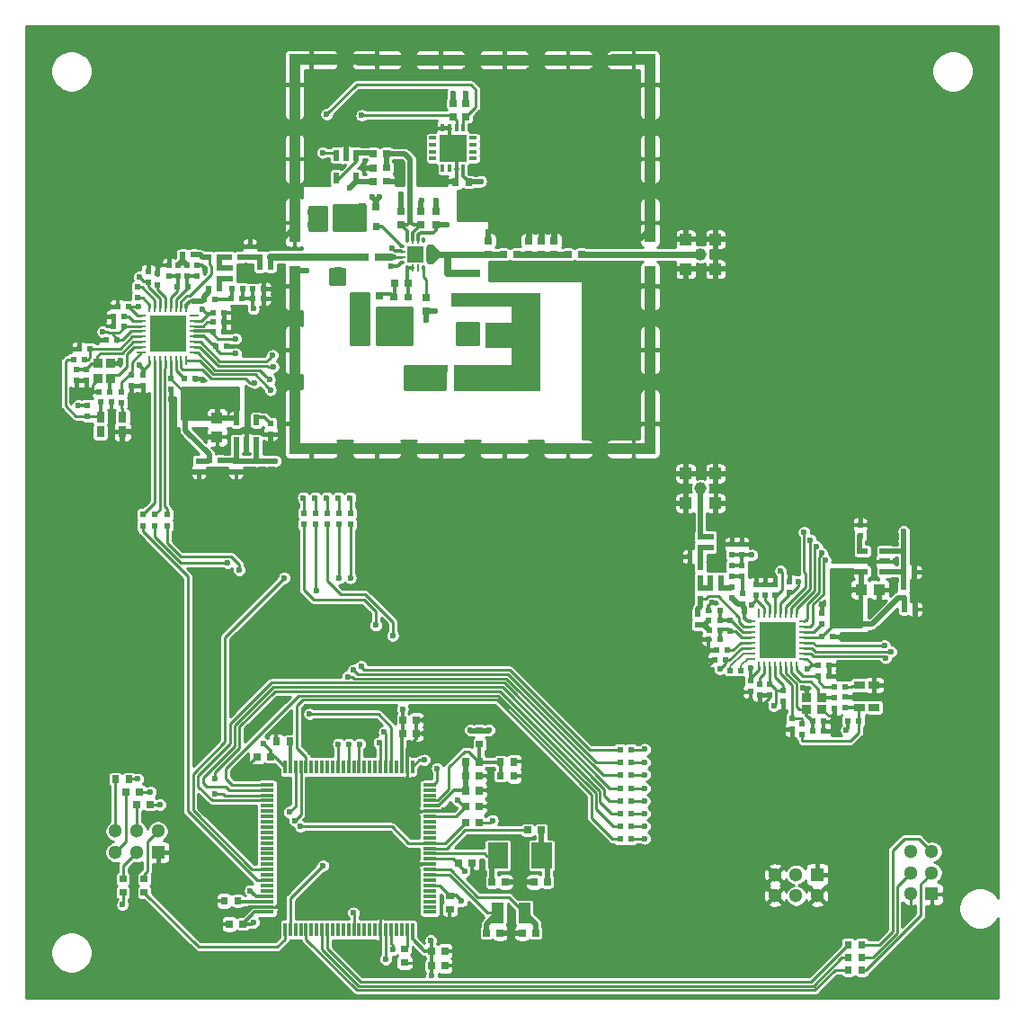
<source format=gbr>
%TF.GenerationSoftware,KiCad,Pcbnew,(5.1.6)-1*%
%TF.CreationDate,2020-06-01T16:59:42-04:00*%
%TF.ProjectId,upsat-comms-hardware,75707361-742d-4636-9f6d-6d732d686172,0.3*%
%TF.SameCoordinates,Original*%
%TF.FileFunction,Copper,L1,Top*%
%TF.FilePolarity,Positive*%
%FSLAX46Y46*%
G04 Gerber Fmt 4.6, Leading zero omitted, Abs format (unit mm)*
G04 Created by KiCad (PCBNEW (5.1.6)-1) date 2020-06-01 16:59:42*
%MOMM*%
%LPD*%
G01*
G04 APERTURE LIST*
%TA.AperFunction,ViaPad*%
%ADD10C,0.600000*%
%TD*%
%TA.AperFunction,ComponentPad*%
%ADD11R,1.300000X1.300000*%
%TD*%
%TA.AperFunction,ComponentPad*%
%ADD12C,1.300000*%
%TD*%
%TA.AperFunction,SMDPad,CuDef*%
%ADD13R,1.100000X1.100000*%
%TD*%
%TA.AperFunction,SMDPad,CuDef*%
%ADD14R,0.300000X0.720000*%
%TD*%
%TA.AperFunction,SMDPad,CuDef*%
%ADD15R,0.720000X0.300000*%
%TD*%
%TA.AperFunction,SMDPad,CuDef*%
%ADD16R,2.500000X2.500000*%
%TD*%
%TA.AperFunction,SMDPad,CuDef*%
%ADD17R,1.300480X0.299720*%
%TD*%
%TA.AperFunction,SMDPad,CuDef*%
%ADD18R,0.299720X1.300480*%
%TD*%
%TA.AperFunction,SMDPad,CuDef*%
%ADD19R,1.000000X5.720000*%
%TD*%
%TA.AperFunction,SMDPad,CuDef*%
%ADD20R,1.000000X3.800000*%
%TD*%
%TA.AperFunction,SMDPad,CuDef*%
%ADD21R,3.800000X1.000000*%
%TD*%
%TA.AperFunction,SMDPad,CuDef*%
%ADD22R,4.140000X1.000000*%
%TD*%
%TA.AperFunction,ConnectorPad*%
%ADD23C,1.150000*%
%TD*%
%TA.AperFunction,ConnectorPad*%
%ADD24C,0.100000*%
%TD*%
%TA.AperFunction,SMDPad,CuDef*%
%ADD25R,0.949960X0.848360*%
%TD*%
%TA.AperFunction,SMDPad,CuDef*%
%ADD26R,0.848360X0.949960*%
%TD*%
%TA.AperFunction,SMDPad,CuDef*%
%ADD27R,0.280000X0.850000*%
%TD*%
%TA.AperFunction,SMDPad,CuDef*%
%ADD28R,0.850000X0.280000*%
%TD*%
%TA.AperFunction,ComponentPad*%
%ADD29C,0.600000*%
%TD*%
%TA.AperFunction,SMDPad,CuDef*%
%ADD30R,3.450000X3.450000*%
%TD*%
%TA.AperFunction,SMDPad,CuDef*%
%ADD31R,0.640000X0.280000*%
%TD*%
%TA.AperFunction,SMDPad,CuDef*%
%ADD32O,0.640000X0.280000*%
%TD*%
%TA.AperFunction,SMDPad,CuDef*%
%ADD33O,0.280000X0.640000*%
%TD*%
%TA.AperFunction,SMDPad,CuDef*%
%ADD34R,0.280000X0.640000*%
%TD*%
%TA.AperFunction,SMDPad,CuDef*%
%ADD35R,1.500000X1.500000*%
%TD*%
%TA.AperFunction,ViaPad*%
%ADD36C,0.400000*%
%TD*%
%TA.AperFunction,SMDPad,CuDef*%
%ADD37R,0.590000X0.610000*%
%TD*%
%TA.AperFunction,SMDPad,CuDef*%
%ADD38R,0.610000X0.590000*%
%TD*%
%TA.AperFunction,SMDPad,CuDef*%
%ADD39C,0.100000*%
%TD*%
%TA.AperFunction,SMDPad,CuDef*%
%ADD40R,0.800000X1.000000*%
%TD*%
%TA.AperFunction,SMDPad,CuDef*%
%ADD41R,1.000000X0.800000*%
%TD*%
%TA.AperFunction,SMDPad,CuDef*%
%ADD42R,1.000760X0.599440*%
%TD*%
%TA.AperFunction,SMDPad,CuDef*%
%ADD43R,0.599440X1.000760*%
%TD*%
%TA.AperFunction,SMDPad,CuDef*%
%ADD44R,2.700000X0.800000*%
%TD*%
%TA.AperFunction,Conductor*%
%ADD45C,0.270000*%
%TD*%
%TA.AperFunction,Conductor*%
%ADD46C,0.508000*%
%TD*%
%TA.AperFunction,Conductor*%
%ADD47C,0.254000*%
%TD*%
%TA.AperFunction,Conductor*%
%ADD48C,0.305000*%
%TD*%
%TA.AperFunction,Conductor*%
%ADD49C,0.475000*%
%TD*%
%TA.AperFunction,Conductor*%
%ADD50C,0.250000*%
%TD*%
%TA.AperFunction,Conductor*%
%ADD51C,0.300000*%
%TD*%
%TA.AperFunction,Conductor*%
%ADD52C,1.000000*%
%TD*%
%TA.AperFunction,Conductor*%
%ADD53C,0.560000*%
%TD*%
%TA.AperFunction,Conductor*%
%ADD54C,0.500000*%
%TD*%
%TA.AperFunction,Conductor*%
%ADD55C,0.700000*%
%TD*%
%TA.AperFunction,Conductor*%
%ADD56C,0.203000*%
%TD*%
%TA.AperFunction,Conductor*%
%ADD57C,0.650000*%
%TD*%
%TA.AperFunction,Conductor*%
%ADD58C,0.280000*%
%TD*%
%TA.AperFunction,Conductor*%
%ADD59C,0.025500*%
%TD*%
G04 APERTURE END LIST*
D10*
%TO.N,GND*%
%TO.C,REF\u002A\u002A*%
X158800000Y-82100000D03*
%TD*%
%TO.N,GND*%
%TO.C,REF\u002A\u002A*%
X159700000Y-90700000D03*
%TD*%
%TO.N,GND*%
%TO.C,REF\u002A\u002A*%
X156100000Y-92900000D03*
%TD*%
%TO.N,GND*%
%TO.C,REF\u002A\u002A*%
X156100000Y-85300000D03*
%TD*%
%TO.N,GND*%
%TO.C,REF\u002A\u002A*%
X155500000Y-78500000D03*
%TD*%
%TO.N,GND*%
%TO.C,REF\u002A\u002A*%
X147600000Y-78200000D03*
%TD*%
%TO.N,GND*%
%TO.C,REF\u002A\u002A*%
X147400000Y-73700000D03*
%TD*%
%TO.N,GND*%
%TO.C,REF\u002A\u002A*%
X156800000Y-72700000D03*
%TD*%
%TO.N,GND*%
%TO.C,REF\u002A\u002A*%
X155600000Y-64500000D03*
%TD*%
%TO.N,GND*%
%TO.C,REF\u002A\u002A*%
X151700000Y-68900000D03*
%TD*%
%TO.N,GND*%
%TO.C,REF\u002A\u002A*%
X149200000Y-62200000D03*
%TD*%
%TO.N,GND*%
%TO.C,REF\u002A\u002A*%
X122700000Y-128800000D03*
%TD*%
%TO.N,GND*%
%TO.C,REF\u002A\u002A*%
X124200000Y-132800000D03*
%TD*%
%TO.N,GND*%
%TO.C,REF\u002A\u002A*%
X122700000Y-131300000D03*
%TD*%
%TO.N,GND*%
%TO.C,REF\u002A\u002A*%
X142600000Y-67200000D03*
%TD*%
%TO.N,GND*%
%TO.C,REF\u002A\u002A*%
X143700000Y-67200000D03*
%TD*%
%TO.N,GND*%
%TO.C,REF\u002A\u002A*%
X143700000Y-66000000D03*
%TD*%
%TO.N,GND*%
%TO.C,REF\u002A\u002A*%
X142600000Y-66000000D03*
%TD*%
%TO.N,GND*%
%TO.C,REF\u002A\u002A*%
X127800000Y-143600000D03*
%TD*%
%TO.N,GND*%
%TO.C,REF\u002A\u002A*%
X181500000Y-138300000D03*
%TD*%
D11*
%TO.P,EPS,1*%
%TO.N,GND*%
X177500000Y-135000000D03*
D12*
%TO.P,EPS,2*%
X177500000Y-137000000D03*
%TO.P,EPS,3*%
%TO.N,+3V3*%
X175500000Y-135000000D03*
%TO.P,EPS,4*%
X175500000Y-137000000D03*
%TO.P,EPS,5*%
%TO.N,GND*%
X173500000Y-135000000D03*
%TO.P,EPS,6*%
X173500000Y-137000000D03*
%TD*%
D13*
%TO.P,C81,1*%
%TO.N,VDD*%
X120972380Y-92015664D03*
%TO.P,C81,2*%
%TO.N,GND*%
X120972380Y-93745664D03*
%TD*%
D11*
%TO.P,SWD,1*%
%TO.N,GND*%
X115400000Y-132900000D03*
D12*
%TO.P,SWD,2*%
%TO.N,Net-(P1-Pad2)*%
X115400000Y-130900000D03*
%TO.P,SWD,3*%
%TO.N,Net-(P1-Pad3)*%
X113400000Y-132900000D03*
%TO.P,SWD,4*%
%TO.N,Net-(P1-Pad4)*%
X113400000Y-130900000D03*
%TO.P,SWD,5*%
%TO.N,Net-(P1-Pad5)*%
X111400000Y-132900000D03*
%TO.P,SWD,6*%
%TO.N,Net-(P1-Pad6)*%
X111400000Y-130900000D03*
%TD*%
D11*
%TO.P,OBC,1*%
%TO.N,GND*%
X188277620Y-136834336D03*
D12*
%TO.P,OBC,2*%
X186277620Y-136834336D03*
%TO.P,OBC,3*%
%TO.N,Net-(P2-Pad3)*%
X188277620Y-134834336D03*
%TO.P,OBC,4*%
%TO.N,Net-(P2-Pad4)*%
X186277620Y-134834336D03*
%TO.P,OBC,5*%
%TO.N,Net-(P2-Pad5)*%
X188277620Y-132834336D03*
%TO.P,OBC,6*%
%TO.N,N/C*%
X186277620Y-132834336D03*
%TD*%
D14*
%TO.P,U12,1*%
%TO.N,/I2C1_SCL*%
X144150000Y-64700000D03*
%TO.P,U12,2*%
%TO.N,/I2C1_SDA*%
X143500000Y-64700000D03*
%TO.P,U12,3*%
%TO.N,GND*%
X142850000Y-64700000D03*
%TO.P,U12,4*%
X142200000Y-64700000D03*
D15*
%TO.P,U12,5*%
%TO.N,Net-(U12-Pad5)*%
X141275000Y-65625000D03*
%TO.P,U12,6*%
%TO.N,Net-(U12-Pad6)*%
X141275000Y-66275000D03*
%TO.P,U12,7*%
%TO.N,Net-(U12-Pad7)*%
X141275000Y-66925000D03*
%TO.P,U12,8*%
%TO.N,Net-(U12-Pad8)*%
X141275000Y-67575000D03*
D14*
%TO.P,U12,9*%
%TO.N,Net-(U12-Pad9)*%
X142200000Y-68500000D03*
%TO.P,U12,10*%
%TO.N,Net-(U12-Pad10)*%
X142850000Y-68500000D03*
%TO.P,U12,11*%
%TO.N,GND*%
X143500000Y-68500000D03*
%TO.P,U12,12*%
%TO.N,+3V3*%
X144150000Y-68500000D03*
D15*
%TO.P,U12,13*%
%TO.N,Net-(U12-Pad13)*%
X145075000Y-67575000D03*
%TO.P,U12,14*%
%TO.N,Net-(U12-Pad14)*%
X145075000Y-66925000D03*
%TO.P,U12,15*%
%TO.N,Net-(U12-Pad15)*%
X145075000Y-66275000D03*
%TO.P,U12,16*%
%TO.N,Net-(U12-Pad16)*%
X145075000Y-65625000D03*
D16*
%TO.P,U12,17*%
%TO.N,GND*%
X143175000Y-66600000D03*
%TD*%
D17*
%TO.P,U5,4*%
%TO.N,Net-(U5-Pad4)*%
X141026760Y-137026760D03*
%TO.P,U5,5*%
%TO.N,Net-(U5-Pad5)*%
X141026760Y-136526380D03*
%TO.P,U5,6*%
%TO.N,+3V3*%
X141026760Y-136026000D03*
%TO.P,U5,7*%
%TO.N,Net-(U5-Pad7)*%
X141026760Y-135525620D03*
%TO.P,U5,8*%
%TO.N,Net-(C51-Pad2)*%
X141026760Y-135025240D03*
%TO.P,U5,1*%
%TO.N,Net-(U5-Pad1)*%
X141026760Y-138525360D03*
%TO.P,U5,2*%
%TO.N,Net-(U5-Pad2)*%
X141026760Y-138024980D03*
%TO.P,U5,3*%
%TO.N,Net-(U5-Pad3)*%
X141026760Y-137527140D03*
%TO.P,U5,17*%
%TO.N,Net-(U5-Pad17)*%
X141026760Y-130526900D03*
%TO.P,U5,18*%
%TO.N,Net-(U5-Pad18)*%
X141026760Y-130026520D03*
%TO.P,U5,19*%
%TO.N,+3V3*%
X141026760Y-129526140D03*
%TO.P,U5,20*%
%TO.N,GND*%
X141026760Y-129025760D03*
%TO.P,U5,21*%
%TO.N,Net-(C24-Pad1)*%
X141026760Y-128525380D03*
%TO.P,U5,22*%
%TO.N,Net-(C25-Pad2)*%
X141026760Y-128025000D03*
%TO.P,U5,23*%
%TO.N,Net-(U5-Pad23)*%
X141026760Y-127524620D03*
%TO.P,U5,24*%
%TO.N,Net-(U5-Pad24)*%
X141026760Y-127026780D03*
D18*
%TO.P,U5,33*%
%TO.N,Net-(U5-Pad33)*%
X135850240Y-124850000D03*
%TO.P,U5,34*%
%TO.N,Net-(U5-Pad34)*%
X135349860Y-124850000D03*
%TO.P,U5,35*%
%TO.N,Net-(U5-Pad35)*%
X134852020Y-124850000D03*
%TO.P,U5,36*%
%TO.N,/2RESET_N*%
X134351640Y-124850000D03*
%TO.P,U5,37*%
%TO.N,Net-(U5-Pad37)*%
X133851260Y-124850000D03*
%TO.P,U5,38*%
%TO.N,/2GPIO3*%
X133350880Y-124850000D03*
%TO.P,U5,39*%
%TO.N,Net-(U5-Pad39)*%
X132850500Y-124850000D03*
%TO.P,U5,40*%
%TO.N,/2GPIO2*%
X132350120Y-124850000D03*
%TO.P,U5,49*%
%TO.N,Net-(C36-Pad1)*%
X127851780Y-124850000D03*
%TO.P,U5,50*%
%TO.N,+3V3*%
X127351400Y-124850000D03*
D17*
%TO.P,U5,51*%
%TO.N,/2GPIO0*%
X125675000Y-126526400D03*
%TO.P,U5,52*%
%TO.N,/SPI2_SCK*%
X125675000Y-127026780D03*
%TO.P,U5,53*%
%TO.N,/SPI2_MISO*%
X125675000Y-127524620D03*
%TO.P,U5,54*%
%TO.N,/SPI2_MOSI*%
X125675000Y-128025000D03*
%TO.P,U5,55*%
%TO.N,Net-(U5-Pad55)*%
X125675000Y-128525380D03*
%TO.P,U5,56*%
%TO.N,Net-(U5-Pad56)*%
X125675000Y-129025760D03*
%TO.P,U5,9*%
%TO.N,Net-(C52-Pad2)*%
X141026760Y-134524860D03*
%TO.P,U5,10*%
%TO.N,GND*%
X141026760Y-134027020D03*
%TO.P,U5,11*%
%TO.N,+3V3*%
X141026760Y-133526640D03*
%TO.P,U5,25*%
%TO.N,/1GPIO3*%
X141026760Y-126526400D03*
D18*
%TO.P,U5,26*%
%TO.N,/1GPIO2*%
X139350360Y-124850000D03*
%TO.P,U5,27*%
%TO.N,GND*%
X138849980Y-124850000D03*
%TO.P,U5,41*%
%TO.N,Net-(U5-Pad41)*%
X131849740Y-124850000D03*
%TO.P,U5,42*%
%TO.N,Net-(U5-Pad42)*%
X131351900Y-124850000D03*
%TO.P,U5,43*%
%TO.N,Net-(U5-Pad43)*%
X130851520Y-124850000D03*
D17*
%TO.P,U5,57*%
%TO.N,Net-(U5-Pad57)*%
X125675000Y-129526140D03*
%TO.P,U5,58*%
%TO.N,Net-(U5-Pad58)*%
X125675000Y-130026520D03*
%TO.P,U5,59*%
%TO.N,Net-(U5-Pad59)*%
X125675000Y-130526900D03*
%TO.P,U5,12*%
%TO.N,Net-(C1-Pad2)*%
X141026760Y-133026260D03*
%TO.P,U5,13*%
%TO.N,Net-(R5-Pad1)*%
X141026760Y-132525880D03*
%TO.P,U5,14*%
%TO.N,/NRST*%
X141026760Y-132025500D03*
%TO.P,U5,15*%
%TO.N,Net-(U5-Pad15)*%
X141026760Y-131525120D03*
%TO.P,U5,16*%
%TO.N,Net-(U5-Pad16)*%
X141026760Y-131024740D03*
D18*
%TO.P,U5,28*%
%TO.N,+3V3*%
X138352140Y-124850000D03*
%TO.P,U5,29*%
%TO.N,Net-(U5-Pad29)*%
X137851760Y-124850000D03*
%TO.P,U5,30*%
%TO.N,/DAC_OUT2*%
X137351380Y-124850000D03*
%TO.P,U5,31*%
%TO.N,/SPI1_MISO*%
X136851000Y-124850000D03*
%TO.P,U5,32*%
%TO.N,/SPI1_MOSI*%
X136350620Y-124850000D03*
%TO.P,U5,44*%
%TO.N,Net-(U5-Pad44)*%
X130351140Y-124850000D03*
%TO.P,U5,45*%
%TO.N,Net-(U5-Pad45)*%
X129850760Y-124850000D03*
%TO.P,U5,46*%
%TO.N,/2CS_N*%
X129350380Y-124850000D03*
%TO.P,U5,47*%
%TO.N,/USART3_TX*%
X128850000Y-124850000D03*
%TO.P,U5,48*%
%TO.N,/USART3_RX*%
X128349620Y-124850000D03*
D17*
%TO.P,U5,60*%
%TO.N,Net-(U5-Pad60)*%
X125675000Y-131024740D03*
%TO.P,U5,61*%
%TO.N,Net-(U5-Pad61)*%
X125675000Y-131525120D03*
%TO.P,U5,62*%
%TO.N,Net-(U5-Pad62)*%
X125675000Y-132025500D03*
%TO.P,U5,63*%
%TO.N,Net-(U5-Pad63)*%
X125675000Y-132525880D03*
%TO.P,U5,64*%
%TO.N,Net-(U5-Pad64)*%
X125675000Y-133026260D03*
%TO.P,U5,65*%
%TO.N,Net-(U5-Pad65)*%
X125675000Y-133526640D03*
%TO.P,U5,66*%
%TO.N,Net-(U5-Pad66)*%
X125675000Y-134027020D03*
%TO.P,U5,67*%
%TO.N,/1GPIO0*%
X125675000Y-134524860D03*
%TO.P,U5,68*%
%TO.N,Net-(U5-Pad68)*%
X125675000Y-135025240D03*
%TO.P,U5,69*%
%TO.N,/1RESET_N*%
X125675000Y-135525620D03*
%TO.P,U5,70*%
%TO.N,Net-(U5-Pad70)*%
X125675000Y-136026000D03*
%TO.P,U5,71*%
%TO.N,Net-(U5-Pad71)*%
X125675000Y-136526380D03*
%TO.P,U5,72*%
%TO.N,/SWDIO*%
X125675000Y-137026760D03*
%TO.P,U5,73*%
%TO.N,Net-(C40-Pad1)*%
X125675000Y-137527140D03*
%TO.P,U5,74*%
%TO.N,GND*%
X125675000Y-138024980D03*
%TO.P,U5,75*%
%TO.N,+3V3*%
X125675000Y-138525360D03*
D18*
%TO.P,U5,76*%
%TO.N,/SWCLK*%
X127351400Y-140201760D03*
%TO.P,U5,77*%
%TO.N,/1CS_N*%
X127851780Y-140201760D03*
%TO.P,U5,78*%
%TO.N,Net-(U5-Pad78)*%
X128349620Y-140201760D03*
%TO.P,U5,79*%
%TO.N,Net-(U5-Pad79)*%
X128850000Y-140201760D03*
%TO.P,U5,80*%
%TO.N,/COMMS_TO_OBC_TX*%
X129350380Y-140201760D03*
%TO.P,U5,81*%
%TO.N,Net-(U5-Pad81)*%
X129850760Y-140201760D03*
%TO.P,U5,82*%
%TO.N,Net-(U5-Pad82)*%
X130351140Y-140201760D03*
%TO.P,U5,83*%
%TO.N,/COMMS_TO_OBC_RX*%
X130851520Y-140201760D03*
%TO.P,U5,84*%
%TO.N,/COMMS_TO_OBC_EN*%
X131351900Y-140201760D03*
%TO.P,U5,85*%
%TO.N,Net-(U5-Pad85)*%
X131849740Y-140201760D03*
%TO.P,U5,86*%
%TO.N,Net-(U5-Pad86)*%
X132350120Y-140201760D03*
%TO.P,U5,87*%
%TO.N,Net-(U5-Pad87)*%
X132850500Y-140201760D03*
%TO.P,U5,88*%
%TO.N,Net-(U5-Pad88)*%
X133350880Y-140201760D03*
%TO.P,U5,89*%
%TO.N,/SPI1_SCK*%
X133851260Y-140201760D03*
%TO.P,U5,90*%
%TO.N,Net-(U5-Pad90)*%
X134351640Y-140201760D03*
%TO.P,U5,91*%
%TO.N,Net-(U5-Pad91)*%
X134852020Y-140201760D03*
%TO.P,U5,92*%
%TO.N,Net-(U5-Pad92)*%
X135349860Y-140201760D03*
%TO.P,U5,93*%
%TO.N,Net-(U5-Pad93)*%
X135850240Y-140201760D03*
%TO.P,U5,94*%
%TO.N,GND*%
X136350620Y-140201760D03*
%TO.P,U5,95*%
%TO.N,/I2C1_SCL*%
X136851000Y-140201760D03*
%TO.P,U5,96*%
%TO.N,/I2C1_SDA*%
X137351380Y-140201760D03*
%TO.P,U5,97*%
%TO.N,Net-(U5-Pad97)*%
X137851760Y-140201760D03*
%TO.P,U5,98*%
%TO.N,Net-(U5-Pad98)*%
X138352140Y-140201760D03*
%TO.P,U5,99*%
%TO.N,Net-(R20-Pad1)*%
X138849980Y-140201760D03*
%TO.P,U5,100*%
%TO.N,+3V3*%
X139350360Y-140201760D03*
%TD*%
D19*
%TO.P,RFSHIELD1,1*%
%TO.N,GND*%
X128260000Y-92540000D03*
D20*
X128260000Y-85590000D03*
X128260000Y-79580000D03*
X128260000Y-73590000D03*
X128260000Y-67590000D03*
X161740000Y-85590000D03*
X161740000Y-79580000D03*
X161740000Y-73590000D03*
X161740000Y-67590000D03*
D19*
X161740000Y-92540000D03*
X161740000Y-60625000D03*
X128260000Y-60625000D03*
D21*
X136000000Y-94900000D03*
X142000000Y-94900000D03*
X148000000Y-94900000D03*
X154000000Y-94900000D03*
X136000000Y-58270000D03*
X142000000Y-58270000D03*
X148000000Y-58270000D03*
X154000000Y-58270000D03*
D22*
X129830000Y-58265000D03*
X160170000Y-58265000D03*
X129830000Y-94900000D03*
X160170000Y-94900000D03*
%TD*%
D10*
%TO.N,GND*%
%TO.C,REF\u002A\u002A*%
X191000000Y-81000000D03*
%TD*%
%TO.N,GND*%
%TO.C,REF\u002A\u002A*%
X189500000Y-68000000D03*
%TD*%
%TO.N,GND*%
%TO.C,REF\u002A\u002A*%
X193000000Y-56500000D03*
%TD*%
%TO.N,GND*%
%TO.C,REF\u002A\u002A*%
X177000000Y-61000000D03*
%TD*%
%TO.N,GND*%
%TO.C,REF\u002A\u002A*%
X125000000Y-120500000D03*
%TD*%
%TO.N,GND*%
%TO.C,REF\u002A\u002A*%
X126500000Y-112400000D03*
%TD*%
%TO.N,GND*%
%TO.C,REF\u002A\u002A*%
X117000000Y-109300000D03*
%TD*%
%TO.N,GND*%
%TO.C,REF\u002A\u002A*%
X183500000Y-63500000D03*
%TD*%
%TO.N,GND*%
%TO.C,REF\u002A\u002A*%
X165500000Y-56500000D03*
%TD*%
%TO.N,GND*%
%TO.C,REF\u002A\u002A*%
X176500000Y-69000000D03*
%TD*%
%TO.N,GND*%
%TO.C,REF\u002A\u002A*%
X138500000Y-127000000D03*
%TD*%
%TO.N,GND*%
%TO.C,REF\u002A\u002A*%
X127400000Y-127000000D03*
%TD*%
%TO.N,GND*%
%TO.C,REF\u002A\u002A*%
X133000000Y-127500000D03*
%TD*%
%TO.N,GND*%
%TO.C,REF\u002A\u002A*%
X183000000Y-72500000D03*
%TD*%
%TO.N,GND*%
%TO.C,REF\u002A\u002A*%
X169500000Y-62000000D03*
%TD*%
%TO.N,GND*%
%TO.C,REF\u002A\u002A*%
X136000000Y-128500000D03*
%TD*%
%TO.N,GND*%
%TO.C,REF\u002A\u002A*%
X134500000Y-132500000D03*
%TD*%
%TO.N,GND*%
%TO.C,REF\u002A\u002A*%
X106900000Y-108500000D03*
%TD*%
%TO.N,GND*%
%TO.C,REF\u002A\u002A*%
X190000000Y-90000000D03*
%TD*%
%TO.N,GND*%
%TO.C,REF\u002A\u002A*%
X128000000Y-133000000D03*
%TD*%
%TO.N,GND*%
%TO.C,REF\u002A\u002A*%
X110300000Y-113600000D03*
%TD*%
%TO.N,GND*%
%TO.C,REF\u002A\u002A*%
X107500000Y-121000000D03*
%TD*%
%TO.N,GND*%
%TO.C,REF\u002A\u002A*%
X172000000Y-89500000D03*
%TD*%
%TO.N,GND*%
%TO.C,REF\u002A\u002A*%
X142000000Y-56000000D03*
%TD*%
%TO.N,GND*%
%TO.C,REF\u002A\u002A*%
X121100000Y-70850000D03*
%TD*%
%TO.N,GND*%
%TO.C,REF\u002A\u002A*%
X135000000Y-135500000D03*
%TD*%
%TO.N,GND*%
%TO.C,REF\u002A\u002A*%
X114500000Y-119300000D03*
%TD*%
%TO.N,GND*%
%TO.C,REF\u002A\u002A*%
X107000000Y-127500000D03*
%TD*%
%TO.N,GND*%
%TO.C,REF\u002A\u002A*%
X179000000Y-86500000D03*
%TD*%
%TO.N,GND*%
%TO.C,REF\u002A\u002A*%
X167000000Y-85000000D03*
%TD*%
%TO.N,GND*%
%TO.C,REF\u002A\u002A*%
X139500000Y-104000000D03*
%TD*%
%TO.N,GND*%
%TO.C,REF\u002A\u002A*%
X108500000Y-79500000D03*
%TD*%
%TO.N,GND*%
%TO.C,REF\u002A\u002A*%
X109000000Y-96000000D03*
%TD*%
%TO.N,GND*%
%TO.C,REF\u002A\u002A*%
X135500000Y-107500000D03*
%TD*%
%TO.N,GND*%
%TO.C,REF\u002A\u002A*%
X133200000Y-112300000D03*
%TD*%
%TO.N,GND*%
%TO.C,REF\u002A\u002A*%
X130000000Y-138000000D03*
%TD*%
%TO.N,GND*%
%TO.C,REF\u002A\u002A*%
X115500000Y-125000000D03*
%TD*%
%TO.N,GND*%
%TO.C,REF\u002A\u002A*%
X107500000Y-133400000D03*
%TD*%
%TO.N,GND*%
%TO.C,REF\u002A\u002A*%
X179000000Y-78500000D03*
%TD*%
%TO.N,GND*%
%TO.C,REF\u002A\u002A*%
X193500000Y-99500000D03*
%TD*%
%TO.N,GND*%
%TO.C,REF\u002A\u002A*%
X110000000Y-75000000D03*
%TD*%
%TO.N,GND*%
%TO.C,REF\u002A\u002A*%
X123000000Y-100000000D03*
%TD*%
%TO.N,GND*%
%TO.C,REF\u002A\u002A*%
X110000000Y-99500000D03*
%TD*%
%TO.N,GND*%
%TO.C,REF\u002A\u002A*%
X139500000Y-112600000D03*
%TD*%
%TO.N,GND*%
%TO.C,REF\u002A\u002A*%
X126500000Y-118900000D03*
%TD*%
%TO.N,GND*%
%TO.C,REF\u002A\u002A*%
X174500000Y-97000000D03*
%TD*%
%TO.N,GND*%
%TO.C,REF\u002A\u002A*%
X154600000Y-105000000D03*
%TD*%
%TO.N,GND*%
%TO.C,REF\u002A\u002A*%
X152000000Y-101400000D03*
%TD*%
%TO.N,GND*%
%TO.C,REF\u002A\u002A*%
X145600000Y-110200000D03*
%TD*%
%TO.N,GND*%
%TO.C,REF\u002A\u002A*%
X146600000Y-106000000D03*
%TD*%
%TO.N,GND*%
%TO.C,REF\u002A\u002A*%
X163700000Y-113000000D03*
%TD*%
%TO.N,GND*%
%TO.C,REF\u002A\u002A*%
X150900000Y-128200000D03*
%TD*%
%TO.N,GND*%
%TO.C,REF\u002A\u002A*%
X159500000Y-100000000D03*
%TD*%
%TO.N,GND*%
%TO.C,REF\u002A\u002A*%
X189500000Y-128900000D03*
%TD*%
%TO.N,GND*%
%TO.C,REF\u002A\u002A*%
X192800000Y-133900000D03*
%TD*%
%TO.N,GND*%
%TO.C,REF\u002A\u002A*%
X166000000Y-134800000D03*
%TD*%
%TO.N,GND*%
%TO.C,REF\u002A\u002A*%
X143900000Y-100600000D03*
%TD*%
%TO.N,GND*%
%TO.C,REF\u002A\u002A*%
X157400000Y-107500000D03*
%TD*%
%TO.N,GND*%
%TO.C,REF\u002A\u002A*%
X148900000Y-121500000D03*
%TD*%
%TO.N,GND*%
%TO.C,REF\u002A\u002A*%
X152800000Y-125800000D03*
%TD*%
%TO.N,GND*%
%TO.C,REF\u002A\u002A*%
X183000000Y-94500000D03*
%TD*%
%TO.N,GND*%
%TO.C,REF\u002A\u002A*%
X191400000Y-110900000D03*
%TD*%
%TO.N,GND*%
%TO.C,REF\u002A\u002A*%
X187000000Y-113700000D03*
%TD*%
%TO.N,GND*%
%TO.C,REF\u002A\u002A*%
X193400000Y-119400000D03*
%TD*%
%TO.N,GND*%
%TO.C,REF\u002A\u002A*%
X186100000Y-139000000D03*
%TD*%
%TO.N,GND*%
%TO.C,REF\u002A\u002A*%
X157000000Y-114500000D03*
%TD*%
%TO.N,GND*%
%TO.C,REF\u002A\u002A*%
X165100000Y-118900000D03*
%TD*%
%TO.N,GND*%
%TO.C,REF\u002A\u002A*%
X144600000Y-119300000D03*
%TD*%
%TO.N,GND*%
%TO.C,REF\u002A\u002A*%
X155900000Y-134100000D03*
%TD*%
%TO.N,GND*%
%TO.C,REF\u002A\u002A*%
X157100000Y-142900000D03*
%TD*%
%TO.N,GND*%
%TO.C,REF\u002A\u002A*%
X163500000Y-141000000D03*
%TD*%
%TO.N,GND*%
%TO.C,REF\u002A\u002A*%
X175900000Y-143800000D03*
%TD*%
%TO.N,GND*%
%TO.C,REF\u002A\u002A*%
X192000000Y-144500000D03*
%TD*%
%TO.N,GND*%
%TO.C,REF\u002A\u002A*%
X148500000Y-144000000D03*
%TD*%
%TO.N,GND*%
%TO.C,REF\u002A\u002A*%
X104500000Y-145500000D03*
%TD*%
%TO.N,GND*%
%TO.C,REF\u002A\u002A*%
X114000000Y-140900000D03*
%TD*%
%TO.N,GND*%
%TO.C,REF\u002A\u002A*%
X104500000Y-139500000D03*
%TD*%
%TO.N,GND*%
%TO.C,REF\u002A\u002A*%
X110000000Y-145500000D03*
%TD*%
%TO.N,GND*%
%TO.C,REF\u002A\u002A*%
X134000000Y-142500000D03*
%TD*%
%TO.N,GND*%
%TO.C,REF\u002A\u002A*%
X114500000Y-70500000D03*
%TD*%
%TO.N,GND*%
%TO.C,REF\u002A\u002A*%
X103600000Y-63000000D03*
%TD*%
%TO.N,GND*%
%TO.C,REF\u002A\u002A*%
X109400000Y-69500000D03*
%TD*%
%TO.N,GND*%
%TO.C,REF\u002A\u002A*%
X120800000Y-64300000D03*
%TD*%
%TO.N,GND*%
%TO.C,REF\u002A\u002A*%
X120500000Y-58000000D03*
%TD*%
%TO.N,GND*%
%TO.C,REF\u002A\u002A*%
X103500000Y-56000000D03*
%TD*%
%TO.N,GND*%
%TO.C,REF\u002A\u002A*%
X114500000Y-58000000D03*
%TD*%
%TO.N,GND*%
%TO.C,REF\u002A\u002A*%
X124500000Y-60500000D03*
%TD*%
%TO.N,GND*%
%TO.C,REF\u002A\u002A*%
X114500000Y-66150000D03*
%TD*%
%TO.N,GND*%
%TO.C,REF\u002A\u002A*%
X119800000Y-131900000D03*
%TD*%
%TO.N,GND*%
%TO.C,REF\u002A\u002A*%
X122300000Y-135000000D03*
%TD*%
%TO.N,GND*%
%TO.C,REF\u002A\u002A*%
X131700000Y-121300000D03*
%TD*%
%TO.N,GND*%
%TO.C,REF\u002A\u002A*%
X123200000Y-117300000D03*
%TD*%
%TO.N,GND*%
%TO.C,REF\u002A\u002A*%
X115900000Y-137200000D03*
%TD*%
D23*
%TO.P,VHF,1*%
%TO.N,Net-(C47-Pad1)*%
X166494769Y-98620741D03*
%TA.AperFunction,ConnectorPad*%
D24*
%TO.P,VHF,2*%
%TO.N,GND*%
G36*
X167344769Y-100570741D02*
G01*
X167344769Y-99470741D01*
X168444769Y-99470741D01*
X168444769Y-100570741D01*
X167344769Y-100570741D01*
G37*
%TD.AperFunction*%
%TA.AperFunction,ConnectorPad*%
%TO.P,VHF,3*%
G36*
X164544769Y-100570741D02*
G01*
X164544769Y-99470741D01*
X165644769Y-99470741D01*
X165644769Y-100570741D01*
X164544769Y-100570741D01*
G37*
%TD.AperFunction*%
%TA.AperFunction,ConnectorPad*%
%TO.P,VHF,4*%
G36*
X164544769Y-97770741D02*
G01*
X164544769Y-96670741D01*
X165644769Y-96670741D01*
X165644769Y-97770741D01*
X164544769Y-97770741D01*
G37*
%TD.AperFunction*%
%TA.AperFunction,ConnectorPad*%
%TO.P,VHF,5*%
G36*
X167344769Y-97770741D02*
G01*
X167344769Y-96670741D01*
X168444769Y-96670741D01*
X168444769Y-97770741D01*
X167344769Y-97770741D01*
G37*
%TD.AperFunction*%
%TD*%
D23*
%TO.P,UHF,1*%
%TO.N,Net-(C169-Pad1)*%
X166500000Y-76580000D03*
%TA.AperFunction,ConnectorPad*%
D24*
%TO.P,UHF,2*%
%TO.N,GND*%
G36*
X167350000Y-78530000D02*
G01*
X167350000Y-77430000D01*
X168450000Y-77430000D01*
X168450000Y-78530000D01*
X167350000Y-78530000D01*
G37*
%TD.AperFunction*%
%TA.AperFunction,ConnectorPad*%
%TO.P,UHF,3*%
G36*
X164550000Y-78530000D02*
G01*
X164550000Y-77430000D01*
X165650000Y-77430000D01*
X165650000Y-78530000D01*
X164550000Y-78530000D01*
G37*
%TD.AperFunction*%
%TA.AperFunction,ConnectorPad*%
%TO.P,UHF,4*%
G36*
X164550000Y-75730000D02*
G01*
X164550000Y-74630000D01*
X165650000Y-74630000D01*
X165650000Y-75730000D01*
X164550000Y-75730000D01*
G37*
%TD.AperFunction*%
%TA.AperFunction,ConnectorPad*%
%TO.P,UHF,5*%
G36*
X167350000Y-75730000D02*
G01*
X167350000Y-74630000D01*
X168450000Y-74630000D01*
X168450000Y-75730000D01*
X167350000Y-75730000D01*
G37*
%TD.AperFunction*%
%TD*%
D25*
%TO.P,U3,1*%
%TO.N,Net-(C10-Pad2)*%
X177943592Y-118334488D03*
%TO.P,U3,3*%
%TO.N,Net-(C11-Pad2)*%
X176495792Y-119477488D03*
%TO.P,U3,2*%
%TO.N,GND*%
X176495792Y-118334488D03*
%TO.P,U3,4*%
X177943592Y-119477488D03*
%TD*%
D26*
%TO.P,U18,1*%
%TO.N,Net-(C67-Pad2)*%
X110915380Y-88315664D03*
%TO.P,U18,3*%
%TO.N,Net-(C69-Pad2)*%
X109772380Y-86867864D03*
%TO.P,U18,2*%
%TO.N,GND*%
X110915380Y-86867864D03*
%TO.P,U18,4*%
X109772380Y-88315664D03*
%TD*%
D27*
%TO.P,U10,1*%
%TO.N,VDD*%
X114584760Y-86581328D03*
%TO.P,U10,2*%
%TO.N,Net-(R66-Pad2)*%
X115084760Y-86581328D03*
%TO.P,U10,3*%
%TO.N,Net-(R67-Pad2)*%
X115584760Y-86581328D03*
%TO.P,U10,4*%
%TO.N,Net-(R68-Pad2)*%
X116084760Y-86581328D03*
%TO.P,U10,5*%
%TO.N,VDD*%
X116584760Y-86581328D03*
%TO.P,U10,6*%
%TO.N,Net-(C61-Pad1)*%
X117084760Y-86581328D03*
%TO.P,U10,7*%
%TO.N,Net-(R69-Pad2)*%
X117584760Y-86581328D03*
%TO.P,U10,8*%
%TO.N,Net-(R70-Pad2)*%
X118084760Y-86581328D03*
D28*
%TO.P,U10,9*%
%TO.N,Net-(R71-Pad2)*%
X118834760Y-85831328D03*
%TO.P,U10,10*%
%TO.N,Net-(R72-Pad2)*%
X118834760Y-85331328D03*
%TO.P,U10,11*%
%TO.N,Net-(R73-Pad2)*%
X118834760Y-84831328D03*
%TO.P,U10,12*%
%TO.N,VDD*%
X118834760Y-84331328D03*
%TO.P,U10,13*%
X118834760Y-83831328D03*
%TO.P,U10,14*%
%TO.N,Net-(R32-Pad1)*%
X118834760Y-83331328D03*
%TO.P,U10,15*%
%TO.N,VDD*%
X118834760Y-82831328D03*
%TO.P,U10,16*%
%TO.N,Net-(U10-Pad16)*%
X118834760Y-82331328D03*
D27*
%TO.P,U10,17*%
%TO.N,Net-(C101-Pad2)*%
X118084760Y-81581328D03*
%TO.P,U10,18*%
%TO.N,Net-(C113-Pad1)*%
X117584760Y-81581328D03*
%TO.P,U10,19*%
%TO.N,Net-(C111-Pad2)*%
X117084760Y-81581328D03*
%TO.P,U10,20*%
%TO.N,Net-(C109-Pad2)*%
X116584760Y-81581328D03*
%TO.P,U10,21*%
%TO.N,Net-(C96-Pad2)*%
X116084760Y-81581328D03*
%TO.P,U10,22*%
%TO.N,VDD*%
X115584760Y-81581328D03*
%TO.P,U10,23*%
%TO.N,Net-(C87-Pad1)*%
X115084760Y-81581328D03*
%TO.P,U10,24*%
%TO.N,Net-(C87-Pad2)*%
X114584760Y-81581328D03*
D28*
%TO.P,U10,25*%
%TO.N,VDD*%
X113834760Y-82331328D03*
%TO.P,U10,26*%
%TO.N,Net-(C89-Pad2)*%
X113834760Y-82831328D03*
%TO.P,U10,27*%
%TO.N,VDD*%
X113834760Y-83331328D03*
%TO.P,U10,28*%
X113834760Y-83831328D03*
%TO.P,U10,29*%
%TO.N,Net-(C71-Pad2)*%
X113834760Y-84331328D03*
%TO.P,U10,30*%
%TO.N,Net-(C69-Pad2)*%
X113834760Y-84831328D03*
%TO.P,U10,31*%
%TO.N,Net-(C67-Pad2)*%
X113834760Y-85331328D03*
%TO.P,U10,32*%
%TO.N,Net-(C65-Pad1)*%
X113834760Y-85831328D03*
D29*
%TO.P,U10,33*%
%TO.N,GND*%
X115234760Y-85181328D03*
X116334760Y-85181328D03*
X117434760Y-85181328D03*
X115234760Y-84081328D03*
X116334760Y-84081328D03*
X117434760Y-84081328D03*
X115234760Y-82981328D03*
X116334760Y-82981328D03*
X117434760Y-82981328D03*
D30*
X116334760Y-84081328D03*
%TD*%
D28*
%TO.P,U4,1*%
%TO.N,VDD*%
X176259692Y-114655988D03*
%TO.P,U4,2*%
%TO.N,Net-(R58-Pad2)*%
X176259692Y-114155988D03*
%TO.P,U4,3*%
%TO.N,Net-(R59-Pad2)*%
X176259692Y-113655988D03*
%TO.P,U4,4*%
%TO.N,Net-(R60-Pad2)*%
X176259692Y-113155988D03*
%TO.P,U4,5*%
%TO.N,VDD*%
X176259692Y-112655988D03*
%TO.P,U4,6*%
%TO.N,Net-(C7-Pad1)*%
X176259692Y-112155988D03*
%TO.P,U4,7*%
%TO.N,Net-(R61-Pad2)*%
X176259692Y-111655988D03*
%TO.P,U4,8*%
%TO.N,Net-(R62-Pad2)*%
X176259692Y-111155988D03*
D27*
%TO.P,U4,9*%
%TO.N,Net-(R63-Pad2)*%
X175509692Y-110405988D03*
%TO.P,U4,10*%
%TO.N,Net-(R64-Pad2)*%
X175009692Y-110405988D03*
%TO.P,U4,11*%
%TO.N,Net-(R65-Pad2)*%
X174509692Y-110405988D03*
%TO.P,U4,12*%
%TO.N,VDD*%
X174009692Y-110405988D03*
%TO.P,U4,13*%
X173509692Y-110405988D03*
%TO.P,U4,14*%
%TO.N,Net-(R17-Pad1)*%
X173009692Y-110405988D03*
%TO.P,U4,15*%
%TO.N,VDD*%
X172509692Y-110405988D03*
%TO.P,U4,16*%
%TO.N,Net-(U4-Pad16)*%
X172009692Y-110405988D03*
D28*
%TO.P,U4,17*%
%TO.N,Net-(C31-Pad2)*%
X171259692Y-111155988D03*
%TO.P,U4,18*%
%TO.N,Net-(C39-Pad1)*%
X171259692Y-111655988D03*
%TO.P,U4,19*%
%TO.N,Net-(C37-Pad2)*%
X171259692Y-112155988D03*
%TO.P,U4,20*%
%TO.N,Net-(C35-Pad2)*%
X171259692Y-112655988D03*
%TO.P,U4,21*%
%TO.N,Net-(C27-Pad2)*%
X171259692Y-113155988D03*
%TO.P,U4,22*%
%TO.N,VDD*%
X171259692Y-113655988D03*
%TO.P,U4,23*%
%TO.N,Net-(C20-Pad1)*%
X171259692Y-114155988D03*
%TO.P,U4,24*%
%TO.N,Net-(C20-Pad2)*%
X171259692Y-114655988D03*
D27*
%TO.P,U4,25*%
%TO.N,VDD*%
X172009692Y-115405988D03*
%TO.P,U4,26*%
%TO.N,Net-(C21-Pad2)*%
X172509692Y-115405988D03*
%TO.P,U4,27*%
%TO.N,VDD*%
X173009692Y-115405988D03*
%TO.P,U4,28*%
X173509692Y-115405988D03*
%TO.P,U4,29*%
%TO.N,Net-(C12-Pad2)*%
X174009692Y-115405988D03*
%TO.P,U4,30*%
%TO.N,Net-(C11-Pad2)*%
X174509692Y-115405988D03*
%TO.P,U4,31*%
%TO.N,Net-(C10-Pad2)*%
X175009692Y-115405988D03*
%TO.P,U4,32*%
%TO.N,Net-(C9-Pad1)*%
X175509692Y-115405988D03*
D29*
%TO.P,U4,33*%
%TO.N,GND*%
X174859692Y-114005988D03*
X174859692Y-112905988D03*
X174859692Y-111805988D03*
X173759692Y-114005988D03*
X173759692Y-112905988D03*
X173759692Y-111805988D03*
X172659692Y-114005988D03*
X172659692Y-112905988D03*
X172659692Y-111805988D03*
D30*
X173759692Y-112905988D03*
%TD*%
D31*
%TO.P,U16,2*%
%TO.N,GND*%
X138372380Y-76331328D03*
D32*
%TO.P,U16,1*%
%TO.N,Net-(R51-Pad2)*%
X138372380Y-75831328D03*
D31*
%TO.P,U16,3*%
%TO.N,Net-(C135-Pad1)*%
X138372380Y-76831328D03*
D32*
%TO.P,U16,4*%
%TO.N,GND*%
X138372380Y-77331328D03*
D33*
%TO.P,U16,5*%
%TO.N,Net-(C139-Pad1)*%
X138922380Y-77881328D03*
D34*
%TO.P,U16,6*%
X139422380Y-77881328D03*
%TO.P,U16,7*%
%TO.N,Net-(U16-Pad7)*%
X139922380Y-77881328D03*
D33*
%TO.P,U16,8*%
%TO.N,Net-(C145-Pad1)*%
X140422380Y-77881328D03*
D32*
%TO.P,U16,9*%
%TO.N,Net-(C157-Pad2)*%
X140972380Y-77331328D03*
D31*
%TO.P,U16,10*%
X140972380Y-76831328D03*
%TO.P,U16,11*%
X140972380Y-76331328D03*
D32*
%TO.P,U16,12*%
X140972380Y-75831328D03*
D33*
%TO.P,U16,13*%
%TO.N,Net-(U16-Pad13)*%
X140422380Y-75281328D03*
D34*
%TO.P,U16,14*%
%TO.N,+3V3*%
X139922380Y-75281328D03*
%TO.P,U16,15*%
%TO.N,Net-(C141-Pad1)*%
X139422380Y-75281328D03*
D33*
%TO.P,U16,16*%
X138922380Y-75281328D03*
D35*
%TO.P,U16,17*%
%TO.N,GND*%
X139672380Y-76581328D03*
D36*
%TD*%
%TO.N,GND*%
%TO.C,U16*%
X139322380Y-76231328D03*
%TO.N,GND*%
%TO.C,U16*%
X140022380Y-76231328D03*
X140022380Y-76931328D03*
X139322380Y-76931328D03*
%TD*%
D37*
%TO.P,C3,1*%
%TO.N,Net-(C3-Pad1)*%
X180134690Y-119260340D03*
%TO.P,C3,2*%
%TO.N,GND*%
X180134690Y-118240340D03*
%TD*%
D38*
%TO.P,C4,1*%
%TO.N,+3V3*%
X185639692Y-106505988D03*
%TO.P,C4,2*%
%TO.N,GND*%
X186659692Y-106505988D03*
%TD*%
%TO.P,C5,1*%
%TO.N,VDD*%
X177559692Y-115255988D03*
%TO.P,C5,2*%
%TO.N,GND*%
X178579692Y-115255988D03*
%TD*%
%TO.P,C6,1*%
%TO.N,VDD*%
X177874769Y-112610741D03*
%TO.P,C6,2*%
%TO.N,GND*%
X178894769Y-112610741D03*
%TD*%
D37*
%TO.P,C7,1*%
%TO.N,Net-(C7-Pad1)*%
X177909692Y-111425988D03*
%TO.P,C7,2*%
%TO.N,GND*%
X177909692Y-110405988D03*
%TD*%
%TO.P,C8,1*%
%TO.N,Net-(C8-Pad1)*%
X181534690Y-103060340D03*
%TO.P,C8,2*%
%TO.N,GND*%
X181534690Y-102040340D03*
%TD*%
D38*
%TO.P,C9,1*%
%TO.N,Net-(C9-Pad1)*%
X179114690Y-117280988D03*
%TO.P,C9,2*%
%TO.N,Net-(C9-Pad2)*%
X180134690Y-117280988D03*
%TD*%
D37*
%TO.P,C10,1*%
%TO.N,GND*%
X179109692Y-119375988D03*
%TO.P,C10,2*%
%TO.N,Net-(C10-Pad2)*%
X179109692Y-118355988D03*
%TD*%
D38*
%TO.P,C11,1*%
%TO.N,GND*%
X178049692Y-120575988D03*
%TO.P,C11,2*%
%TO.N,Net-(C11-Pad2)*%
X177029692Y-120575988D03*
%TD*%
D37*
%TO.P,C12,1*%
%TO.N,GND*%
X175109692Y-121335988D03*
%TO.P,C12,2*%
%TO.N,Net-(C12-Pad2)*%
X175109692Y-120315988D03*
%TD*%
D38*
%TO.P,C13,1*%
%TO.N,VDD*%
X185684692Y-110005988D03*
%TO.P,C13,2*%
%TO.N,GND*%
X186704692Y-110005988D03*
%TD*%
%TO.P,C14,1*%
%TO.N,GND*%
X178049692Y-121485988D03*
%TO.P,C14,2*%
%TO.N,Net-(C11-Pad2)*%
X177029692Y-121485988D03*
%TD*%
D37*
%TO.P,C15,1*%
%TO.N,VDD*%
X174859692Y-108425988D03*
%TO.P,C15,2*%
%TO.N,GND*%
X174859692Y-107405988D03*
%TD*%
%TO.P,C16,1*%
%TO.N,GND*%
X174259692Y-118705988D03*
%TO.P,C16,2*%
%TO.N,VDD*%
X174259692Y-117685988D03*
%TD*%
%TO.P,C18,1*%
%TO.N,VDD*%
X173484692Y-108680988D03*
%TO.P,C18,2*%
%TO.N,GND*%
X173484692Y-107660988D03*
%TD*%
%TO.P,C19,1*%
%TO.N,GND*%
X172999692Y-118075988D03*
%TO.P,C19,2*%
%TO.N,VDD*%
X172999692Y-117055988D03*
%TD*%
D38*
%TO.P,C20,1*%
%TO.N,Net-(C20-Pad1)*%
X169309692Y-115755988D03*
%TO.P,C20,2*%
%TO.N,Net-(C20-Pad2)*%
X170329692Y-115755988D03*
%TD*%
D37*
%TO.P,C21,1*%
%TO.N,GND*%
X172089692Y-118075988D03*
%TO.P,C21,2*%
%TO.N,Net-(C21-Pad2)*%
X172089692Y-117055988D03*
%TD*%
%TO.P,C22,1*%
%TO.N,VDD*%
X171709692Y-108680988D03*
%TO.P,C22,2*%
%TO.N,GND*%
X171709692Y-107660988D03*
%TD*%
%TO.P,C23,1*%
%TO.N,GND*%
X171184692Y-117775988D03*
%TO.P,C23,2*%
%TO.N,VDD*%
X171184692Y-116755988D03*
%TD*%
D38*
%TO.P,C26,1*%
%TO.N,GND*%
X167819692Y-114795988D03*
%TO.P,C26,2*%
%TO.N,VDD*%
X168839692Y-114795988D03*
%TD*%
%TO.P,C27,1*%
%TO.N,GND*%
X168039692Y-113855988D03*
%TO.P,C27,2*%
%TO.N,Net-(C27-Pad2)*%
X169059692Y-113855988D03*
%TD*%
D37*
%TO.P,C30,1*%
%TO.N,VDD*%
X169459692Y-104875988D03*
%TO.P,C30,2*%
%TO.N,GND*%
X169459692Y-103855988D03*
%TD*%
%TO.P,C31,1*%
%TO.N,Net-(C31-Pad1)*%
X169434690Y-107920340D03*
%TO.P,C31,2*%
%TO.N,Net-(C31-Pad2)*%
X169434690Y-108940340D03*
%TD*%
%TO.P,C32,1*%
%TO.N,Net-(C32-Pad1)*%
X169459692Y-106930988D03*
%TO.P,C32,2*%
%TO.N,VDD*%
X169459692Y-105910988D03*
%TD*%
%TO.P,C33,1*%
%TO.N,VDD*%
X170384692Y-104905988D03*
%TO.P,C33,2*%
%TO.N,GND*%
X170384692Y-103885988D03*
%TD*%
D38*
%TO.P,C34,1*%
%TO.N,Net-(C34-Pad1)*%
X167414690Y-107040340D03*
%TO.P,C34,2*%
%TO.N,Net-(C31-Pad1)*%
X168434690Y-107040340D03*
%TD*%
%TO.P,C35,1*%
%TO.N,GND*%
X167284692Y-112805988D03*
%TO.P,C35,2*%
%TO.N,Net-(C35-Pad2)*%
X168304692Y-112805988D03*
%TD*%
%TO.P,C37,1*%
%TO.N,Net-(C37-Pad1)*%
X167284692Y-111055988D03*
%TO.P,C37,2*%
%TO.N,Net-(C37-Pad2)*%
X168304692Y-111055988D03*
%TD*%
D37*
%TO.P,C39,1*%
%TO.N,Net-(C39-Pad1)*%
X166459692Y-109055988D03*
%TO.P,C39,2*%
%TO.N,Net-(C34-Pad1)*%
X166459692Y-108035988D03*
%TD*%
D38*
%TO.P,C44,1*%
%TO.N,Net-(C44-Pad1)*%
X166484692Y-105055988D03*
%TO.P,C44,2*%
%TO.N,GND*%
X165464692Y-105055988D03*
%TD*%
D37*
%TO.P,C47,1*%
%TO.N,Net-(C47-Pad1)*%
X167459692Y-103180988D03*
%TO.P,C47,2*%
%TO.N,Net-(C44-Pad1)*%
X167459692Y-104200988D03*
%TD*%
D38*
%TO.P,C53,1*%
%TO.N,Net-(C53-Pad1)*%
X109972380Y-90481328D03*
%TO.P,C53,2*%
%TO.N,GND*%
X110992380Y-90481328D03*
%TD*%
D37*
%TO.P,C55,1*%
%TO.N,+3V3*%
X122747380Y-96045664D03*
%TO.P,C55,2*%
%TO.N,GND*%
X122747380Y-97065664D03*
%TD*%
%TO.P,C57,1*%
%TO.N,VDD*%
X114022380Y-87915664D03*
%TO.P,C57,2*%
%TO.N,GND*%
X114022380Y-88935664D03*
%TD*%
%TO.P,C58,1*%
%TO.N,VDD*%
X116584760Y-88281328D03*
%TO.P,C58,2*%
%TO.N,GND*%
X116584760Y-89301328D03*
%TD*%
D38*
%TO.P,C61,1*%
%TO.N,Net-(C61-Pad1)*%
X117852380Y-88315664D03*
%TO.P,C61,2*%
%TO.N,GND*%
X118872380Y-88315664D03*
%TD*%
D37*
%TO.P,C62,1*%
%TO.N,Net-(C62-Pad1)*%
X126000000Y-92480000D03*
%TO.P,C62,2*%
%TO.N,GND*%
X126000000Y-93500000D03*
%TD*%
%TO.P,C65,1*%
%TO.N,Net-(C65-Pad1)*%
X111972380Y-89515664D03*
%TO.P,C65,2*%
%TO.N,Net-(C65-Pad2)*%
X111972380Y-90535664D03*
%TD*%
D38*
%TO.P,C67,1*%
%TO.N,GND*%
X109872380Y-89515664D03*
%TO.P,C67,2*%
%TO.N,Net-(C67-Pad2)*%
X110892380Y-89515664D03*
%TD*%
D37*
%TO.P,C69,1*%
%TO.N,GND*%
X108672380Y-88435664D03*
%TO.P,C69,2*%
%TO.N,Net-(C69-Pad2)*%
X108672380Y-87415664D03*
%TD*%
D38*
%TO.P,C71,1*%
%TO.N,GND*%
X107984760Y-85481328D03*
%TO.P,C71,2*%
%TO.N,Net-(C71-Pad2)*%
X109004760Y-85481328D03*
%TD*%
D37*
%TO.P,C73,1*%
%TO.N,VDD*%
X119247380Y-96040664D03*
%TO.P,C73,2*%
%TO.N,GND*%
X119247380Y-97060664D03*
%TD*%
%TO.P,C75,1*%
%TO.N,GND*%
X107722380Y-88435664D03*
%TO.P,C75,2*%
%TO.N,Net-(C69-Pad2)*%
X107722380Y-87415664D03*
%TD*%
D38*
%TO.P,C77,1*%
%TO.N,VDD*%
X120872380Y-85215664D03*
%TO.P,C77,2*%
%TO.N,GND*%
X121892380Y-85215664D03*
%TD*%
%TO.P,C79,1*%
%TO.N,GND*%
X110552380Y-84615664D03*
%TO.P,C79,2*%
%TO.N,VDD*%
X111572380Y-84615664D03*
%TD*%
%TO.P,C83,1*%
%TO.N,VDD*%
X120584760Y-83881328D03*
%TO.P,C83,2*%
%TO.N,GND*%
X121604760Y-83881328D03*
%TD*%
%TO.P,C85,1*%
%TO.N,GND*%
X111172380Y-83365664D03*
%TO.P,C85,2*%
%TO.N,VDD*%
X112192380Y-83365664D03*
%TD*%
D37*
%TO.P,C87,1*%
%TO.N,Net-(C87-Pad1)*%
X113472380Y-79681328D03*
%TO.P,C87,2*%
%TO.N,Net-(C87-Pad2)*%
X113472380Y-80701328D03*
%TD*%
D38*
%TO.P,C89,1*%
%TO.N,GND*%
X111202380Y-82465664D03*
%TO.P,C89,2*%
%TO.N,Net-(C89-Pad2)*%
X112222380Y-82465664D03*
%TD*%
%TO.P,C91,1*%
%TO.N,VDD*%
X120572380Y-82065664D03*
%TO.P,C91,2*%
%TO.N,GND*%
X121592380Y-82065664D03*
%TD*%
%TO.P,C93,1*%
%TO.N,GND*%
X111584760Y-81481328D03*
%TO.P,C93,2*%
%TO.N,VDD*%
X112604760Y-81481328D03*
%TD*%
D37*
%TO.P,C95,1*%
%TO.N,GND*%
X114472380Y-78195664D03*
%TO.P,C95,2*%
%TO.N,VDD*%
X114472380Y-79215664D03*
%TD*%
%TO.P,C96,1*%
%TO.N,GND*%
X115372380Y-78415664D03*
%TO.P,C96,2*%
%TO.N,Net-(C96-Pad2)*%
X115372380Y-79435664D03*
%TD*%
D38*
%TO.P,C99,1*%
%TO.N,VDD*%
X124342380Y-79855664D03*
%TO.P,C99,2*%
%TO.N,GND*%
X125362380Y-79855664D03*
%TD*%
%TO.P,C101,1*%
%TO.N,Net-(C101-Pad1)*%
X121212380Y-79815664D03*
%TO.P,C101,2*%
%TO.N,Net-(C101-Pad2)*%
X120192380Y-79815664D03*
%TD*%
%TO.P,C103,1*%
%TO.N,Net-(C103-Pad1)*%
X122342380Y-79815664D03*
%TO.P,C103,2*%
%TO.N,VDD*%
X123362380Y-79815664D03*
%TD*%
%TO.P,C105,1*%
%TO.N,VDD*%
X124342380Y-80745664D03*
%TO.P,C105,2*%
%TO.N,GND*%
X125362380Y-80745664D03*
%TD*%
D37*
%TO.P,C107,1*%
%TO.N,Net-(C107-Pad1)*%
X122232380Y-77855664D03*
%TO.P,C107,2*%
%TO.N,Net-(C101-Pad1)*%
X122232380Y-78875664D03*
%TD*%
%TO.P,C109,1*%
%TO.N,GND*%
X116452380Y-77635664D03*
%TO.P,C109,2*%
%TO.N,Net-(C109-Pad2)*%
X116452380Y-78655664D03*
%TD*%
%TO.P,C111,1*%
%TO.N,Net-(C111-Pad1)*%
X118172380Y-77635664D03*
%TO.P,C111,2*%
%TO.N,Net-(C111-Pad2)*%
X118172380Y-78655664D03*
%TD*%
D38*
%TO.P,C113,1*%
%TO.N,Net-(C113-Pad1)*%
X120142380Y-76835664D03*
%TO.P,C113,2*%
%TO.N,Net-(C107-Pad1)*%
X121162380Y-76835664D03*
%TD*%
D37*
%TO.P,C115,1*%
%TO.N,Net-(C115-Pad1)*%
X124062380Y-76825664D03*
%TO.P,C115,2*%
%TO.N,GND*%
X124062380Y-75805664D03*
%TD*%
D38*
%TO.P,C118,1*%
%TO.N,Net-(C118-Pad1)*%
X126012380Y-77765664D03*
%TO.P,C118,2*%
%TO.N,Net-(C115-Pad1)*%
X124992380Y-77765664D03*
%TD*%
D37*
%TO.P,L1,1*%
%TO.N,VDD*%
X185634692Y-108905988D03*
%TO.P,L1,2*%
%TO.N,+3V3*%
X185634692Y-107885988D03*
%TD*%
%TO.P,L2,1*%
%TO.N,Net-(C31-Pad2)*%
X170434690Y-109560340D03*
%TO.P,L2,2*%
%TO.N,Net-(C32-Pad1)*%
X170434690Y-108540340D03*
%TD*%
%TO.P,L3,1*%
%TO.N,Net-(C35-Pad2)*%
X169279692Y-112065988D03*
%TO.P,L3,2*%
%TO.N,Net-(C37-Pad2)*%
X169279692Y-111045988D03*
%TD*%
D38*
%TO.P,L5,1*%
%TO.N,Net-(C34-Pad1)*%
X167414690Y-108040340D03*
%TO.P,L5,2*%
%TO.N,Net-(C31-Pad1)*%
X168434690Y-108040340D03*
%TD*%
%TO.P,L6,1*%
%TO.N,Net-(C37-Pad1)*%
X167289692Y-111955988D03*
%TO.P,L6,2*%
%TO.N,Net-(C35-Pad2)*%
X168309692Y-111955988D03*
%TD*%
%TO.P,L7,1*%
%TO.N,GND*%
X167284692Y-110155988D03*
%TO.P,L7,2*%
%TO.N,Net-(C37-Pad2)*%
X168304692Y-110155988D03*
%TD*%
D37*
%TO.P,L8,1*%
%TO.N,Net-(C44-Pad1)*%
X166484692Y-106055988D03*
%TO.P,L8,2*%
%TO.N,Net-(C34-Pad1)*%
X166484692Y-107075988D03*
%TD*%
%TO.P,L9,1*%
%TO.N,Net-(C37-Pad1)*%
X166234690Y-111460340D03*
%TO.P,L9,2*%
%TO.N,Net-(C39-Pad1)*%
X166234690Y-110440340D03*
%TD*%
%TO.P,L10,1*%
%TO.N,Net-(C47-Pad1)*%
X166484692Y-103180988D03*
%TO.P,L10,2*%
%TO.N,Net-(C44-Pad1)*%
X166484692Y-104200988D03*
%TD*%
D38*
%TO.P,L11,1*%
%TO.N,VDD*%
X120222380Y-96015664D03*
%TO.P,L11,2*%
%TO.N,+3V3*%
X121242380Y-96015664D03*
%TD*%
%TO.P,L13,1*%
%TO.N,Net-(C101-Pad2)*%
X119782380Y-80825664D03*
%TO.P,L13,2*%
%TO.N,Net-(C103-Pad1)*%
X120802380Y-80825664D03*
%TD*%
%TO.P,L15,1*%
%TO.N,Net-(C109-Pad2)*%
X117172380Y-79655664D03*
%TO.P,L15,2*%
%TO.N,Net-(C111-Pad2)*%
X118192380Y-79655664D03*
%TD*%
D37*
%TO.P,L17,1*%
%TO.N,Net-(C107-Pad1)*%
X121184760Y-77861328D03*
%TO.P,L17,2*%
%TO.N,Net-(C101-Pad1)*%
X121184760Y-78881328D03*
%TD*%
%TO.P,L19,1*%
%TO.N,Net-(C111-Pad1)*%
X117302380Y-77635664D03*
%TO.P,L19,2*%
%TO.N,Net-(C109-Pad2)*%
X117302380Y-78655664D03*
%TD*%
%TO.P,L21,1*%
%TO.N,GND*%
X119032380Y-77645664D03*
%TO.P,L21,2*%
%TO.N,Net-(C111-Pad2)*%
X119032380Y-78665664D03*
%TD*%
D38*
%TO.P,L23,1*%
%TO.N,Net-(C115-Pad1)*%
X123142380Y-76835664D03*
%TO.P,L23,2*%
%TO.N,Net-(C107-Pad1)*%
X122122380Y-76835664D03*
%TD*%
%TO.P,L25,1*%
%TO.N,Net-(C111-Pad1)*%
X117752380Y-76635664D03*
%TO.P,L25,2*%
%TO.N,Net-(C113-Pad1)*%
X118772380Y-76635664D03*
%TD*%
%TO.P,L27,1*%
%TO.N,Net-(C118-Pad1)*%
X125992380Y-76815664D03*
%TO.P,L27,2*%
%TO.N,Net-(C115-Pad1)*%
X124972380Y-76815664D03*
%TD*%
%TO.P,R8,1*%
%TO.N,VDD*%
X180389692Y-120505988D03*
%TO.P,R8,2*%
%TO.N,Net-(C3-Pad1)*%
X181409692Y-120505988D03*
%TD*%
D37*
%TO.P,R9,1*%
%TO.N,Net-(C3-Pad1)*%
X176089692Y-121815988D03*
%TO.P,R9,2*%
%TO.N,Net-(C12-Pad2)*%
X176089692Y-120795988D03*
%TD*%
D38*
%TO.P,R10,1*%
%TO.N,GND*%
X178579692Y-116305988D03*
%TO.P,R10,2*%
%TO.N,Net-(C9-Pad1)*%
X177559692Y-116305988D03*
%TD*%
D37*
%TO.P,R17,1*%
%TO.N,Net-(R17-Pad1)*%
X172609692Y-108680988D03*
%TO.P,R17,2*%
%TO.N,GND*%
X172609692Y-107660988D03*
%TD*%
%TO.P,R19,1*%
%TO.N,Net-(C32-Pad1)*%
X170409692Y-106930988D03*
%TO.P,R19,2*%
%TO.N,VDD*%
X170409692Y-105910988D03*
%TD*%
%TO.P,R24,1*%
%TO.N,VDD*%
X108772380Y-90795664D03*
%TO.P,R24,2*%
%TO.N,Net-(C53-Pad1)*%
X108772380Y-91815664D03*
%TD*%
D38*
%TO.P,R26,1*%
%TO.N,Net-(C53-Pad1)*%
X107452380Y-86465664D03*
%TO.P,R26,2*%
%TO.N,Net-(C71-Pad2)*%
X108472380Y-86465664D03*
%TD*%
D37*
%TO.P,R27,1*%
%TO.N,GND*%
X112872380Y-88935664D03*
%TO.P,R27,2*%
%TO.N,Net-(C65-Pad1)*%
X112872380Y-87915664D03*
%TD*%
D38*
%TO.P,R32,1*%
%TO.N,Net-(R32-Pad1)*%
X120584760Y-82981328D03*
%TO.P,R32,2*%
%TO.N,GND*%
X121604760Y-82981328D03*
%TD*%
%TO.P,R39,1*%
%TO.N,Net-(C103-Pad1)*%
X122322380Y-80775664D03*
%TO.P,R39,2*%
%TO.N,VDD*%
X123342380Y-80775664D03*
%TD*%
%TO.P,R59,1*%
%TO.N,/2GPIO3*%
X158919259Y-124454769D03*
%TO.P,R59,2*%
%TO.N,Net-(R59-Pad2)*%
X159939259Y-124454769D03*
%TD*%
%TO.P,R60,1*%
%TO.N,/2GPIO2*%
X158919259Y-125654769D03*
%TO.P,R60,2*%
%TO.N,Net-(R60-Pad2)*%
X159939259Y-125654769D03*
%TD*%
%TO.P,R61,1*%
%TO.N,/SPI2_MOSI*%
X158919259Y-126854769D03*
%TO.P,R61,2*%
%TO.N,Net-(R61-Pad2)*%
X159939259Y-126854769D03*
%TD*%
%TO.P,R62,1*%
%TO.N,/SPI2_SCK*%
X158919259Y-128054769D03*
%TO.P,R62,2*%
%TO.N,Net-(R62-Pad2)*%
X159939259Y-128054769D03*
%TD*%
%TO.P,R63,1*%
%TO.N,/SPI2_MISO*%
X158919259Y-129254769D03*
%TO.P,R63,2*%
%TO.N,Net-(R63-Pad2)*%
X159939259Y-129254769D03*
%TD*%
%TO.P,R64,1*%
%TO.N,/2GPIO0*%
X158919259Y-130454769D03*
%TO.P,R64,2*%
%TO.N,Net-(R64-Pad2)*%
X159939259Y-130454769D03*
%TD*%
%TO.P,R65,1*%
%TO.N,/2CS_N*%
X158919259Y-131654769D03*
%TO.P,R65,2*%
%TO.N,Net-(R65-Pad2)*%
X159939259Y-131654769D03*
%TD*%
D37*
%TO.P,R66,1*%
%TO.N,/1RESET_N*%
X113972380Y-102125664D03*
%TO.P,R66,2*%
%TO.N,Net-(R66-Pad2)*%
X113972380Y-101105664D03*
%TD*%
%TO.P,R67,1*%
%TO.N,/1GPIO3*%
X115117380Y-102125664D03*
%TO.P,R67,2*%
%TO.N,Net-(R67-Pad2)*%
X115117380Y-101105664D03*
%TD*%
%TO.P,R68,1*%
%TO.N,/1GPIO2*%
X116262380Y-102125664D03*
%TO.P,R68,2*%
%TO.N,Net-(R68-Pad2)*%
X116262380Y-101105664D03*
%TD*%
%TO.P,R69,1*%
%TO.N,/SPI1_MOSI*%
X129162380Y-102000000D03*
%TO.P,R69,2*%
%TO.N,Net-(R69-Pad2)*%
X129162380Y-100980000D03*
%TD*%
%TO.P,R70,1*%
%TO.N,/SPI1_SCK*%
X130252380Y-102000000D03*
%TO.P,R70,2*%
%TO.N,Net-(R70-Pad2)*%
X130252380Y-100980000D03*
%TD*%
%TO.P,R71,1*%
%TO.N,/SPI1_MISO*%
X131342380Y-102000000D03*
%TO.P,R71,2*%
%TO.N,Net-(R71-Pad2)*%
X131342380Y-100980000D03*
%TD*%
%TO.P,R72,1*%
%TO.N,/1GPIO0*%
X132432380Y-102000000D03*
%TO.P,R72,2*%
%TO.N,Net-(R72-Pad2)*%
X132432380Y-100980000D03*
%TD*%
%TO.P,R73,1*%
%TO.N,/1CS_N*%
X133522380Y-102000000D03*
%TO.P,R73,2*%
%TO.N,Net-(R73-Pad2)*%
X133522380Y-100980000D03*
%TD*%
D38*
%TO.P,R58,1*%
%TO.N,/2RESET_N*%
X158919259Y-123254769D03*
%TO.P,R58,2*%
%TO.N,Net-(R58-Pad2)*%
X159939259Y-123254769D03*
%TD*%
%TA.AperFunction,SMDPad,CuDef*%
D39*
%TO.P,R53,1*%
%TO.N,Net-(R53-Pad1)*%
G36*
X135357380Y-67445664D02*
G01*
X135357380Y-66745664D01*
X136007380Y-66745664D01*
X136007380Y-67445664D01*
X135357380Y-67445664D01*
G37*
%TD.AperFunction*%
%TA.AperFunction,SMDPad,CuDef*%
%TO.P,R53,2*%
%TO.N,Net-(C141-Pad1)*%
G36*
X136627380Y-67445664D02*
G01*
X136627380Y-66745664D01*
X137277380Y-66745664D01*
X137277380Y-67445664D01*
X136627380Y-67445664D01*
G37*
%TD.AperFunction*%
%TD*%
%TA.AperFunction,SMDPad,CuDef*%
%TO.P,R51,1*%
%TO.N,+3V3*%
G36*
X134359760Y-74331328D02*
G01*
X134359760Y-73631328D01*
X135009760Y-73631328D01*
X135009760Y-74331328D01*
X134359760Y-74331328D01*
G37*
%TD.AperFunction*%
%TA.AperFunction,SMDPad,CuDef*%
%TO.P,R51,2*%
%TO.N,Net-(R51-Pad2)*%
G36*
X135629760Y-74331328D02*
G01*
X135629760Y-73631328D01*
X136279760Y-73631328D01*
X136279760Y-74331328D01*
X135629760Y-74331328D01*
G37*
%TD.AperFunction*%
%TD*%
%TA.AperFunction,SMDPad,CuDef*%
%TO.P,R49,1*%
%TO.N,Net-(C118-Pad1)*%
G36*
X132002380Y-76500664D02*
G01*
X132702380Y-76500664D01*
X132702380Y-77150664D01*
X132002380Y-77150664D01*
X132002380Y-76500664D01*
G37*
%TD.AperFunction*%
%TA.AperFunction,SMDPad,CuDef*%
%TO.P,R49,2*%
%TO.N,GND*%
G36*
X132002380Y-77770664D02*
G01*
X132702380Y-77770664D01*
X132702380Y-78420664D01*
X132002380Y-78420664D01*
X132002380Y-77770664D01*
G37*
%TD.AperFunction*%
%TD*%
%TA.AperFunction,SMDPad,CuDef*%
%TO.P,R47,1*%
%TO.N,+3V3*%
G36*
X134677380Y-80865664D02*
G01*
X134677380Y-80165664D01*
X135327380Y-80165664D01*
X135327380Y-80865664D01*
X134677380Y-80865664D01*
G37*
%TD.AperFunction*%
%TA.AperFunction,SMDPad,CuDef*%
%TO.P,R47,2*%
%TO.N,Net-(C132-Pad1)*%
G36*
X135947380Y-80865664D02*
G01*
X135947380Y-80165664D01*
X136597380Y-80165664D01*
X136597380Y-80865664D01*
X135947380Y-80865664D01*
G37*
%TD.AperFunction*%
%TD*%
%TA.AperFunction,SMDPad,CuDef*%
%TO.P,R45,1*%
%TO.N,+3V3*%
G36*
X144034760Y-62056328D02*
G01*
X144734760Y-62056328D01*
X144734760Y-62706328D01*
X144034760Y-62706328D01*
X144034760Y-62056328D01*
G37*
%TD.AperFunction*%
%TA.AperFunction,SMDPad,CuDef*%
%TO.P,R45,2*%
%TO.N,/I2C1_SCL*%
G36*
X144034760Y-63326328D02*
G01*
X144734760Y-63326328D01*
X144734760Y-63976328D01*
X144034760Y-63976328D01*
X144034760Y-63326328D01*
G37*
%TD.AperFunction*%
%TD*%
%TA.AperFunction,SMDPad,CuDef*%
%TO.P,R43,1*%
%TO.N,+3V3*%
G36*
X142834760Y-62056328D02*
G01*
X143534760Y-62056328D01*
X143534760Y-62706328D01*
X142834760Y-62706328D01*
X142834760Y-62056328D01*
G37*
%TD.AperFunction*%
%TA.AperFunction,SMDPad,CuDef*%
%TO.P,R43,2*%
%TO.N,/I2C1_SDA*%
G36*
X142834760Y-63326328D02*
G01*
X143534760Y-63326328D01*
X143534760Y-63976328D01*
X142834760Y-63976328D01*
X142834760Y-63326328D01*
G37*
%TD.AperFunction*%
%TD*%
%TA.AperFunction,SMDPad,CuDef*%
%TO.P,R41,1*%
%TO.N,/COMMS_TO_OBC_RX*%
G36*
X180075000Y-143150000D02*
G01*
X180075000Y-142450000D01*
X180725000Y-142450000D01*
X180725000Y-143150000D01*
X180075000Y-143150000D01*
G37*
%TD.AperFunction*%
%TA.AperFunction,SMDPad,CuDef*%
%TO.P,R41,2*%
%TO.N,Net-(P2-Pad4)*%
G36*
X181345000Y-143150000D02*
G01*
X181345000Y-142450000D01*
X181995000Y-142450000D01*
X181995000Y-143150000D01*
X181345000Y-143150000D01*
G37*
%TD.AperFunction*%
%TD*%
%TA.AperFunction,SMDPad,CuDef*%
%TO.P,R38,1*%
%TO.N,Net-(P2-Pad5)*%
G36*
X181995000Y-141250000D02*
G01*
X181995000Y-141950000D01*
X181345000Y-141950000D01*
X181345000Y-141250000D01*
X181995000Y-141250000D01*
G37*
%TD.AperFunction*%
%TA.AperFunction,SMDPad,CuDef*%
%TO.P,R38,2*%
%TO.N,/COMMS_TO_OBC_EN*%
G36*
X180725000Y-141250000D02*
G01*
X180725000Y-141950000D01*
X180075000Y-141950000D01*
X180075000Y-141250000D01*
X180725000Y-141250000D01*
G37*
%TD.AperFunction*%
%TD*%
%TA.AperFunction,SMDPad,CuDef*%
%TO.P,R37,1*%
%TO.N,Net-(P2-Pad3)*%
G36*
X181995000Y-143650000D02*
G01*
X181995000Y-144350000D01*
X181345000Y-144350000D01*
X181345000Y-143650000D01*
X181995000Y-143650000D01*
G37*
%TD.AperFunction*%
%TA.AperFunction,SMDPad,CuDef*%
%TO.P,R37,2*%
%TO.N,/COMMS_TO_OBC_TX*%
G36*
X180725000Y-143650000D02*
G01*
X180725000Y-144350000D01*
X180075000Y-144350000D01*
X180075000Y-143650000D01*
X180725000Y-143650000D01*
G37*
%TD.AperFunction*%
%TD*%
%TA.AperFunction,SMDPad,CuDef*%
%TO.P,R36,1*%
%TO.N,/USART3_RX*%
G36*
X112995000Y-125650000D02*
G01*
X112995000Y-126350000D01*
X112345000Y-126350000D01*
X112345000Y-125650000D01*
X112995000Y-125650000D01*
G37*
%TD.AperFunction*%
%TA.AperFunction,SMDPad,CuDef*%
%TO.P,R36,2*%
%TO.N,Net-(P1-Pad6)*%
G36*
X111725000Y-125650000D02*
G01*
X111725000Y-126350000D01*
X111075000Y-126350000D01*
X111075000Y-125650000D01*
X111725000Y-125650000D01*
G37*
%TD.AperFunction*%
%TD*%
%TA.AperFunction,SMDPad,CuDef*%
%TO.P,R35,1*%
%TO.N,/NRST*%
G36*
X114995000Y-128050000D02*
G01*
X114995000Y-128750000D01*
X114345000Y-128750000D01*
X114345000Y-128050000D01*
X114995000Y-128050000D01*
G37*
%TD.AperFunction*%
%TA.AperFunction,SMDPad,CuDef*%
%TO.P,R35,2*%
%TO.N,Net-(P1-Pad4)*%
G36*
X113725000Y-128050000D02*
G01*
X113725000Y-128750000D01*
X113075000Y-128750000D01*
X113075000Y-128050000D01*
X113725000Y-128050000D01*
G37*
%TD.AperFunction*%
%TD*%
%TA.AperFunction,SMDPad,CuDef*%
%TO.P,R34,1*%
%TO.N,/SWCLK*%
G36*
X114450000Y-136995000D02*
G01*
X113750000Y-136995000D01*
X113750000Y-136345000D01*
X114450000Y-136345000D01*
X114450000Y-136995000D01*
G37*
%TD.AperFunction*%
%TA.AperFunction,SMDPad,CuDef*%
%TO.P,R34,2*%
%TO.N,Net-(P1-Pad2)*%
G36*
X114450000Y-135725000D02*
G01*
X113750000Y-135725000D01*
X113750000Y-135075000D01*
X114450000Y-135075000D01*
X114450000Y-135725000D01*
G37*
%TD.AperFunction*%
%TD*%
%TA.AperFunction,SMDPad,CuDef*%
%TO.P,R31,1*%
%TO.N,Net-(P1-Pad5)*%
G36*
X112075000Y-127550000D02*
G01*
X112075000Y-126850000D01*
X112725000Y-126850000D01*
X112725000Y-127550000D01*
X112075000Y-127550000D01*
G37*
%TD.AperFunction*%
%TA.AperFunction,SMDPad,CuDef*%
%TO.P,R31,2*%
%TO.N,/USART3_TX*%
G36*
X113345000Y-127550000D02*
G01*
X113345000Y-126850000D01*
X113995000Y-126850000D01*
X113995000Y-127550000D01*
X113345000Y-127550000D01*
G37*
%TD.AperFunction*%
%TD*%
%TA.AperFunction,SMDPad,CuDef*%
%TO.P,R30,1*%
%TO.N,Net-(P1-Pad3)*%
G36*
X111750000Y-135075000D02*
G01*
X112450000Y-135075000D01*
X112450000Y-135725000D01*
X111750000Y-135725000D01*
X111750000Y-135075000D01*
G37*
%TD.AperFunction*%
%TA.AperFunction,SMDPad,CuDef*%
%TO.P,R30,2*%
%TO.N,/SWDIO*%
G36*
X111750000Y-136345000D02*
G01*
X112450000Y-136345000D01*
X112450000Y-136995000D01*
X111750000Y-136995000D01*
X111750000Y-136345000D01*
G37*
%TD.AperFunction*%
%TD*%
%TA.AperFunction,SMDPad,CuDef*%
%TO.P,R20,1*%
%TO.N,Net-(R20-Pad1)*%
G36*
X138270000Y-141685000D02*
G01*
X138970000Y-141685000D01*
X138970000Y-142335000D01*
X138270000Y-142335000D01*
X138270000Y-141685000D01*
G37*
%TD.AperFunction*%
%TA.AperFunction,SMDPad,CuDef*%
%TO.P,R20,2*%
%TO.N,GND*%
G36*
X138270000Y-142955000D02*
G01*
X138970000Y-142955000D01*
X138970000Y-143605000D01*
X138270000Y-143605000D01*
X138270000Y-142955000D01*
G37*
%TD.AperFunction*%
%TD*%
%TA.AperFunction,SMDPad,CuDef*%
%TO.P,R18,1*%
%TO.N,Net-(C24-Pad1)*%
G36*
X144075000Y-124750000D02*
G01*
X144075000Y-124050000D01*
X144725000Y-124050000D01*
X144725000Y-124750000D01*
X144075000Y-124750000D01*
G37*
%TD.AperFunction*%
%TA.AperFunction,SMDPad,CuDef*%
%TO.P,R18,2*%
%TO.N,Net-(C25-Pad2)*%
G36*
X145345000Y-124750000D02*
G01*
X145345000Y-124050000D01*
X145995000Y-124050000D01*
X145995000Y-124750000D01*
X145345000Y-124750000D01*
G37*
%TD.AperFunction*%
%TD*%
%TA.AperFunction,SMDPad,CuDef*%
%TO.P,R5,1*%
%TO.N,Net-(R5-Pad1)*%
G36*
X149905000Y-131153015D02*
G01*
X149905000Y-130453015D01*
X150555000Y-130453015D01*
X150555000Y-131153015D01*
X149905000Y-131153015D01*
G37*
%TD.AperFunction*%
%TA.AperFunction,SMDPad,CuDef*%
%TO.P,R5,2*%
%TO.N,Net-(C2-Pad2)*%
G36*
X151175000Y-131153015D02*
G01*
X151175000Y-130453015D01*
X151825000Y-130453015D01*
X151825000Y-131153015D01*
X151175000Y-131153015D01*
G37*
%TD.AperFunction*%
%TD*%
%TA.AperFunction,SMDPad,CuDef*%
%TO.P,R3,1*%
%TO.N,/NRST*%
G36*
X144075000Y-130450000D02*
G01*
X144075000Y-129750000D01*
X144725000Y-129750000D01*
X144725000Y-130450000D01*
X144075000Y-130450000D01*
G37*
%TD.AperFunction*%
%TA.AperFunction,SMDPad,CuDef*%
%TO.P,R3,2*%
%TO.N,+3V3*%
G36*
X145345000Y-130450000D02*
G01*
X145345000Y-129750000D01*
X145995000Y-129750000D01*
X145995000Y-130450000D01*
X145345000Y-130450000D01*
G37*
%TD.AperFunction*%
%TD*%
%TA.AperFunction,SMDPad,CuDef*%
%TO.P,L33,1*%
%TO.N,Net-(C159-Pad2)*%
G36*
X149509760Y-76231328D02*
G01*
X149509760Y-76931328D01*
X148859760Y-76931328D01*
X148859760Y-76231328D01*
X149509760Y-76231328D01*
G37*
%TD.AperFunction*%
%TA.AperFunction,SMDPad,CuDef*%
%TO.P,L33,2*%
%TO.N,Net-(C157-Pad2)*%
G36*
X148239760Y-76231328D02*
G01*
X148239760Y-76931328D01*
X147589760Y-76931328D01*
X147589760Y-76231328D01*
X148239760Y-76231328D01*
G37*
%TD.AperFunction*%
%TD*%
%TA.AperFunction,SMDPad,CuDef*%
%TO.P,L29,1*%
%TO.N,Net-(C139-Pad1)*%
G36*
X139277380Y-78955664D02*
G01*
X139277380Y-79655664D01*
X138627380Y-79655664D01*
X138627380Y-78955664D01*
X139277380Y-78955664D01*
G37*
%TD.AperFunction*%
%TA.AperFunction,SMDPad,CuDef*%
%TO.P,L29,2*%
%TO.N,Net-(C132-Pad1)*%
G36*
X138007380Y-78955664D02*
G01*
X138007380Y-79655664D01*
X137357380Y-79655664D01*
X137357380Y-78955664D01*
X138007380Y-78955664D01*
G37*
%TD.AperFunction*%
%TD*%
%TA.AperFunction,SMDPad,CuDef*%
%TO.P,L4,1*%
%TO.N,Net-(C25-Pad2)*%
G36*
X146030000Y-123035000D02*
G01*
X145330000Y-123035000D01*
X145330000Y-122385000D01*
X146030000Y-122385000D01*
X146030000Y-123035000D01*
G37*
%TD.AperFunction*%
%TA.AperFunction,SMDPad,CuDef*%
%TO.P,L4,2*%
%TO.N,+3V3*%
G36*
X146030000Y-121765000D02*
G01*
X145330000Y-121765000D01*
X145330000Y-121115000D01*
X146030000Y-121115000D01*
X146030000Y-121765000D01*
G37*
%TD.AperFunction*%
%TD*%
%TA.AperFunction,SMDPad,CuDef*%
%TO.P,C169,1*%
%TO.N,Net-(C169-Pad1)*%
G36*
X155605000Y-76231328D02*
G01*
X155605000Y-76931328D01*
X154955000Y-76931328D01*
X154955000Y-76231328D01*
X155605000Y-76231328D01*
G37*
%TD.AperFunction*%
%TA.AperFunction,SMDPad,CuDef*%
%TO.P,C169,2*%
%TO.N,Net-(C159-Pad2)*%
G36*
X154335000Y-76231328D02*
G01*
X154335000Y-76931328D01*
X153685000Y-76931328D01*
X153685000Y-76231328D01*
X154335000Y-76231328D01*
G37*
%TD.AperFunction*%
%TD*%
%TA.AperFunction,SMDPad,CuDef*%
%TO.P,C164,1*%
%TO.N,Net-(C159-Pad2)*%
G36*
X153050000Y-76905000D02*
G01*
X152350000Y-76905000D01*
X152350000Y-76255000D01*
X153050000Y-76255000D01*
X153050000Y-76905000D01*
G37*
%TD.AperFunction*%
%TA.AperFunction,SMDPad,CuDef*%
%TO.P,C164,2*%
%TO.N,GND*%
G36*
X153050000Y-75635000D02*
G01*
X152350000Y-75635000D01*
X152350000Y-74985000D01*
X153050000Y-74985000D01*
X153050000Y-75635000D01*
G37*
%TD.AperFunction*%
%TD*%
%TA.AperFunction,SMDPad,CuDef*%
%TO.P,C160,1*%
%TO.N,Net-(C159-Pad2)*%
G36*
X150650000Y-76906328D02*
G01*
X149950000Y-76906328D01*
X149950000Y-76256328D01*
X150650000Y-76256328D01*
X150650000Y-76906328D01*
G37*
%TD.AperFunction*%
%TA.AperFunction,SMDPad,CuDef*%
%TO.P,C160,2*%
%TO.N,GND*%
G36*
X150650000Y-75636328D02*
G01*
X149950000Y-75636328D01*
X149950000Y-74986328D01*
X150650000Y-74986328D01*
X150650000Y-75636328D01*
G37*
%TD.AperFunction*%
%TD*%
%TA.AperFunction,SMDPad,CuDef*%
%TO.P,C159,1*%
%TO.N,GND*%
G36*
X151150000Y-74986328D02*
G01*
X151850000Y-74986328D01*
X151850000Y-75636328D01*
X151150000Y-75636328D01*
X151150000Y-74986328D01*
G37*
%TD.AperFunction*%
%TA.AperFunction,SMDPad,CuDef*%
%TO.P,C159,2*%
%TO.N,Net-(C159-Pad2)*%
G36*
X151150000Y-76256328D02*
G01*
X151850000Y-76256328D01*
X151850000Y-76906328D01*
X151150000Y-76906328D01*
X151150000Y-76256328D01*
G37*
%TD.AperFunction*%
%TD*%
%TA.AperFunction,SMDPad,CuDef*%
%TO.P,C157,1*%
%TO.N,GND*%
G36*
X146134760Y-74985000D02*
G01*
X146834760Y-74985000D01*
X146834760Y-75635000D01*
X146134760Y-75635000D01*
X146134760Y-74985000D01*
G37*
%TD.AperFunction*%
%TA.AperFunction,SMDPad,CuDef*%
%TO.P,C157,2*%
%TO.N,Net-(C157-Pad2)*%
G36*
X146134760Y-76255000D02*
G01*
X146834760Y-76255000D01*
X146834760Y-76905000D01*
X146134760Y-76905000D01*
X146134760Y-76255000D01*
G37*
%TD.AperFunction*%
%TD*%
%TA.AperFunction,SMDPad,CuDef*%
%TO.P,C153,1*%
%TO.N,GND*%
G36*
X142007380Y-87715664D02*
G01*
X142007380Y-87015664D01*
X142657380Y-87015664D01*
X142657380Y-87715664D01*
X142007380Y-87715664D01*
G37*
%TD.AperFunction*%
%TA.AperFunction,SMDPad,CuDef*%
%TO.P,C153,2*%
%TO.N,+3V3*%
G36*
X143277380Y-87715664D02*
G01*
X143277380Y-87015664D01*
X143927380Y-87015664D01*
X143927380Y-87715664D01*
X143277380Y-87715664D01*
G37*
%TD.AperFunction*%
%TD*%
%TA.AperFunction,SMDPad,CuDef*%
%TO.P,C152,1*%
%TO.N,GND*%
G36*
X145059760Y-85131328D02*
G01*
X145059760Y-84431328D01*
X145709760Y-84431328D01*
X145709760Y-85131328D01*
X145059760Y-85131328D01*
G37*
%TD.AperFunction*%
%TA.AperFunction,SMDPad,CuDef*%
%TO.P,C152,2*%
%TO.N,+3V3*%
G36*
X146329760Y-85131328D02*
G01*
X146329760Y-84431328D01*
X146979760Y-84431328D01*
X146979760Y-85131328D01*
X146329760Y-85131328D01*
G37*
%TD.AperFunction*%
%TD*%
%TA.AperFunction,SMDPad,CuDef*%
%TO.P,C151,1*%
%TO.N,GND*%
G36*
X145059760Y-83831328D02*
G01*
X145059760Y-83131328D01*
X145709760Y-83131328D01*
X145709760Y-83831328D01*
X145059760Y-83831328D01*
G37*
%TD.AperFunction*%
%TA.AperFunction,SMDPad,CuDef*%
%TO.P,C151,2*%
%TO.N,+3V3*%
G36*
X146329760Y-83831328D02*
G01*
X146329760Y-83131328D01*
X146979760Y-83131328D01*
X146979760Y-83831328D01*
X146329760Y-83831328D01*
G37*
%TD.AperFunction*%
%TD*%
%TA.AperFunction,SMDPad,CuDef*%
%TO.P,C149,1*%
%TO.N,+3V3*%
G36*
X141934760Y-74106328D02*
G01*
X141234760Y-74106328D01*
X141234760Y-73456328D01*
X141934760Y-73456328D01*
X141934760Y-74106328D01*
G37*
%TD.AperFunction*%
%TA.AperFunction,SMDPad,CuDef*%
%TO.P,C149,2*%
%TO.N,GND*%
G36*
X141934760Y-72836328D02*
G01*
X141234760Y-72836328D01*
X141234760Y-72186328D01*
X141934760Y-72186328D01*
X141934760Y-72836328D01*
G37*
%TD.AperFunction*%
%TD*%
%TA.AperFunction,SMDPad,CuDef*%
%TO.P,C147,1*%
%TO.N,Net-(C141-Pad1)*%
G36*
X140522380Y-74106328D02*
G01*
X139822380Y-74106328D01*
X139822380Y-73456328D01*
X140522380Y-73456328D01*
X140522380Y-74106328D01*
G37*
%TD.AperFunction*%
%TA.AperFunction,SMDPad,CuDef*%
%TO.P,C147,2*%
%TO.N,GND*%
G36*
X140522380Y-72836328D02*
G01*
X139822380Y-72836328D01*
X139822380Y-72186328D01*
X140522380Y-72186328D01*
X140522380Y-72836328D01*
G37*
%TD.AperFunction*%
%TD*%
%TA.AperFunction,SMDPad,CuDef*%
%TO.P,C145,1*%
%TO.N,Net-(C145-Pad1)*%
G36*
X140302380Y-80310664D02*
G01*
X141002380Y-80310664D01*
X141002380Y-80960664D01*
X140302380Y-80960664D01*
X140302380Y-80310664D01*
G37*
%TD.AperFunction*%
%TA.AperFunction,SMDPad,CuDef*%
%TO.P,C145,2*%
%TO.N,GND*%
G36*
X140302380Y-81580664D02*
G01*
X141002380Y-81580664D01*
X141002380Y-82230664D01*
X140302380Y-82230664D01*
X140302380Y-81580664D01*
G37*
%TD.AperFunction*%
%TD*%
%TA.AperFunction,SMDPad,CuDef*%
%TO.P,C143,1*%
%TO.N,Net-(C141-Pad1)*%
G36*
X136600000Y-68115000D02*
G01*
X137300000Y-68115000D01*
X137300000Y-68765000D01*
X136600000Y-68765000D01*
X136600000Y-68115000D01*
G37*
%TD.AperFunction*%
%TA.AperFunction,SMDPad,CuDef*%
%TO.P,C143,2*%
%TO.N,GND*%
G36*
X136600000Y-69385000D02*
G01*
X137300000Y-69385000D01*
X137300000Y-70035000D01*
X136600000Y-70035000D01*
X136600000Y-69385000D01*
G37*
%TD.AperFunction*%
%TD*%
%TA.AperFunction,SMDPad,CuDef*%
%TO.P,C141,1*%
%TO.N,Net-(C141-Pad1)*%
G36*
X138622380Y-74106328D02*
G01*
X137922380Y-74106328D01*
X137922380Y-73456328D01*
X138622380Y-73456328D01*
X138622380Y-74106328D01*
G37*
%TD.AperFunction*%
%TA.AperFunction,SMDPad,CuDef*%
%TO.P,C141,2*%
%TO.N,GND*%
G36*
X138622380Y-72836328D02*
G01*
X137922380Y-72836328D01*
X137922380Y-72186328D01*
X138622380Y-72186328D01*
X138622380Y-72836328D01*
G37*
%TD.AperFunction*%
%TD*%
%TA.AperFunction,SMDPad,CuDef*%
%TO.P,C139,1*%
%TO.N,Net-(C139-Pad1)*%
G36*
X138622380Y-80290664D02*
G01*
X139322380Y-80290664D01*
X139322380Y-80940664D01*
X138622380Y-80940664D01*
X138622380Y-80290664D01*
G37*
%TD.AperFunction*%
%TA.AperFunction,SMDPad,CuDef*%
%TO.P,C139,2*%
%TO.N,GND*%
G36*
X138622380Y-81560664D02*
G01*
X139322380Y-81560664D01*
X139322380Y-82210664D01*
X138622380Y-82210664D01*
X138622380Y-81560664D01*
G37*
%TD.AperFunction*%
%TD*%
%TA.AperFunction,SMDPad,CuDef*%
%TO.P,C137,1*%
%TO.N,+3V3*%
G36*
X136034760Y-70040664D02*
G01*
X135334760Y-70040664D01*
X135334760Y-69390664D01*
X136034760Y-69390664D01*
X136034760Y-70040664D01*
G37*
%TD.AperFunction*%
%TA.AperFunction,SMDPad,CuDef*%
%TO.P,C137,2*%
%TO.N,GND*%
G36*
X136034760Y-68770664D02*
G01*
X135334760Y-68770664D01*
X135334760Y-68120664D01*
X136034760Y-68120664D01*
X136034760Y-68770664D01*
G37*
%TD.AperFunction*%
%TD*%
%TA.AperFunction,SMDPad,CuDef*%
%TO.P,C135,1*%
%TO.N,Net-(C135-Pad1)*%
G36*
X136497380Y-76475664D02*
G01*
X136497380Y-77175664D01*
X135847380Y-77175664D01*
X135847380Y-76475664D01*
X136497380Y-76475664D01*
G37*
%TD.AperFunction*%
%TA.AperFunction,SMDPad,CuDef*%
%TO.P,C135,2*%
%TO.N,Net-(C118-Pad1)*%
G36*
X135227380Y-76475664D02*
G01*
X135227380Y-77175664D01*
X134577380Y-77175664D01*
X134577380Y-76475664D01*
X135227380Y-76475664D01*
G37*
%TD.AperFunction*%
%TD*%
%TA.AperFunction,SMDPad,CuDef*%
%TO.P,C132,1*%
%TO.N,Net-(C132-Pad1)*%
G36*
X137234760Y-80286328D02*
G01*
X137934760Y-80286328D01*
X137934760Y-80936328D01*
X137234760Y-80936328D01*
X137234760Y-80286328D01*
G37*
%TD.AperFunction*%
%TA.AperFunction,SMDPad,CuDef*%
%TO.P,C132,2*%
%TO.N,GND*%
G36*
X137234760Y-81556328D02*
G01*
X137934760Y-81556328D01*
X137934760Y-82206328D01*
X137234760Y-82206328D01*
X137234760Y-81556328D01*
G37*
%TD.AperFunction*%
%TD*%
%TA.AperFunction,SMDPad,CuDef*%
%TO.P,C131,1*%
%TO.N,+3V3*%
G36*
X134347380Y-72465664D02*
G01*
X134347380Y-71765664D01*
X134997380Y-71765664D01*
X134997380Y-72465664D01*
X134347380Y-72465664D01*
G37*
%TD.AperFunction*%
%TA.AperFunction,SMDPad,CuDef*%
%TO.P,C131,2*%
%TO.N,GND*%
G36*
X135617380Y-72465664D02*
G01*
X135617380Y-71765664D01*
X136267380Y-71765664D01*
X136267380Y-72465664D01*
X135617380Y-72465664D01*
G37*
%TD.AperFunction*%
%TD*%
%TA.AperFunction,SMDPad,CuDef*%
%TO.P,C129,1*%
%TO.N,+3V3*%
G36*
X132509760Y-72231328D02*
G01*
X132509760Y-72931328D01*
X131859760Y-72931328D01*
X131859760Y-72231328D01*
X132509760Y-72231328D01*
G37*
%TD.AperFunction*%
%TA.AperFunction,SMDPad,CuDef*%
%TO.P,C129,2*%
%TO.N,GND*%
G36*
X131239760Y-72231328D02*
G01*
X131239760Y-72931328D01*
X130589760Y-72931328D01*
X130589760Y-72231328D01*
X131239760Y-72231328D01*
G37*
%TD.AperFunction*%
%TD*%
%TA.AperFunction,SMDPad,CuDef*%
%TO.P,C127,1*%
%TO.N,+3V3*%
G36*
X134673044Y-82365664D02*
G01*
X134673044Y-81665664D01*
X135323044Y-81665664D01*
X135323044Y-82365664D01*
X134673044Y-82365664D01*
G37*
%TD.AperFunction*%
%TA.AperFunction,SMDPad,CuDef*%
%TO.P,C127,2*%
%TO.N,GND*%
G36*
X135943044Y-82365664D02*
G01*
X135943044Y-81665664D01*
X136593044Y-81665664D01*
X136593044Y-82365664D01*
X135943044Y-82365664D01*
G37*
%TD.AperFunction*%
%TD*%
%TA.AperFunction,SMDPad,CuDef*%
%TO.P,C125,1*%
%TO.N,+3V3*%
G36*
X132507380Y-73525664D02*
G01*
X132507380Y-74225664D01*
X131857380Y-74225664D01*
X131857380Y-73525664D01*
X132507380Y-73525664D01*
G37*
%TD.AperFunction*%
%TA.AperFunction,SMDPad,CuDef*%
%TO.P,C125,2*%
%TO.N,GND*%
G36*
X131237380Y-73525664D02*
G01*
X131237380Y-74225664D01*
X130587380Y-74225664D01*
X130587380Y-73525664D01*
X131237380Y-73525664D01*
G37*
%TD.AperFunction*%
%TD*%
%TA.AperFunction,SMDPad,CuDef*%
%TO.P,C123,1*%
%TO.N,+3V3*%
G36*
X134673044Y-83765664D02*
G01*
X134673044Y-83065664D01*
X135323044Y-83065664D01*
X135323044Y-83765664D01*
X134673044Y-83765664D01*
G37*
%TD.AperFunction*%
%TA.AperFunction,SMDPad,CuDef*%
%TO.P,C123,2*%
%TO.N,GND*%
G36*
X135943044Y-83765664D02*
G01*
X135943044Y-83065664D01*
X136593044Y-83065664D01*
X136593044Y-83765664D01*
X135943044Y-83765664D01*
G37*
%TD.AperFunction*%
%TD*%
%TA.AperFunction,SMDPad,CuDef*%
%TO.P,C121,1*%
%TO.N,+3V3*%
G36*
X134673044Y-85165664D02*
G01*
X134673044Y-84465664D01*
X135323044Y-84465664D01*
X135323044Y-85165664D01*
X134673044Y-85165664D01*
G37*
%TD.AperFunction*%
%TA.AperFunction,SMDPad,CuDef*%
%TO.P,C121,2*%
%TO.N,GND*%
G36*
X135943044Y-85165664D02*
G01*
X135943044Y-84465664D01*
X136593044Y-84465664D01*
X136593044Y-85165664D01*
X135943044Y-85165664D01*
G37*
%TD.AperFunction*%
%TD*%
%TA.AperFunction,SMDPad,CuDef*%
%TO.P,C117,1*%
%TO.N,+3V3*%
G36*
X145009760Y-69431328D02*
G01*
X145009760Y-70131328D01*
X144359760Y-70131328D01*
X144359760Y-69431328D01*
X145009760Y-69431328D01*
G37*
%TD.AperFunction*%
%TA.AperFunction,SMDPad,CuDef*%
%TO.P,C117,2*%
%TO.N,GND*%
G36*
X143739760Y-69431328D02*
G01*
X143739760Y-70131328D01*
X143089760Y-70131328D01*
X143089760Y-69431328D01*
X143739760Y-69431328D01*
G37*
%TD.AperFunction*%
%TD*%
%TA.AperFunction,SMDPad,CuDef*%
%TO.P,C52,1*%
%TO.N,GND*%
G36*
X149375000Y-140850000D02*
G01*
X149375000Y-140150000D01*
X150025000Y-140150000D01*
X150025000Y-140850000D01*
X149375000Y-140850000D01*
G37*
%TD.AperFunction*%
%TA.AperFunction,SMDPad,CuDef*%
%TO.P,C52,2*%
%TO.N,Net-(C52-Pad2)*%
G36*
X150645000Y-140850000D02*
G01*
X150645000Y-140150000D01*
X151295000Y-140150000D01*
X151295000Y-140850000D01*
X150645000Y-140850000D01*
G37*
%TD.AperFunction*%
%TD*%
%TA.AperFunction,SMDPad,CuDef*%
%TO.P,C51,1*%
%TO.N,GND*%
G36*
X147925000Y-140150000D02*
G01*
X147925000Y-140850000D01*
X147275000Y-140850000D01*
X147275000Y-140150000D01*
X147925000Y-140150000D01*
G37*
%TD.AperFunction*%
%TA.AperFunction,SMDPad,CuDef*%
%TO.P,C51,2*%
%TO.N,Net-(C51-Pad2)*%
G36*
X146655000Y-140150000D02*
G01*
X146655000Y-140850000D01*
X146005000Y-140850000D01*
X146005000Y-140150000D01*
X146655000Y-140150000D01*
G37*
%TD.AperFunction*%
%TD*%
%TA.AperFunction,SMDPad,CuDef*%
%TO.P,C50,1*%
%TO.N,+3V3*%
G36*
X142550000Y-136675000D02*
G01*
X143250000Y-136675000D01*
X143250000Y-137325000D01*
X142550000Y-137325000D01*
X142550000Y-136675000D01*
G37*
%TD.AperFunction*%
%TA.AperFunction,SMDPad,CuDef*%
%TO.P,C50,2*%
%TO.N,GND*%
G36*
X142550000Y-137945000D02*
G01*
X143250000Y-137945000D01*
X143250000Y-138595000D01*
X142550000Y-138595000D01*
X142550000Y-137945000D01*
G37*
%TD.AperFunction*%
%TD*%
%TA.AperFunction,SMDPad,CuDef*%
%TO.P,C49,1*%
%TO.N,+3V3*%
G36*
X140815000Y-142540000D02*
G01*
X140815000Y-141840000D01*
X141465000Y-141840000D01*
X141465000Y-142540000D01*
X140815000Y-142540000D01*
G37*
%TD.AperFunction*%
%TA.AperFunction,SMDPad,CuDef*%
%TO.P,C49,2*%
%TO.N,GND*%
G36*
X142085000Y-142540000D02*
G01*
X142085000Y-141840000D01*
X142735000Y-141840000D01*
X142735000Y-142540000D01*
X142085000Y-142540000D01*
G37*
%TD.AperFunction*%
%TD*%
%TA.AperFunction,SMDPad,CuDef*%
%TO.P,C48,1*%
%TO.N,+3V3*%
G36*
X123725000Y-139300000D02*
G01*
X123725000Y-140000000D01*
X123075000Y-140000000D01*
X123075000Y-139300000D01*
X123725000Y-139300000D01*
G37*
%TD.AperFunction*%
%TA.AperFunction,SMDPad,CuDef*%
%TO.P,C48,2*%
%TO.N,GND*%
G36*
X122455000Y-139300000D02*
G01*
X122455000Y-140000000D01*
X121805000Y-140000000D01*
X121805000Y-139300000D01*
X122455000Y-139300000D01*
G37*
%TD.AperFunction*%
%TD*%
%TA.AperFunction,SMDPad,CuDef*%
%TO.P,C46,1*%
%TO.N,+3V3*%
G36*
X126325000Y-123550000D02*
G01*
X126325000Y-124250000D01*
X125675000Y-124250000D01*
X125675000Y-123550000D01*
X126325000Y-123550000D01*
G37*
%TD.AperFunction*%
%TA.AperFunction,SMDPad,CuDef*%
%TO.P,C46,2*%
%TO.N,GND*%
G36*
X125055000Y-123550000D02*
G01*
X125055000Y-124250000D01*
X124405000Y-124250000D01*
X124405000Y-123550000D01*
X125055000Y-123550000D01*
G37*
%TD.AperFunction*%
%TD*%
%TA.AperFunction,SMDPad,CuDef*%
%TO.P,C45,1*%
%TO.N,+3V3*%
G36*
X138125000Y-122070000D02*
G01*
X138125000Y-121370000D01*
X138775000Y-121370000D01*
X138775000Y-122070000D01*
X138125000Y-122070000D01*
G37*
%TD.AperFunction*%
%TA.AperFunction,SMDPad,CuDef*%
%TO.P,C45,2*%
%TO.N,GND*%
G36*
X139395000Y-122070000D02*
G01*
X139395000Y-121370000D01*
X140045000Y-121370000D01*
X140045000Y-122070000D01*
X139395000Y-122070000D01*
G37*
%TD.AperFunction*%
%TD*%
%TA.AperFunction,SMDPad,CuDef*%
%TO.P,C43,1*%
%TO.N,+3V3*%
G36*
X138125000Y-120820000D02*
G01*
X138125000Y-120120000D01*
X138775000Y-120120000D01*
X138775000Y-120820000D01*
X138125000Y-120820000D01*
G37*
%TD.AperFunction*%
%TA.AperFunction,SMDPad,CuDef*%
%TO.P,C43,2*%
%TO.N,GND*%
G36*
X139395000Y-120820000D02*
G01*
X139395000Y-120120000D01*
X140045000Y-120120000D01*
X140045000Y-120820000D01*
X139395000Y-120820000D01*
G37*
%TD.AperFunction*%
%TD*%
%TA.AperFunction,SMDPad,CuDef*%
%TO.P,C42,1*%
%TO.N,+3V3*%
G36*
X143375000Y-134250000D02*
G01*
X143375000Y-133550000D01*
X144025000Y-133550000D01*
X144025000Y-134250000D01*
X143375000Y-134250000D01*
G37*
%TD.AperFunction*%
%TA.AperFunction,SMDPad,CuDef*%
%TO.P,C42,2*%
%TO.N,GND*%
G36*
X144645000Y-134250000D02*
G01*
X144645000Y-133550000D01*
X145295000Y-133550000D01*
X145295000Y-134250000D01*
X144645000Y-134250000D01*
G37*
%TD.AperFunction*%
%TD*%
%TA.AperFunction,SMDPad,CuDef*%
%TO.P,C41,1*%
%TO.N,+3V3*%
G36*
X144075000Y-128950000D02*
G01*
X144075000Y-128250000D01*
X144725000Y-128250000D01*
X144725000Y-128950000D01*
X144075000Y-128950000D01*
G37*
%TD.AperFunction*%
%TA.AperFunction,SMDPad,CuDef*%
%TO.P,C41,2*%
%TO.N,GND*%
G36*
X145345000Y-128950000D02*
G01*
X145345000Y-128250000D01*
X145995000Y-128250000D01*
X145995000Y-128950000D01*
X145345000Y-128950000D01*
G37*
%TD.AperFunction*%
%TD*%
%TA.AperFunction,SMDPad,CuDef*%
%TO.P,C40,1*%
%TO.N,Net-(C40-Pad1)*%
G36*
X123237380Y-137115664D02*
G01*
X123237380Y-137815664D01*
X122587380Y-137815664D01*
X122587380Y-137115664D01*
X123237380Y-137115664D01*
G37*
%TD.AperFunction*%
%TA.AperFunction,SMDPad,CuDef*%
%TO.P,C40,2*%
%TO.N,GND*%
G36*
X121967380Y-137115664D02*
G01*
X121967380Y-137815664D01*
X121317380Y-137815664D01*
X121317380Y-137115664D01*
X121967380Y-137115664D01*
G37*
%TD.AperFunction*%
%TD*%
%TA.AperFunction,SMDPad,CuDef*%
%TO.P,C38,1*%
%TO.N,+3V3*%
G36*
X140815000Y-143940000D02*
G01*
X140815000Y-143240000D01*
X141465000Y-143240000D01*
X141465000Y-143940000D01*
X140815000Y-143940000D01*
G37*
%TD.AperFunction*%
%TA.AperFunction,SMDPad,CuDef*%
%TO.P,C38,2*%
%TO.N,GND*%
G36*
X142085000Y-143940000D02*
G01*
X142085000Y-143240000D01*
X142735000Y-143240000D01*
X142735000Y-143940000D01*
X142085000Y-143940000D01*
G37*
%TD.AperFunction*%
%TD*%
%TA.AperFunction,SMDPad,CuDef*%
%TO.P,C36,1*%
%TO.N,Net-(C36-Pad1)*%
G36*
X128145000Y-122100000D02*
G01*
X128145000Y-122800000D01*
X127495000Y-122800000D01*
X127495000Y-122100000D01*
X128145000Y-122100000D01*
G37*
%TD.AperFunction*%
%TA.AperFunction,SMDPad,CuDef*%
%TO.P,C36,2*%
%TO.N,GND*%
G36*
X126875000Y-122100000D02*
G01*
X126875000Y-122800000D01*
X126225000Y-122800000D01*
X126225000Y-122100000D01*
X126875000Y-122100000D01*
G37*
%TD.AperFunction*%
%TD*%
%TA.AperFunction,SMDPad,CuDef*%
%TO.P,C29,1*%
%TO.N,GND*%
G36*
X149245000Y-124040000D02*
G01*
X149245000Y-124740000D01*
X148595000Y-124740000D01*
X148595000Y-124040000D01*
X149245000Y-124040000D01*
G37*
%TD.AperFunction*%
%TA.AperFunction,SMDPad,CuDef*%
%TO.P,C29,2*%
%TO.N,Net-(C25-Pad2)*%
G36*
X147975000Y-124040000D02*
G01*
X147975000Y-124740000D01*
X147325000Y-124740000D01*
X147325000Y-124040000D01*
X147975000Y-124040000D01*
G37*
%TD.AperFunction*%
%TD*%
%TA.AperFunction,SMDPad,CuDef*%
%TO.P,C28,1*%
%TO.N,Net-(C24-Pad1)*%
G36*
X144075000Y-126060000D02*
G01*
X144075000Y-125360000D01*
X144725000Y-125360000D01*
X144725000Y-126060000D01*
X144075000Y-126060000D01*
G37*
%TD.AperFunction*%
%TA.AperFunction,SMDPad,CuDef*%
%TO.P,C28,2*%
%TO.N,GND*%
G36*
X145345000Y-126060000D02*
G01*
X145345000Y-125360000D01*
X145995000Y-125360000D01*
X145995000Y-126060000D01*
X145345000Y-126060000D01*
G37*
%TD.AperFunction*%
%TD*%
%TA.AperFunction,SMDPad,CuDef*%
%TO.P,C25,1*%
%TO.N,GND*%
G36*
X149245000Y-125340000D02*
G01*
X149245000Y-126040000D01*
X148595000Y-126040000D01*
X148595000Y-125340000D01*
X149245000Y-125340000D01*
G37*
%TD.AperFunction*%
%TA.AperFunction,SMDPad,CuDef*%
%TO.P,C25,2*%
%TO.N,Net-(C25-Pad2)*%
G36*
X147975000Y-125340000D02*
G01*
X147975000Y-126040000D01*
X147325000Y-126040000D01*
X147325000Y-125340000D01*
X147975000Y-125340000D01*
G37*
%TD.AperFunction*%
%TD*%
%TA.AperFunction,SMDPad,CuDef*%
%TO.P,C24,1*%
%TO.N,Net-(C24-Pad1)*%
G36*
X144075000Y-127450000D02*
G01*
X144075000Y-126750000D01*
X144725000Y-126750000D01*
X144725000Y-127450000D01*
X144075000Y-127450000D01*
G37*
%TD.AperFunction*%
%TA.AperFunction,SMDPad,CuDef*%
%TO.P,C24,2*%
%TO.N,GND*%
G36*
X145345000Y-127450000D02*
G01*
X145345000Y-126750000D01*
X145995000Y-126750000D01*
X145995000Y-127450000D01*
X145345000Y-127450000D01*
G37*
%TD.AperFunction*%
%TD*%
%TA.AperFunction,SMDPad,CuDef*%
%TO.P,C2,1*%
%TO.N,GND*%
G36*
X150475000Y-136050000D02*
G01*
X150475000Y-135350000D01*
X151125000Y-135350000D01*
X151125000Y-136050000D01*
X150475000Y-136050000D01*
G37*
%TD.AperFunction*%
%TA.AperFunction,SMDPad,CuDef*%
%TO.P,C2,2*%
%TO.N,Net-(C2-Pad2)*%
G36*
X151745000Y-136050000D02*
G01*
X151745000Y-135350000D01*
X152395000Y-135350000D01*
X152395000Y-136050000D01*
X151745000Y-136050000D01*
G37*
%TD.AperFunction*%
%TD*%
%TA.AperFunction,SMDPad,CuDef*%
%TO.P,C1,1*%
%TO.N,GND*%
G36*
X148437339Y-135350000D02*
G01*
X148437339Y-136050000D01*
X147787339Y-136050000D01*
X147787339Y-135350000D01*
X148437339Y-135350000D01*
G37*
%TD.AperFunction*%
%TA.AperFunction,SMDPad,CuDef*%
%TO.P,C1,2*%
%TO.N,Net-(C1-Pad2)*%
G36*
X147167339Y-135350000D02*
G01*
X147167339Y-136050000D01*
X146517339Y-136050000D01*
X146517339Y-135350000D01*
X147167339Y-135350000D01*
G37*
%TD.AperFunction*%
%TD*%
%TA.AperFunction,SMDPad,CuDef*%
%TO.P,Y1,1*%
%TO.N,Net-(C1-Pad2)*%
G36*
X146462339Y-134403015D02*
G01*
X146462339Y-132003015D01*
X148362339Y-132003015D01*
X148362339Y-134403015D01*
X146462339Y-134403015D01*
G37*
%TD.AperFunction*%
%TA.AperFunction,SMDPad,CuDef*%
%TO.P,Y1,2*%
%TO.N,Net-(C2-Pad2)*%
G36*
X150572339Y-134403015D02*
G01*
X150572339Y-132003015D01*
X152472339Y-132003015D01*
X152472339Y-134403015D01*
X150572339Y-134403015D01*
G37*
%TD.AperFunction*%
%TD*%
%TA.AperFunction,SMDPad,CuDef*%
%TO.P,Y2,1*%
%TO.N,Net-(C51-Pad2)*%
G36*
X146850000Y-139550000D02*
G01*
X146850000Y-137650000D01*
X147950000Y-137650000D01*
X147950000Y-139550000D01*
X146850000Y-139550000D01*
G37*
%TD.AperFunction*%
%TA.AperFunction,SMDPad,CuDef*%
%TO.P,Y2,2*%
%TO.N,Net-(C52-Pad2)*%
G36*
X149364840Y-139550000D02*
G01*
X149364840Y-137650000D01*
X150464840Y-137650000D01*
X150464840Y-139550000D01*
X149364840Y-139550000D01*
G37*
%TD.AperFunction*%
%TD*%
D40*
%TO.P,U6,4*%
%TO.N,Net-(C53-Pad1)*%
X109972380Y-91915664D03*
%TO.P,U6,1*%
%TO.N,Net-(U6-Pad1)*%
X109972380Y-93315664D03*
%TO.P,U6,2*%
%TO.N,GND*%
X112072380Y-93315664D03*
%TO.P,U6,3*%
%TO.N,Net-(C65-Pad2)*%
X112072380Y-91915664D03*
%TD*%
D41*
%TO.P,U1,4*%
%TO.N,Net-(C3-Pad1)*%
X181450000Y-119250000D03*
%TO.P,U1,1*%
%TO.N,Net-(U1-Pad1)*%
X182850000Y-119250000D03*
%TO.P,U1,2*%
%TO.N,GND*%
X182850000Y-117150000D03*
%TO.P,U1,3*%
%TO.N,Net-(C9-Pad2)*%
X181450000Y-117150000D03*
%TD*%
D13*
%TO.P,C17,1*%
%TO.N,VDD*%
X181600000Y-108150000D03*
%TO.P,C17,2*%
%TO.N,GND*%
X183330000Y-108150000D03*
%TD*%
D42*
%TO.P,U2,1*%
%TO.N,+3V3*%
X183863280Y-106455000D03*
%TO.P,U2,3*%
X183863280Y-104550000D03*
%TO.P,U2,2*%
%TO.N,GND*%
X183863280Y-105502500D03*
%TO.P,U2,4*%
%TO.N,Net-(C8-Pad1)*%
X181750000Y-104550000D03*
%TO.P,U2,5*%
%TO.N,VDD*%
X181750000Y-106455000D03*
%TD*%
D43*
%TO.P,U8,1*%
%TO.N,+3V3*%
X122772380Y-94306640D03*
%TO.P,U8,3*%
X124677380Y-94306640D03*
%TO.P,U8,2*%
%TO.N,GND*%
X123724880Y-94306640D03*
%TO.P,U8,4*%
%TO.N,Net-(C62-Pad1)*%
X124677380Y-92193360D03*
%TO.P,U8,5*%
%TO.N,VDD*%
X122772380Y-92193360D03*
%TD*%
%TO.P,U14,1*%
%TO.N,Net-(R53-Pad1)*%
X134084760Y-67254688D03*
%TO.P,U14,3*%
%TO.N,/DAC_OUT2*%
X132179760Y-67254688D03*
%TO.P,U14,2*%
%TO.N,GND*%
X133132260Y-67254688D03*
%TO.P,U14,4*%
%TO.N,Net-(R53-Pad1)*%
X132179760Y-69367968D03*
%TO.P,U14,5*%
%TO.N,+3V3*%
X134084760Y-69367968D03*
%TD*%
D44*
%TO.P,L31,1*%
%TO.N,Net-(C157-Pad2)*%
X144400000Y-78400000D03*
%TO.P,L31,2*%
%TO.N,+3V3*%
X144400000Y-80600000D03*
%TD*%
D10*
%TO.N,GND*%
X183350000Y-109200000D03*
X123725295Y-95244155D03*
X184857010Y-105482732D03*
X141521651Y-81902823D03*
X139730000Y-143280000D03*
X160400000Y-75200000D03*
X160400000Y-78200000D03*
X128260000Y-82600000D03*
X128260000Y-88600000D03*
X132900000Y-94900000D03*
X139000000Y-94900000D03*
X145000000Y-94900000D03*
X151000000Y-94900000D03*
X157000000Y-94900000D03*
X161740000Y-88700000D03*
X161740000Y-82700000D03*
X128260000Y-64500000D03*
X128260000Y-70600000D03*
X127100000Y-75200000D03*
X129400000Y-78100000D03*
X161740000Y-70500000D03*
X161740000Y-64600000D03*
X157000000Y-58270000D03*
X151000000Y-58270000D03*
X144900000Y-58270000D03*
X139000000Y-58270000D03*
X133000000Y-58265000D03*
X152700000Y-74100000D03*
X151500000Y-74100000D03*
X150300000Y-74100000D03*
X142324688Y-128938730D03*
X163700000Y-77900000D03*
X163700000Y-75200000D03*
X169379259Y-100020741D03*
X167900000Y-101400000D03*
X169300000Y-97200000D03*
X167900000Y-98600000D03*
X167900000Y-95900000D03*
X166500000Y-97220741D03*
X165100000Y-98599994D03*
X165100000Y-95900000D03*
X163700000Y-97200000D03*
X163700000Y-100000000D03*
X165100000Y-101400000D03*
X146460000Y-74450000D03*
X142551328Y-69781328D03*
X174929692Y-122335988D03*
X169210000Y-77980000D03*
X169100000Y-75200000D03*
X165100000Y-74100000D03*
X166500000Y-75180000D03*
X167900000Y-74100000D03*
X167900000Y-76700000D03*
X167900000Y-79000000D03*
X166500000Y-77980000D03*
X165100000Y-79000000D03*
X126100000Y-94400000D03*
X179924769Y-112560741D03*
X145100000Y-134800000D03*
X139800000Y-134000000D03*
X136200000Y-141700000D03*
X146600000Y-128600000D03*
X142900000Y-139300000D03*
X140512580Y-120450000D03*
X140512580Y-121690000D03*
X123370000Y-124830000D03*
X149500000Y-135700000D03*
X143410000Y-143620000D03*
X143410000Y-142190000D03*
X120690000Y-137410000D03*
X123690000Y-138340000D03*
X121130000Y-139660000D03*
X126480000Y-121440000D03*
X150210000Y-124410000D03*
X150210000Y-125700000D03*
X146600000Y-127100000D03*
X146600000Y-125760000D03*
X148600000Y-140500000D03*
X174924769Y-106560741D03*
X123400000Y-85200000D03*
X186739692Y-111105988D03*
X186739692Y-108905988D03*
X186739692Y-107405988D03*
X186739692Y-105505988D03*
X133160000Y-65940000D03*
X134810000Y-68440000D03*
X137820000Y-69700000D03*
X106958044Y-85481328D03*
X135572380Y-71215664D03*
X136272384Y-71215664D03*
X138272380Y-70915664D03*
X138272380Y-71615664D03*
X141572380Y-71515664D03*
X140272380Y-71515664D03*
X129772380Y-73815664D03*
X129772380Y-72615664D03*
X168539692Y-103865988D03*
X169459692Y-102645988D03*
X170389692Y-102635988D03*
X171419692Y-103765988D03*
X109892380Y-82805664D03*
X110162380Y-81875664D03*
X111522380Y-80245664D03*
X116312380Y-76555664D03*
X114532380Y-76885664D03*
X115372380Y-77145664D03*
X126532380Y-79835664D03*
X125432380Y-81895664D03*
X126572380Y-81105664D03*
X119832380Y-93615664D03*
X123762380Y-97085664D03*
X121732380Y-97065664D03*
X118132380Y-97065664D03*
X120212380Y-97065664D03*
X174069692Y-121325988D03*
X177918897Y-109515193D03*
X171639692Y-106505988D03*
X172339692Y-106505988D03*
X173039692Y-106505988D03*
X165439692Y-105905988D03*
X165439692Y-104205988D03*
X167603897Y-109385398D03*
X166319692Y-112845988D03*
X166669692Y-113855988D03*
X166889692Y-115665988D03*
X166669692Y-114795988D03*
X170629692Y-118765988D03*
X170019692Y-117775988D03*
X172419692Y-119455988D03*
X171689692Y-119005988D03*
X174239692Y-119655988D03*
X176147099Y-117385398D03*
X179109692Y-121155988D03*
X179109692Y-120305988D03*
X182939692Y-116005988D03*
X184439692Y-117205988D03*
X179639692Y-115205988D03*
X179639692Y-116205988D03*
X180639692Y-102005988D03*
X182439692Y-102005988D03*
X181539692Y-101005988D03*
X137372380Y-77715664D03*
X137412380Y-76005664D03*
X140672380Y-82815664D03*
X138172380Y-84115664D03*
X138872380Y-83415664D03*
X137572380Y-83415664D03*
X138872380Y-84815664D03*
X137572380Y-84815664D03*
X139572380Y-88815664D03*
X139572380Y-87515664D03*
X140872380Y-87515664D03*
X140872380Y-88815664D03*
X142172380Y-88815664D03*
X143872380Y-84075664D03*
X143872380Y-84815664D03*
X143872380Y-83315664D03*
X132672380Y-79115664D03*
X131872380Y-79115664D03*
X119822380Y-77915664D03*
X110472380Y-81115664D03*
X108922380Y-89515664D03*
X108172380Y-89515664D03*
X112922380Y-89765664D03*
X114022380Y-89765664D03*
X116622380Y-90265664D03*
X119622380Y-88465664D03*
X122672380Y-81865664D03*
X122672380Y-83615666D03*
X122672380Y-82765664D03*
X124072380Y-74915664D03*
X123272380Y-75715664D03*
X124922380Y-75715664D03*
X125372380Y-79065664D03*
X111852380Y-86585664D03*
X107982380Y-84505664D03*
X109582380Y-84655664D03*
X112052380Y-94695664D03*
X113062380Y-93265664D03*
%TO.N,+3V3*%
X125350799Y-122678716D03*
X145800000Y-69700000D03*
X144300000Y-134700000D03*
X144000000Y-137500000D03*
X141200000Y-144500000D03*
X141100000Y-141200000D03*
X124400000Y-139500000D03*
X143600000Y-128000000D03*
X133460000Y-70350000D03*
X144800000Y-121400000D03*
X146600000Y-121400000D03*
X133900000Y-83800000D03*
X133900000Y-82700000D03*
X133900000Y-81500000D03*
X144380000Y-61420000D03*
X143210000Y-61420000D03*
X126469336Y-96040664D03*
X125610000Y-96040664D03*
X124680000Y-96040664D03*
X185639692Y-104505988D03*
X185639692Y-103560741D03*
X138440000Y-119400000D03*
X146900000Y-129900000D03*
X142572380Y-73815664D03*
X133872380Y-72615664D03*
X133872380Y-73915664D03*
X133072380Y-73915664D03*
X133072380Y-72615664D03*
X133872380Y-84815664D03*
X133872380Y-80515664D03*
X149672380Y-83815664D03*
X150372380Y-85115664D03*
X149072380Y-85115664D03*
X150372380Y-86415664D03*
X149072380Y-86415664D03*
X150372380Y-88815664D03*
X150372380Y-87715664D03*
X149072380Y-87715664D03*
X149072380Y-88815664D03*
X147772380Y-88815664D03*
X147772380Y-87715664D03*
X146472380Y-87715664D03*
X146472380Y-88815664D03*
X145172380Y-88815664D03*
X145172380Y-87715664D03*
X185639692Y-102675664D03*
%TO.N,VDD*%
X171214769Y-115560741D03*
X110201813Y-83858646D03*
X175705282Y-107405988D03*
X174039692Y-106405988D03*
X171339692Y-109605988D03*
X171339692Y-104905988D03*
X168309692Y-115645988D03*
X173389692Y-119085988D03*
X180239692Y-121405988D03*
X176539692Y-115605988D03*
X179839692Y-107305988D03*
X181139692Y-111205988D03*
X179839692Y-108605988D03*
X179839692Y-109905988D03*
X179839692Y-111205988D03*
X117972380Y-91515664D03*
X121872380Y-90215664D03*
X120572380Y-90215664D03*
X117972380Y-90215664D03*
X119272380Y-90215664D03*
X113572380Y-81515664D03*
X113622380Y-78715664D03*
X124372380Y-81715664D03*
X119602380Y-81765664D03*
X122722380Y-85945664D03*
X122712380Y-84525664D03*
X113622380Y-87045664D03*
X107872380Y-90815664D03*
%TO.N,/NRST*%
X115600000Y-128400000D03*
X128830000Y-130480000D03*
%TO.N,/SWDIO*%
X112060000Y-137840000D03*
X124100000Y-136500000D03*
%TO.N,/USART3_TX*%
X114700000Y-127200000D03*
X128280350Y-129902590D03*
%TO.N,/USART3_RX*%
X113500000Y-126000000D03*
X127770000Y-129130000D03*
%TO.N,/I2C1_SDA*%
X134600000Y-63500000D03*
X137501529Y-142081824D03*
%TO.N,/I2C1_SCL*%
X136846035Y-142960187D03*
X131300000Y-63400000D03*
%TO.N,/2RESET_N*%
X134531438Y-115381147D03*
X134400000Y-122700000D03*
%TO.N,/2GPIO3*%
X133822590Y-115737312D03*
X133400000Y-122700000D03*
%TO.N,/2GPIO2*%
X133269999Y-116352228D03*
X132400000Y-122700000D03*
%TO.N,/SPI2_MISO*%
X120800219Y-125974604D03*
X120800000Y-127389990D03*
%TO.N,/1GPIO3*%
X121970000Y-105650000D03*
X141700000Y-125000000D03*
%TO.N,/1GPIO2*%
X123060000Y-106300000D03*
X140500000Y-124200000D03*
%TO.N,/DAC_OUT2*%
X129679825Y-119885736D03*
X130900000Y-67000000D03*
%TO.N,/SPI1_MISO*%
X137500000Y-112500000D03*
X136710000Y-121590000D03*
%TO.N,/SPI1_MOSI*%
X135915981Y-111515981D03*
X136215980Y-122590000D03*
%TO.N,/1GPIO0*%
X132484790Y-107036822D03*
X127300000Y-107050000D03*
%TO.N,/1CS_N*%
X133512010Y-107052531D03*
X130949027Y-134150973D03*
%TO.N,/SPI1_SCK*%
X133800000Y-138600000D03*
X130300000Y-108300000D03*
%TO.N,Net-(R58-Pad2)*%
X161219259Y-123204769D03*
X183924769Y-114578988D03*
%TO.N,Net-(R59-Pad2)*%
X161219259Y-124424769D03*
X184446682Y-114001580D03*
%TO.N,Net-(R60-Pad2)*%
X161229259Y-125584769D03*
X183810224Y-113420168D03*
%TO.N,Net-(R61-Pad2)*%
X178224769Y-105360741D03*
X161219261Y-126874769D03*
%TO.N,Net-(R62-Pad2)*%
X161209547Y-128094481D03*
X177888285Y-104687772D03*
%TO.N,Net-(R63-Pad2)*%
X177416201Y-104101902D03*
X161219259Y-129244769D03*
%TO.N,Net-(R64-Pad2)*%
X176838791Y-103480741D03*
X161219259Y-130454769D03*
%TO.N,Net-(R65-Pad2)*%
X161229259Y-131604769D03*
X176261381Y-102765709D03*
%TO.N,Net-(R69-Pad2)*%
X129100000Y-99500000D03*
X124496079Y-88688299D03*
%TO.N,Net-(R70-Pad2)*%
X130200000Y-99500000D03*
X125993564Y-89341009D03*
%TO.N,Net-(R71-Pad2)*%
X131300000Y-99500000D03*
X125900000Y-88400000D03*
%TO.N,Net-(R72-Pad2)*%
X132400000Y-99500000D03*
X126234534Y-87185075D03*
%TO.N,Net-(R73-Pad2)*%
X133500000Y-99500000D03*
X126200000Y-86100000D03*
%TD*%
D45*
%TO.N,Net-(C1-Pad2)*%
X147412339Y-133203015D02*
X146362339Y-133203015D01*
X146362339Y-133203015D02*
X146185584Y-133026260D01*
X146185584Y-133026260D02*
X141947000Y-133026260D01*
X141947000Y-133026260D02*
X141026760Y-133026260D01*
D46*
X146842339Y-135700000D02*
X146842339Y-133773015D01*
X146842339Y-133773015D02*
X147412339Y-133203015D01*
%TO.N,Net-(C2-Pad2)*%
X151522339Y-133203015D02*
X151522339Y-130825354D01*
X151522339Y-130825354D02*
X151500000Y-130803015D01*
X152070000Y-135700000D02*
X152070000Y-133750676D01*
X152070000Y-133750676D02*
X151522339Y-133203015D01*
D47*
%TO.N,Net-(C3-Pad1)*%
X181409692Y-121605988D02*
X180615680Y-122400000D01*
X176114704Y-122400000D02*
X176089692Y-122374988D01*
X180615680Y-122400000D02*
X176114704Y-122400000D01*
X181409692Y-121605988D02*
X181409692Y-120505988D01*
X176089692Y-122374988D02*
X176089692Y-121815988D01*
X181409692Y-120505988D02*
X181409692Y-119315988D01*
D48*
X180134690Y-119260340D02*
X181434044Y-119260340D01*
D47*
X181409692Y-119315988D02*
X181449692Y-119275988D01*
D48*
X181434044Y-119260340D02*
X181449692Y-119275988D01*
D46*
%TO.N,GND*%
X183330000Y-108150000D02*
X183330000Y-109180000D01*
X183330000Y-109180000D02*
X183350000Y-109200000D01*
D49*
X123725295Y-94819891D02*
X123725295Y-95244155D01*
X123725295Y-94456079D02*
X123725295Y-94819891D01*
X123724880Y-94455664D02*
X123725295Y-94456079D01*
D50*
X184032948Y-105482732D02*
X184432746Y-105482732D01*
X184009692Y-105505988D02*
X184032948Y-105482732D01*
X184432746Y-105482732D02*
X184857010Y-105482732D01*
X127100000Y-137401562D02*
X127100000Y-133900000D01*
X127100000Y-133900000D02*
X128000000Y-133000000D01*
X125675000Y-138024980D02*
X126476582Y-138024980D01*
X126476582Y-138024980D02*
X127100000Y-137401562D01*
X136350620Y-140201760D02*
X136350620Y-136850620D01*
X136350620Y-136850620D02*
X135000000Y-135500000D01*
X141026760Y-129025760D02*
X140101496Y-129025760D01*
X140101496Y-129025760D02*
X138500000Y-127424264D01*
X138500000Y-127424264D02*
X138500000Y-127000000D01*
X138849980Y-124850000D02*
X138849980Y-126650020D01*
X138849980Y-126650020D02*
X138500000Y-127000000D01*
D51*
X123370000Y-124830000D02*
X123800000Y-124830000D01*
X123800000Y-124830000D02*
X124730000Y-123900000D01*
D50*
X186277620Y-136834336D02*
X186277620Y-138822380D01*
X186277620Y-138822380D02*
X186100000Y-139000000D01*
X138620000Y-143280000D02*
X139730000Y-143280000D01*
D46*
X161740000Y-74260000D02*
X160800000Y-75200000D01*
X160800000Y-75200000D02*
X160400000Y-75200000D01*
X161740000Y-73590000D02*
X161740000Y-74260000D01*
X160400000Y-79248000D02*
X160400000Y-78200000D01*
X161740000Y-79580000D02*
X160732000Y-79580000D01*
X160732000Y-79580000D02*
X160400000Y-79248000D01*
D52*
X128260000Y-82600000D02*
X128260000Y-79580000D01*
X128260000Y-85590000D02*
X128260000Y-82600000D01*
X128260000Y-88600000D02*
X128260000Y-85590000D01*
X128260000Y-92540000D02*
X128260000Y-88600000D01*
X128260000Y-85590000D02*
X128260000Y-86260000D01*
X132900000Y-94900000D02*
X129830000Y-94900000D01*
X136000000Y-94900000D02*
X132900000Y-94900000D01*
X139000000Y-94900000D02*
X136000000Y-94900000D01*
X142000000Y-94900000D02*
X139000000Y-94900000D01*
X145000000Y-94900000D02*
X142000000Y-94900000D01*
X148000000Y-94900000D02*
X145000000Y-94900000D01*
X151000000Y-94900000D02*
X148000000Y-94900000D01*
X154000000Y-94900000D02*
X151000000Y-94900000D01*
X157000000Y-94900000D02*
X154000000Y-94900000D01*
X160170000Y-94900000D02*
X157000000Y-94900000D01*
X161740000Y-88700000D02*
X161740000Y-92540000D01*
X161740000Y-85590000D02*
X161740000Y-88700000D01*
X161740000Y-82700000D02*
X161740000Y-85590000D01*
X161740000Y-79580000D02*
X161740000Y-82700000D01*
X128260000Y-64500000D02*
X128260000Y-60625000D01*
X128260000Y-67590000D02*
X128260000Y-64500000D01*
X128260000Y-70600000D02*
X128260000Y-67590000D01*
X128260000Y-73590000D02*
X128260000Y-70600000D01*
D49*
X128260000Y-73590000D02*
X128260000Y-74040000D01*
X128260000Y-74040000D02*
X127100000Y-75200000D01*
X128260000Y-78540000D02*
X128700000Y-78100000D01*
X128700000Y-78100000D02*
X129400000Y-78100000D01*
X128260000Y-79580000D02*
X128260000Y-78540000D01*
D52*
X161740000Y-70500000D02*
X161740000Y-73590000D01*
X161740000Y-67590000D02*
X161740000Y-70500000D01*
X161740000Y-64600000D02*
X161740000Y-67590000D01*
X161740000Y-60625000D02*
X161740000Y-64600000D01*
X157000000Y-58270000D02*
X160165000Y-58270000D01*
X154000000Y-58270000D02*
X157000000Y-58270000D01*
X151000000Y-58270000D02*
X154000000Y-58270000D01*
X148000000Y-58270000D02*
X151000000Y-58270000D01*
X144900000Y-58270000D02*
X148000000Y-58270000D01*
X142000000Y-58270000D02*
X144900000Y-58270000D01*
X139000000Y-58270000D02*
X142000000Y-58270000D01*
X136000000Y-58270000D02*
X139000000Y-58270000D01*
X160165000Y-58270000D02*
X160170000Y-58265000D01*
X133000000Y-58265000D02*
X135995000Y-58265000D01*
X129830000Y-58265000D02*
X133000000Y-58265000D01*
X135995000Y-58265000D02*
X136000000Y-58270000D01*
D53*
X151500000Y-74100000D02*
X152700000Y-74100000D01*
X150300000Y-74100000D02*
X151500000Y-74100000D01*
X152700000Y-75311328D02*
X152700000Y-74100000D01*
X151500000Y-75311328D02*
X151500000Y-74100000D01*
X150300000Y-75311328D02*
X150300000Y-74100000D01*
D51*
X142237658Y-129025760D02*
X142324688Y-128938730D01*
X141026760Y-129025760D02*
X142237658Y-129025760D01*
D46*
X165100000Y-77980000D02*
X163780000Y-77980000D01*
X163780000Y-77980000D02*
X163700000Y-77900000D01*
X165100000Y-75180000D02*
X163720000Y-75180000D01*
X163720000Y-75180000D02*
X163700000Y-75200000D01*
X167894769Y-100020741D02*
X169379259Y-100020741D01*
X167894769Y-100020741D02*
X167894769Y-101394769D01*
X167894769Y-101394769D02*
X167900000Y-101400000D01*
X167894769Y-97220741D02*
X169279259Y-97220741D01*
X169279259Y-97220741D02*
X169300000Y-97200000D01*
X167894769Y-97220741D02*
X167894769Y-98594769D01*
X167894769Y-98594769D02*
X167900000Y-98600000D01*
X167894769Y-97220741D02*
X167894769Y-95905231D01*
X167894769Y-95905231D02*
X167900000Y-95900000D01*
X165094769Y-97220741D02*
X166500000Y-97220741D01*
X167894769Y-97220741D02*
X166500000Y-97220741D01*
X165094769Y-98605225D02*
X165100000Y-98599994D01*
X165094769Y-100020741D02*
X165094769Y-98605225D01*
X165094769Y-97220741D02*
X165094769Y-98594763D01*
X165094769Y-98594763D02*
X165100000Y-98599994D01*
X165094769Y-97220741D02*
X165094769Y-95905231D01*
X165094769Y-95905231D02*
X165100000Y-95900000D01*
X165094769Y-97220741D02*
X163720741Y-97220741D01*
X163720741Y-97220741D02*
X163700000Y-97200000D01*
X165094769Y-100020741D02*
X163720741Y-100020741D01*
X163720741Y-100020741D02*
X163700000Y-100000000D01*
X165094769Y-100020741D02*
X165094769Y-101394769D01*
X165094769Y-101394769D02*
X165100000Y-101400000D01*
X146484760Y-75310000D02*
X146484760Y-74474760D01*
X146484760Y-74474760D02*
X146460000Y-74450000D01*
D48*
X143500000Y-68500000D02*
X143500000Y-66925000D01*
X143500000Y-66925000D02*
X143175000Y-66600000D01*
X142850000Y-64700000D02*
X142850000Y-66275000D01*
X142850000Y-66275000D02*
X143175000Y-66600000D01*
X143500000Y-68500000D02*
X143500000Y-69696088D01*
X143500000Y-69696088D02*
X143414760Y-69781328D01*
X142200000Y-64700000D02*
X142850000Y-64700000D01*
X165009440Y-104200000D02*
X164500000Y-104200000D01*
X165439692Y-104205988D02*
X165015428Y-104205988D01*
X165015428Y-104205988D02*
X165009440Y-104200000D01*
X164848704Y-105050000D02*
X164530000Y-105050000D01*
X165464692Y-105055988D02*
X164854692Y-105055988D01*
X164854692Y-105055988D02*
X164848704Y-105050000D01*
X165439692Y-105905988D02*
X164605988Y-105905988D01*
D46*
X167900000Y-77980000D02*
X169210000Y-77980000D01*
X167900000Y-75180000D02*
X169080000Y-75180000D01*
X169080000Y-75180000D02*
X169100000Y-75200000D01*
X165100000Y-75180000D02*
X165100000Y-74100000D01*
X166500000Y-75180000D02*
X165100000Y-75180000D01*
X167900000Y-75180000D02*
X166500000Y-75180000D01*
X167900000Y-75180000D02*
X167900000Y-74100000D01*
X167900000Y-76700000D02*
X167900000Y-77980000D01*
X167900000Y-75180000D02*
X167900000Y-76700000D01*
X167900000Y-77980000D02*
X167900000Y-79000000D01*
X166500000Y-77980000D02*
X167900000Y-77980000D01*
X165100000Y-77980000D02*
X166500000Y-77980000D01*
X165100000Y-77980000D02*
X165100000Y-79000000D01*
D49*
X126000000Y-93500000D02*
X126000000Y-94300000D01*
X126000000Y-94300000D02*
X126100000Y-94400000D01*
D48*
X178894769Y-112610741D02*
X179874769Y-112610741D01*
X179874769Y-112610741D02*
X179924769Y-112560741D01*
D51*
X144970000Y-133900000D02*
X144970000Y-134670000D01*
X144970000Y-134670000D02*
X145100000Y-134800000D01*
X141026760Y-134027020D02*
X139827020Y-134027020D01*
X139827020Y-134027020D02*
X139800000Y-134000000D01*
X144970000Y-133900000D02*
X144970000Y-134270000D01*
D45*
X136350620Y-140201760D02*
X136350620Y-141549380D01*
X136350620Y-141549380D02*
X136200000Y-141700000D01*
D48*
X145670000Y-128600000D02*
X146600000Y-128600000D01*
X142900000Y-138270000D02*
X142900000Y-139300000D01*
D51*
X139720000Y-120470000D02*
X140492580Y-120470000D01*
X139720000Y-121720000D02*
X140482580Y-121720000D01*
X140492580Y-120470000D02*
X140512580Y-120450000D01*
X140482580Y-121720000D02*
X140512580Y-121690000D01*
D48*
X142410000Y-143590000D02*
X143380000Y-143590000D01*
X143380000Y-143590000D02*
X143410000Y-143620000D01*
X142410000Y-142190000D02*
X143410000Y-142190000D01*
X121642380Y-137465664D02*
X120745664Y-137465664D01*
X120745664Y-137465664D02*
X120690000Y-137410000D01*
X125675000Y-138024980D02*
X124005020Y-138024980D01*
X124005020Y-138024980D02*
X123690000Y-138340000D01*
X122130000Y-139650000D02*
X121140000Y-139650000D01*
X121140000Y-139650000D02*
X121130000Y-139660000D01*
X126550000Y-122450000D02*
X126550000Y-121510000D01*
X126550000Y-121510000D02*
X126480000Y-121440000D01*
D51*
X139720000Y-121720000D02*
X139720000Y-120470000D01*
X138840000Y-123150000D02*
X139720000Y-122270000D01*
X139720000Y-122270000D02*
X139720000Y-121720000D01*
X138840000Y-123889780D02*
X138840000Y-123150000D01*
X138849980Y-124850000D02*
X138849980Y-123899760D01*
X138849980Y-123899760D02*
X138840000Y-123889780D01*
X148920000Y-124390000D02*
X150190000Y-124390000D01*
X150190000Y-124390000D02*
X150210000Y-124410000D01*
X148920000Y-125690000D02*
X150200000Y-125690000D01*
X150200000Y-125690000D02*
X150210000Y-125700000D01*
X145670000Y-127100000D02*
X146600000Y-127100000D01*
X145670000Y-125710000D02*
X146550000Y-125710000D01*
X146550000Y-125710000D02*
X146600000Y-125760000D01*
D49*
X149500000Y-135700000D02*
X150800000Y-135700000D01*
X148112339Y-135700000D02*
X149500000Y-135700000D01*
X148600000Y-140500000D02*
X149700000Y-140500000D01*
X147600000Y-140500000D02*
X148600000Y-140500000D01*
D48*
X174859692Y-107405988D02*
X174859692Y-106625818D01*
X174859692Y-106625818D02*
X174924769Y-106560741D01*
X121892380Y-85215664D02*
X123384336Y-85215664D01*
X123384336Y-85215664D02*
X123400000Y-85200000D01*
D49*
X186704692Y-111070988D02*
X186739692Y-111105988D01*
X186704692Y-110005988D02*
X186704692Y-111070988D01*
X186704692Y-109140988D02*
X186704692Y-108940988D01*
X186704692Y-110005988D02*
X186704692Y-109140988D01*
X186704692Y-108940988D02*
X186739692Y-108905988D01*
X186659692Y-106505988D02*
X186659692Y-107325988D01*
X186659692Y-106505988D02*
X186659692Y-105585988D01*
X186659692Y-105585988D02*
X186739692Y-105505988D01*
X186659692Y-107325988D02*
X186739692Y-107405988D01*
D46*
X143414760Y-69781328D02*
X142551328Y-69781328D01*
X142551328Y-69781328D02*
X142550000Y-69780000D01*
X133132260Y-67041328D02*
X133132260Y-65967740D01*
X133132260Y-65967740D02*
X133160000Y-65940000D01*
X135684760Y-68445664D02*
X134815664Y-68445664D01*
X134815664Y-68445664D02*
X134810000Y-68440000D01*
X136950000Y-69710000D02*
X137810000Y-69710000D01*
X137810000Y-69710000D02*
X137820000Y-69700000D01*
X135942380Y-72115664D02*
X135942380Y-71585664D01*
X135942380Y-71585664D02*
X135572380Y-71215664D01*
X135972385Y-71515663D02*
X136272384Y-71215664D01*
X135942380Y-71545668D02*
X135972385Y-71515663D01*
X135942380Y-72115664D02*
X135942380Y-71545668D01*
X138272380Y-71615664D02*
X138272380Y-70915664D01*
X138272380Y-72511328D02*
X138272380Y-71615664D01*
X141584760Y-72511328D02*
X141584760Y-71528044D01*
X141584760Y-71528044D02*
X141572380Y-71515664D01*
X140172380Y-72511328D02*
X140172380Y-71615664D01*
X140172380Y-71615664D02*
X140272380Y-71515664D01*
X130912380Y-73875664D02*
X129832380Y-73875664D01*
X129832380Y-73875664D02*
X129772380Y-73815664D01*
X130914760Y-72581328D02*
X129806716Y-72581328D01*
X129806716Y-72581328D02*
X129772380Y-72615664D01*
D48*
X169459692Y-103855988D02*
X168549692Y-103855988D01*
X168549692Y-103855988D02*
X168539692Y-103865988D01*
X169459692Y-103855988D02*
X169459692Y-102645988D01*
X170384692Y-103885988D02*
X170384692Y-102640988D01*
X170384692Y-102640988D02*
X170389692Y-102635988D01*
X170384692Y-103885988D02*
X171299692Y-103885988D01*
X171299692Y-103885988D02*
X171419692Y-103765988D01*
X110562380Y-83365664D02*
X110002380Y-82805664D01*
X111172380Y-83365664D02*
X110562380Y-83365664D01*
X110002380Y-82805664D02*
X109892380Y-82805664D01*
X110162380Y-82035664D02*
X110162380Y-81875664D01*
X110592380Y-82465664D02*
X110162380Y-82035664D01*
X111202380Y-82465664D02*
X110592380Y-82465664D01*
X111584760Y-80308044D02*
X111522380Y-80245664D01*
X111584760Y-81481328D02*
X111584760Y-80308044D01*
X116452380Y-76695664D02*
X116312380Y-76555664D01*
X116452380Y-77635664D02*
X116452380Y-76695664D01*
X114472380Y-76945664D02*
X114532380Y-76885664D01*
X114472380Y-78195664D02*
X114472380Y-76945664D01*
X115372380Y-77155664D02*
X115372380Y-77145664D01*
X115852380Y-77635664D02*
X115372380Y-77155664D01*
X116452380Y-77635664D02*
X115852380Y-77635664D01*
X115372380Y-78415664D02*
X115372380Y-77145664D01*
X125806644Y-79055664D02*
X126402380Y-79055664D01*
X125372380Y-79065664D02*
X125796644Y-79065664D01*
X125796644Y-79065664D02*
X125806644Y-79055664D01*
X126512380Y-79855664D02*
X126532380Y-79835664D01*
X125362380Y-79855664D02*
X126512380Y-79855664D01*
X125362380Y-81825664D02*
X125432380Y-81895664D01*
X125362380Y-80745664D02*
X125362380Y-81825664D01*
X126272381Y-80805665D02*
X126572380Y-81105664D01*
X126212380Y-80745664D02*
X126272381Y-80805665D01*
X125362380Y-80745664D02*
X126212380Y-80745664D01*
D49*
X120972380Y-93745664D02*
X119962380Y-93745664D01*
X119962380Y-93745664D02*
X119832380Y-93615664D01*
X122747380Y-97065664D02*
X123742380Y-97065664D01*
X123742380Y-97065664D02*
X123762380Y-97085664D01*
X122747380Y-97065664D02*
X121732380Y-97065664D01*
X119247380Y-97060664D02*
X118137380Y-97060664D01*
X118137380Y-97060664D02*
X118132380Y-97065664D01*
X119247380Y-97060664D02*
X120207380Y-97060664D01*
X120207380Y-97060664D02*
X120212380Y-97065664D01*
D48*
X175109692Y-121335988D02*
X174079692Y-121335988D01*
X174079692Y-121335988D02*
X174069692Y-121325988D01*
X175109692Y-121335988D02*
X175109692Y-122155988D01*
X175109692Y-122155988D02*
X174929692Y-122335988D01*
D47*
X177909692Y-110405988D02*
X177909692Y-109524398D01*
X177909692Y-109524398D02*
X177918897Y-109515193D01*
D48*
X171709692Y-107660988D02*
X171709692Y-106575988D01*
X171709692Y-106575988D02*
X171639692Y-106505988D01*
X172609692Y-107660988D02*
X172609692Y-106775988D01*
X172609692Y-106775988D02*
X172339692Y-106505988D01*
X173484692Y-107660988D02*
X173484692Y-106950988D01*
X173484692Y-106950988D02*
X173039692Y-106505988D01*
X165464692Y-105055988D02*
X165464692Y-105880988D01*
X165464692Y-105880988D02*
X165439692Y-105905988D01*
X165464692Y-105055988D02*
X165464692Y-104230988D01*
X165464692Y-104230988D02*
X165439692Y-104205988D01*
D51*
X167284692Y-110155988D02*
X167284692Y-109704603D01*
X167284692Y-109704603D02*
X167603897Y-109385398D01*
X167284692Y-112805988D02*
X166359692Y-112805988D01*
X166359692Y-112805988D02*
X166319692Y-112845988D01*
D45*
X167279692Y-113855988D02*
X166669692Y-113855988D01*
X168039692Y-113855988D02*
X167279692Y-113855988D01*
D51*
X167279692Y-113855988D02*
X167284692Y-113850988D01*
X167284692Y-113850988D02*
X167284692Y-112805988D01*
D45*
X167819692Y-114795988D02*
X167759692Y-114795988D01*
X167759692Y-114795988D02*
X166889692Y-115665988D01*
X167819692Y-114795988D02*
X166669692Y-114795988D01*
X171184692Y-117775988D02*
X171184692Y-118210988D01*
X171184692Y-118210988D02*
X170629692Y-118765988D01*
X171184692Y-117775988D02*
X170019692Y-117775988D01*
X172999692Y-118375988D02*
X172419692Y-118955988D01*
X172419692Y-118955988D02*
X172419692Y-119455988D01*
X172999692Y-118075988D02*
X172999692Y-118375988D01*
X172089692Y-118075988D02*
X172089692Y-118605988D01*
X172089692Y-118605988D02*
X171689692Y-119005988D01*
X172999692Y-118075988D02*
X172999692Y-118085988D01*
X174259692Y-118705988D02*
X174259692Y-119635988D01*
X174259692Y-119635988D02*
X174239692Y-119655988D01*
D51*
X176495792Y-118334488D02*
X176495792Y-117734091D01*
X176495792Y-117734091D02*
X176147099Y-117385398D01*
X179109692Y-120305988D02*
X179109692Y-121155988D01*
D46*
X179109692Y-119985988D02*
X179109692Y-120305988D01*
X179109692Y-120305988D02*
X179109692Y-120555988D01*
D51*
X179109692Y-119375988D02*
X179109692Y-120305988D01*
X182849692Y-117175988D02*
X182849692Y-116095988D01*
X182849692Y-116095988D02*
X182939692Y-116005988D01*
X182849692Y-117175988D02*
X184409692Y-117175988D01*
X184409692Y-117175988D02*
X184439692Y-117205988D01*
D45*
X178579692Y-115255988D02*
X179589692Y-115255988D01*
X179589692Y-115255988D02*
X179639692Y-115205988D01*
X178579692Y-116305988D02*
X179539692Y-116305988D01*
X179539692Y-116305988D02*
X179639692Y-116205988D01*
D48*
X181534690Y-102040340D02*
X180674044Y-102040340D01*
X180674044Y-102040340D02*
X180639692Y-102005988D01*
X181534690Y-102040340D02*
X182405340Y-102040340D01*
X182405340Y-102040340D02*
X182439692Y-102005988D01*
X181534690Y-102040340D02*
X181534690Y-101010990D01*
X181534690Y-101010990D02*
X181539692Y-101005988D01*
D51*
X137412380Y-76005664D02*
X137692954Y-76286238D01*
X137692954Y-76286238D02*
X138327290Y-76286238D01*
X138327290Y-76286238D02*
X138372380Y-76331328D01*
X138372380Y-77331328D02*
X137988044Y-77715664D01*
X137988044Y-77715664D02*
X137372380Y-77715664D01*
X137542394Y-76005664D02*
X137412380Y-76005664D01*
D46*
X140652380Y-81905664D02*
X140652380Y-82795664D01*
X140652380Y-82795664D02*
X140672380Y-82815664D01*
X140652380Y-81905664D02*
X141482380Y-81905664D01*
X137572380Y-83415664D02*
X137572380Y-83515664D01*
X137572380Y-83515664D02*
X138172380Y-84115664D01*
X137572380Y-83415664D02*
X138872380Y-83415664D01*
X136268044Y-83415664D02*
X137572380Y-83415664D01*
X137572380Y-84815664D02*
X138872380Y-84815664D01*
X136268044Y-84815664D02*
X137572380Y-84815664D01*
X136268044Y-82015664D02*
X136272380Y-82015664D01*
X139572380Y-87515664D02*
X139572380Y-88815664D01*
X140872380Y-88815664D02*
X139572380Y-88815664D01*
X140872380Y-88815664D02*
X140872380Y-87515664D01*
X142172380Y-88815664D02*
X140872380Y-88815664D01*
X142332380Y-87365664D02*
X142332380Y-88655664D01*
X142332380Y-88655664D02*
X142172380Y-88815664D01*
D47*
X143872380Y-84075664D02*
X143872380Y-83315664D01*
X143872380Y-84215664D02*
X143872380Y-84075664D01*
X145384760Y-84781328D02*
X143906716Y-84781328D01*
X143906716Y-84781328D02*
X143872380Y-84815664D01*
X145384760Y-84781328D02*
X144438044Y-84781328D01*
X144438044Y-84781328D02*
X143872380Y-84215664D01*
X145384760Y-83481328D02*
X143938044Y-83481328D01*
X143938044Y-83481328D02*
X143872380Y-83415664D01*
X132352380Y-78095664D02*
X132352380Y-78795664D01*
X132352380Y-78795664D02*
X132672380Y-79115664D01*
X132352380Y-78095664D02*
X132352380Y-78635664D01*
X132352380Y-78635664D02*
X131872380Y-79115664D01*
D48*
X119032380Y-77645664D02*
X119552380Y-77645664D01*
X119552380Y-77645664D02*
X119822380Y-77915664D01*
X111584760Y-81481328D02*
X110838044Y-81481328D01*
X110838044Y-81481328D02*
X110472380Y-81115664D01*
D54*
X108922380Y-89515664D02*
X108672380Y-89515664D01*
X109272380Y-89515664D02*
X108922380Y-89515664D01*
D48*
X108172380Y-89490664D02*
X108172380Y-89515664D01*
X112872380Y-88935664D02*
X112872380Y-89715664D01*
X112872380Y-89715664D02*
X112922380Y-89765664D01*
X114022380Y-88935664D02*
X114022380Y-89765664D01*
X116584760Y-89301328D02*
X116584760Y-90228044D01*
X116584760Y-90228044D02*
X116622380Y-90265664D01*
X118872380Y-88315664D02*
X119472380Y-88315664D01*
X119472380Y-88315664D02*
X119622380Y-88465664D01*
X122472380Y-82065664D02*
X122672380Y-81865664D01*
X121592380Y-82065664D02*
X122472380Y-82065664D01*
X122406718Y-83881328D02*
X122672380Y-83615666D01*
X121604760Y-83881328D02*
X122406718Y-83881328D01*
X122456716Y-82981328D02*
X122672380Y-82765664D01*
X121604760Y-82981328D02*
X122456716Y-82981328D01*
X124062380Y-75805664D02*
X124062380Y-74925664D01*
X124062380Y-74925664D02*
X124072380Y-74915664D01*
X124062380Y-75805664D02*
X123362380Y-75805664D01*
X123362380Y-75805664D02*
X123272380Y-75715664D01*
X124062380Y-75805664D02*
X124832380Y-75805664D01*
X124832380Y-75805664D02*
X124922380Y-75715664D01*
X125362380Y-79855664D02*
X125362380Y-79075664D01*
X125362380Y-79075664D02*
X125372380Y-79065664D01*
X110915380Y-86867864D02*
X111570180Y-86867864D01*
X111570180Y-86867864D02*
X111852380Y-86585664D01*
X107984760Y-85481328D02*
X106958044Y-85481328D01*
X106958044Y-85481328D02*
X106932380Y-85455664D01*
X107984760Y-85481328D02*
X107984760Y-84508044D01*
X107984760Y-84508044D02*
X107982380Y-84505664D01*
X110552380Y-84615664D02*
X109622380Y-84615664D01*
X109622380Y-84615664D02*
X109582380Y-84655664D01*
X181069692Y-118215988D02*
X181045340Y-118240340D01*
X181045340Y-118240340D02*
X180134690Y-118240340D01*
D46*
X182849692Y-118215988D02*
X181069692Y-118215988D01*
D48*
X182849692Y-117175988D02*
X182849692Y-118215988D01*
X178779692Y-121485988D02*
X178959692Y-121305988D01*
X178959692Y-121305988D02*
X179109692Y-121155988D01*
X178049692Y-121485988D02*
X178779692Y-121485988D01*
D46*
X179109692Y-120555988D02*
X179109692Y-121155988D01*
D47*
X179109692Y-120555988D02*
X179089692Y-120575988D01*
X179089692Y-120575988D02*
X178049692Y-120575988D01*
X178548880Y-120055988D02*
X179039692Y-120055988D01*
X179039692Y-120055988D02*
X179109692Y-119985988D01*
D48*
X179109692Y-119375988D02*
X179109692Y-119985988D01*
D47*
X178548880Y-120055988D02*
X178667782Y-120055988D01*
D51*
X111072380Y-91415664D02*
X110992380Y-91335664D01*
X110992380Y-91335664D02*
X110992380Y-90481328D01*
D54*
X111072380Y-93315664D02*
X111072380Y-91415664D01*
D51*
X107722380Y-88435664D02*
X107722380Y-89040664D01*
X107722380Y-89040664D02*
X108172380Y-89490664D01*
D54*
X108672380Y-89515664D02*
X108172380Y-89515664D01*
D45*
X108672380Y-88435664D02*
X108672380Y-89010664D01*
X108672380Y-89010664D02*
X108672380Y-89515664D01*
X109272380Y-88866464D02*
X109272380Y-89515664D01*
D51*
X109872380Y-89515664D02*
X109272380Y-89515664D01*
D47*
X177943592Y-119489888D02*
X177982780Y-119489888D01*
X177982780Y-119489888D02*
X178548880Y-120055988D01*
X177943592Y-119477488D02*
X177943592Y-119489888D01*
D45*
X109772380Y-88315664D02*
X109772380Y-88366464D01*
X109772380Y-88366464D02*
X109272380Y-88866464D01*
D49*
X112072380Y-93315664D02*
X112072380Y-94675664D01*
X112072380Y-94675664D02*
X112052380Y-94695664D01*
X112072380Y-93315664D02*
X113012380Y-93315664D01*
X113012380Y-93315664D02*
X113062380Y-93265664D01*
D51*
X112072380Y-93315664D02*
X111072380Y-93315664D01*
%TO.N,+3V3*%
X126000000Y-123900000D02*
X126401400Y-123900000D01*
X126401400Y-123900000D02*
X127351400Y-124850000D01*
X126000000Y-123327917D02*
X126000000Y-123900000D01*
X125350799Y-122678716D02*
X126000000Y-123327917D01*
D48*
X139350360Y-140201760D02*
X139350360Y-140702140D01*
X139350360Y-140702140D02*
X139350000Y-140702500D01*
X139350000Y-140702500D02*
X139350000Y-141062971D01*
X139350000Y-141062971D02*
X140477029Y-142190000D01*
X140477029Y-142190000D02*
X141140000Y-142190000D01*
D45*
X144400000Y-128600000D02*
X143473860Y-129526140D01*
X143473860Y-129526140D02*
X141947000Y-129526140D01*
X141947000Y-129526140D02*
X141026760Y-129526140D01*
D48*
X139922380Y-75281328D02*
X139922380Y-74772506D01*
X139922380Y-74772506D02*
X140150626Y-74544260D01*
X140150626Y-74544260D02*
X141343784Y-74544260D01*
X141343784Y-74544260D02*
X141584760Y-74303284D01*
X141584760Y-74303284D02*
X141584760Y-73781328D01*
X144150000Y-68500000D02*
X144150000Y-69246568D01*
X144150000Y-69246568D02*
X144684760Y-69781328D01*
D50*
X145718672Y-69781328D02*
X145800000Y-69700000D01*
D51*
X143700000Y-133900000D02*
X143700000Y-134100000D01*
X143700000Y-134100000D02*
X144300000Y-134700000D01*
X142900000Y-137000000D02*
X143500000Y-137000000D01*
X143500000Y-137000000D02*
X144000000Y-137500000D01*
X141140000Y-143590000D02*
X141140000Y-144440000D01*
X141140000Y-144440000D02*
X141200000Y-144500000D01*
X141140000Y-142190000D02*
X141140000Y-141240000D01*
X141140000Y-141240000D02*
X141100000Y-141200000D01*
D48*
X123400000Y-139650000D02*
X124250000Y-139650000D01*
X124250000Y-139650000D02*
X124400000Y-139500000D01*
X144400000Y-128600000D02*
X144200000Y-128600000D01*
X144200000Y-128600000D02*
X143600000Y-128000000D01*
D49*
X135684760Y-69715664D02*
X134219096Y-69715664D01*
X134219096Y-69715664D02*
X134084760Y-69581328D01*
X134084760Y-69581328D02*
X134084760Y-69725240D01*
X134084760Y-69725240D02*
X133460000Y-70350000D01*
D46*
X145680000Y-121440000D02*
X144840000Y-121440000D01*
X144840000Y-121440000D02*
X144800000Y-121400000D01*
X145680000Y-121440000D02*
X146560000Y-121440000D01*
X146560000Y-121440000D02*
X146600000Y-121400000D01*
X134998044Y-82015664D02*
X134415664Y-82015664D01*
X134415664Y-82015664D02*
X133900000Y-81500000D01*
X134998044Y-83415664D02*
X134284336Y-83415664D01*
X134284336Y-83415664D02*
X133900000Y-83800000D01*
X134998044Y-84815664D02*
X133872380Y-84815664D01*
X133900000Y-82700000D02*
X133900000Y-83800000D01*
X133900000Y-81500000D02*
X133900000Y-82700000D01*
X133872380Y-80515664D02*
X133872380Y-81472380D01*
X133872380Y-81472380D02*
X133900000Y-81500000D01*
X144384760Y-62381328D02*
X144384760Y-61424760D01*
X144384760Y-61424760D02*
X144380000Y-61420000D01*
X143184760Y-62381328D02*
X143184760Y-61445240D01*
X143184760Y-61445240D02*
X143210000Y-61420000D01*
X144684760Y-69781328D02*
X145718672Y-69781328D01*
X125610000Y-96040664D02*
X126469336Y-96040664D01*
X125222380Y-96040664D02*
X125610000Y-96040664D01*
X123555380Y-96040664D02*
X124680000Y-96040664D01*
X124677380Y-94455664D02*
X124677380Y-96038044D01*
X124680000Y-96040664D02*
X125222380Y-96040664D01*
X124677380Y-96038044D02*
X124680000Y-96040664D01*
D49*
X185639692Y-103560741D02*
X185639692Y-104505988D01*
X185639692Y-103560741D02*
X185639692Y-103175664D01*
D48*
X125675000Y-138525360D02*
X124524640Y-138525360D01*
X124524640Y-138525360D02*
X123400000Y-139650000D01*
D51*
X138450000Y-120470000D02*
X138450000Y-119410000D01*
X138450000Y-119410000D02*
X138440000Y-119400000D01*
X138450000Y-121720000D02*
X138450000Y-120470000D01*
X138352140Y-124850000D02*
X138352140Y-121817860D01*
X138352140Y-121817860D02*
X138450000Y-121720000D01*
D45*
X145670000Y-130100000D02*
X146700000Y-130100000D01*
X146700000Y-130100000D02*
X146900000Y-129900000D01*
X141026760Y-133526640D02*
X143226640Y-133526640D01*
X143226640Y-133526640D02*
X143700000Y-134000000D01*
X142900000Y-137000000D02*
X141926000Y-136026000D01*
X141926000Y-136026000D02*
X141026760Y-136026000D01*
D48*
X141140000Y-143590000D02*
X141140000Y-142190000D01*
D46*
X141584760Y-73781328D02*
X142538044Y-73781328D01*
X142538044Y-73781328D02*
X142572380Y-73815664D01*
X134172380Y-72615664D02*
X133872380Y-72615664D01*
X134672380Y-72115664D02*
X134172380Y-72615664D01*
X134684760Y-73981328D02*
X133938044Y-73981328D01*
X133938044Y-73981328D02*
X133872380Y-73915664D01*
X132182380Y-73875664D02*
X133032380Y-73875664D01*
X133032380Y-73875664D02*
X133072380Y-73915664D01*
X132184760Y-72581328D02*
X133038044Y-72581328D01*
X133038044Y-72581328D02*
X133072380Y-72615664D01*
X132184760Y-72581328D02*
X132706716Y-72581328D01*
X135002380Y-80515664D02*
X133872380Y-80515664D01*
D49*
X185639692Y-106505988D02*
X185639692Y-104505988D01*
X184009692Y-104553488D02*
X185592192Y-104553488D01*
X185592192Y-104553488D02*
X185639692Y-104505988D01*
X184009692Y-106458488D02*
X185592192Y-106458488D01*
X185592192Y-106458488D02*
X185639692Y-106505988D01*
D46*
X185634692Y-107885988D02*
X185634692Y-106510988D01*
X185634692Y-106510988D02*
X185639692Y-106505988D01*
D55*
X146654760Y-84781328D02*
X148706716Y-84781328D01*
X148706716Y-84781328D02*
X149672380Y-83815664D01*
X146654760Y-83481328D02*
X149338044Y-83481328D01*
X149338044Y-83481328D02*
X149672380Y-83815664D01*
D46*
X149072380Y-85115664D02*
X149072380Y-84415664D01*
X149072380Y-84415664D02*
X149672380Y-83815664D01*
X149072380Y-85115664D02*
X149072380Y-84615664D01*
X149072380Y-85115664D02*
X150372380Y-85115664D01*
X149072380Y-86415664D02*
X149072380Y-85115664D01*
X149072380Y-86415664D02*
X150372380Y-86415664D01*
X149072380Y-87715664D02*
X149072380Y-86415664D01*
X150372380Y-87715664D02*
X150372380Y-88815664D01*
X149072380Y-87715664D02*
X150372380Y-87715664D01*
X149072380Y-88815664D02*
X149072380Y-87715664D01*
X147772380Y-88815664D02*
X149072380Y-88815664D01*
X146472380Y-88815664D02*
X147772380Y-88815664D01*
X146472380Y-87715664D02*
X147772380Y-87715664D01*
X146472380Y-88815664D02*
X146472380Y-87715664D01*
X145172380Y-88815664D02*
X146472380Y-88815664D01*
X145172380Y-87715664D02*
X145172380Y-88815664D01*
X143602380Y-87365664D02*
X144822380Y-87365664D01*
X144822380Y-87365664D02*
X145172380Y-87715664D01*
X122747380Y-96045664D02*
X123550380Y-96045664D01*
X123550380Y-96045664D02*
X123555380Y-96040664D01*
X121242380Y-96015664D02*
X122717380Y-96015664D01*
X122717380Y-96015664D02*
X122747380Y-96045664D01*
X122772380Y-94455664D02*
X122772380Y-96015664D01*
D49*
X185639692Y-103175664D02*
X185639692Y-102675664D01*
D46*
%TO.N,VDD*%
X181600000Y-108150000D02*
X181600000Y-106605000D01*
X181600000Y-106605000D02*
X181750000Y-106455000D01*
D50*
X177874769Y-112610741D02*
X177884769Y-112610741D01*
X177884769Y-112610741D02*
X179289522Y-111205988D01*
X179289522Y-111205988D02*
X179415428Y-111205988D01*
X179415428Y-111205988D02*
X179839692Y-111205988D01*
X176259692Y-112655988D02*
X177829522Y-112655988D01*
X177829522Y-112655988D02*
X177874769Y-112610741D01*
D46*
X120215664Y-95415664D02*
X117972380Y-93172380D01*
X117972380Y-93172380D02*
X117972380Y-91515664D01*
X120222380Y-95415664D02*
X120215664Y-95415664D01*
D51*
X170384692Y-104905988D02*
X169489692Y-104905988D01*
X169489692Y-104905988D02*
X169459692Y-104875988D01*
D50*
X168839692Y-114795988D02*
X168839692Y-115115988D01*
X168839692Y-115115988D02*
X168309692Y-115645988D01*
X170580692Y-113655988D02*
X170359014Y-113655988D01*
X170359014Y-113655988D02*
X169219014Y-114795988D01*
X169219014Y-114795988D02*
X168839692Y-114795988D01*
D47*
X170580692Y-113655988D02*
X170362614Y-113655988D01*
D51*
X171184692Y-116755988D02*
X171184692Y-115590818D01*
X171184692Y-115590818D02*
X171214769Y-115560741D01*
D50*
X110626077Y-83858646D02*
X110201813Y-83858646D01*
X111072380Y-83985665D02*
X110753096Y-83985665D01*
X110753096Y-83985665D02*
X110626077Y-83858646D01*
D47*
X175709692Y-107830988D02*
X175709692Y-107410398D01*
X175709692Y-107410398D02*
X175705282Y-107405988D01*
X174159692Y-106780988D02*
X174159692Y-106525988D01*
X174159692Y-106525988D02*
X174039692Y-106405988D01*
D48*
X171709692Y-108680988D02*
X171709692Y-109235988D01*
X171709692Y-109235988D02*
X171339692Y-109605988D01*
X170384692Y-104905988D02*
X171339692Y-104905988D01*
D47*
X173619692Y-117935988D02*
X173619692Y-117555988D01*
X173619692Y-117555988D02*
X173119692Y-117055988D01*
X173119692Y-117055988D02*
X172999692Y-117055988D01*
X173619692Y-117935988D02*
X173619692Y-117776988D01*
X173619692Y-118065988D02*
X173619692Y-117935988D01*
X173619692Y-118065988D02*
X173619692Y-118855988D01*
X173619692Y-117776988D02*
X173710692Y-117685988D01*
X173710692Y-117685988D02*
X174259692Y-117685988D01*
X173619692Y-118855988D02*
X173389692Y-119085988D01*
X172999692Y-117055988D02*
X173129692Y-117055988D01*
D51*
X172999692Y-117055988D02*
X172999692Y-117065988D01*
X180389692Y-120505988D02*
X180389692Y-121255988D01*
X180389692Y-121255988D02*
X180239692Y-121405988D01*
D47*
X177559692Y-115255988D02*
X176889692Y-115255988D01*
X176889692Y-115255988D02*
X176539692Y-115605988D01*
X179839692Y-108605988D02*
X179839692Y-107305988D01*
D46*
X181139692Y-111205988D02*
X181439691Y-111505987D01*
X181439691Y-111505987D02*
X181539693Y-111505987D01*
X181539693Y-111505987D02*
X181639692Y-111405988D01*
X181639692Y-111405988D02*
X182639692Y-111405988D01*
X182639692Y-111405988D02*
X185139692Y-108905988D01*
X185139692Y-108905988D02*
X185634692Y-108905988D01*
D47*
X179839692Y-111205988D02*
X181139692Y-111205988D01*
X179839692Y-109905988D02*
X179839692Y-108605988D01*
X179839692Y-111205988D02*
X179839692Y-109905988D01*
X179239692Y-111205988D02*
X179839692Y-111205988D01*
X178839692Y-111605988D02*
X179239692Y-111205988D01*
D46*
X185684692Y-110005988D02*
X185684692Y-108955988D01*
X185684692Y-108955988D02*
X185634692Y-108905988D01*
D51*
X117972380Y-90215664D02*
X117972380Y-91515664D01*
X120572380Y-90215664D02*
X121872380Y-90215664D01*
X119272380Y-90215664D02*
X120572380Y-90215664D01*
D47*
X117972380Y-89791400D02*
X117972380Y-90215664D01*
X117972380Y-89678948D02*
X117972380Y-89791400D01*
X116584760Y-88291328D02*
X117972380Y-89678948D01*
D51*
X119272380Y-90215664D02*
X117972380Y-90215664D01*
D47*
X116584760Y-88281328D02*
X116584760Y-88291328D01*
X112604760Y-81481328D02*
X113538044Y-81481328D01*
X113538044Y-81481328D02*
X113572380Y-81515664D01*
X114432380Y-79165664D02*
X114072380Y-79165664D01*
X114072380Y-79165664D02*
X113622380Y-78715664D01*
X114472380Y-79215664D02*
X114472380Y-79205664D01*
X114472380Y-79205664D02*
X114432380Y-79165664D01*
D48*
X124342380Y-80745664D02*
X124342380Y-81685664D01*
X124342380Y-81685664D02*
X124372380Y-81715664D01*
D50*
X120572380Y-82065664D02*
X119902380Y-82065664D01*
X119902380Y-82065664D02*
X119602380Y-81765664D01*
X121144781Y-85788065D02*
X121302380Y-85945664D01*
X121302380Y-85945664D02*
X122722380Y-85945664D01*
X120872380Y-85515664D02*
X121144781Y-85788065D01*
X122272380Y-84515664D02*
X122702380Y-84515664D01*
X122702380Y-84515664D02*
X122712380Y-84525664D01*
D48*
X114022380Y-87915664D02*
X114022380Y-87445664D01*
X114022380Y-87445664D02*
X113622380Y-87045664D01*
X108772380Y-90795664D02*
X107892380Y-90795664D01*
X107892380Y-90795664D02*
X107872380Y-90815664D01*
D50*
X116584760Y-88291328D02*
X116609096Y-88315664D01*
D48*
X123362380Y-79815664D02*
X123362380Y-80755664D01*
X123362380Y-80755664D02*
X123342380Y-80775664D01*
X124342380Y-79855664D02*
X124342380Y-80745664D01*
X123342380Y-80775664D02*
X124312380Y-80775664D01*
X124312380Y-80775664D02*
X124342380Y-80745664D01*
X124279096Y-80775664D02*
X124384760Y-80881328D01*
D46*
X120222380Y-96015664D02*
X120222380Y-95415664D01*
X119247380Y-96040664D02*
X120197380Y-96040664D01*
X120197380Y-96040664D02*
X120222380Y-96015664D01*
X120972380Y-92015664D02*
X122672380Y-92015664D01*
X122672380Y-92015664D02*
X122772380Y-91915664D01*
D47*
X175114692Y-108425988D02*
X175709692Y-107830988D01*
X174859692Y-108425988D02*
X175114692Y-108425988D01*
X174859692Y-108425988D02*
X174859692Y-108580988D01*
X174859692Y-108580988D02*
X174009692Y-109430988D01*
X174009692Y-109430988D02*
X174009692Y-109726988D01*
X174009692Y-109726988D02*
X174009692Y-110405988D01*
X174159692Y-108205988D02*
X174159692Y-106780988D01*
X174059692Y-108305988D02*
X174159692Y-108205988D01*
X173684692Y-108680988D02*
X174059692Y-108305988D01*
X173484692Y-108680988D02*
X173684692Y-108680988D01*
X173509692Y-110405988D02*
X173509692Y-108705988D01*
X173509692Y-108705988D02*
X173484692Y-108680988D01*
X171709692Y-108680988D02*
X171709692Y-109080988D01*
X171709692Y-109080988D02*
X172509692Y-109880988D01*
X172509692Y-109880988D02*
X172509692Y-110405988D01*
D48*
X169459692Y-105910988D02*
X170409692Y-105910988D01*
X170384692Y-104905988D02*
X170384692Y-105885988D01*
X170384692Y-105885988D02*
X170409692Y-105910988D01*
X170354692Y-104875988D02*
X170384692Y-104905988D01*
D47*
X170399692Y-113655988D02*
X170409692Y-113655988D01*
X170409692Y-113655988D02*
X170580692Y-113655988D01*
X170580692Y-113655988D02*
X170478445Y-113655988D01*
X171259692Y-113655988D02*
X170580692Y-113655988D01*
X176259692Y-114655988D02*
X176509692Y-114655988D01*
X176509692Y-114655988D02*
X177059692Y-115205988D01*
X177059692Y-115205988D02*
X177509692Y-115205988D01*
X177509692Y-115205988D02*
X177559692Y-115255988D01*
X174259692Y-117685988D02*
X174259692Y-117126988D01*
X174259692Y-117126988D02*
X173509692Y-116376988D01*
X173509692Y-116376988D02*
X173509692Y-116084988D01*
X173509692Y-116084988D02*
X173509692Y-115405988D01*
X172999692Y-117055988D02*
X172999692Y-115415988D01*
X172999692Y-115415988D02*
X173009692Y-115405988D01*
X171184692Y-116505988D02*
X171194692Y-116505988D01*
X171194692Y-116505988D02*
X172009692Y-115690988D01*
X172009692Y-115690988D02*
X172009692Y-115405988D01*
X171184692Y-116755988D02*
X171184692Y-116505988D01*
X171184692Y-116755988D02*
X171184692Y-116530988D01*
D50*
X111172380Y-84115664D02*
X111172380Y-84085665D01*
X111172380Y-84085665D02*
X111072380Y-83985665D01*
X111737381Y-83985665D02*
X111072380Y-83985665D01*
X112192380Y-83395664D02*
X112192380Y-83530666D01*
X112192380Y-83530666D02*
X111737381Y-83985665D01*
X112192380Y-83365664D02*
X112192380Y-83395664D01*
X111572380Y-84515664D02*
X111172380Y-84115664D01*
X111572380Y-84615664D02*
X111572380Y-84515664D01*
X116584760Y-86581328D02*
X116584760Y-88281328D01*
X120872380Y-85215664D02*
X120872380Y-85515664D01*
X121054094Y-84515664D02*
X122272380Y-84515664D01*
X120584760Y-84028044D02*
X120584760Y-84046330D01*
X120584760Y-84046330D02*
X121054094Y-84515664D01*
X120584760Y-83881328D02*
X120584760Y-84028044D01*
D51*
X118834760Y-84331328D02*
X119738044Y-84331328D01*
X119738044Y-84331328D02*
X120488044Y-85081328D01*
X120488044Y-85081328D02*
X120784760Y-85081328D01*
X118834760Y-83831328D02*
X120534760Y-83831328D01*
X120534760Y-83831328D02*
X120584760Y-83881328D01*
D50*
X120572380Y-82065664D02*
X120275424Y-82065664D01*
X120275424Y-82065664D02*
X119509760Y-82831328D01*
X119509760Y-82831328D02*
X118834760Y-82831328D01*
X115584760Y-81581328D02*
X115584760Y-80757299D01*
X114472380Y-79644919D02*
X114472380Y-79215664D01*
X115584760Y-80757299D02*
X114472380Y-79644919D01*
X113834760Y-83331328D02*
X112226716Y-83331328D01*
X112226716Y-83331328D02*
X112192380Y-83365664D01*
X111572380Y-84615664D02*
X112072380Y-84615664D01*
X112072380Y-84615664D02*
X112856716Y-83831328D01*
X112856716Y-83831328D02*
X113834760Y-83831328D01*
X114072380Y-87415664D02*
X114072380Y-87865664D01*
X114072380Y-87865664D02*
X114022380Y-87915664D01*
X114584760Y-86903284D02*
X114072380Y-87415664D01*
X114584760Y-86581328D02*
X114584760Y-86903284D01*
X114584760Y-86581328D02*
X114584760Y-86853284D01*
X111514760Y-84781328D02*
X111504760Y-84781328D01*
X113834760Y-82331328D02*
X113454760Y-82331328D01*
X113454760Y-82331328D02*
X112604760Y-81481328D01*
D47*
%TO.N,Net-(C7-Pad1)*%
X177909692Y-111425988D02*
X177179692Y-112155988D01*
X177179692Y-112155988D02*
X176259692Y-112155988D01*
D46*
%TO.N,Net-(C8-Pad1)*%
X181469692Y-104553488D02*
X181469692Y-103125338D01*
X181469692Y-103125338D02*
X181534690Y-103060340D01*
D47*
%TO.N,Net-(C9-Pad1)*%
X177559692Y-116305988D02*
X177559692Y-116505988D01*
X177559692Y-116505988D02*
X177659692Y-116605988D01*
X177659692Y-116605988D02*
X177659692Y-116855988D01*
X177659692Y-116855988D02*
X178084692Y-117280988D01*
X178084692Y-117280988D02*
X179114690Y-117280988D01*
X177559692Y-116305988D02*
X176124692Y-116305988D01*
X176124692Y-116305988D02*
X175509692Y-115690988D01*
X175509692Y-115690988D02*
X175509692Y-115405988D01*
%TO.N,Net-(C9-Pad2)*%
X180759692Y-117214986D02*
X181410694Y-117214986D01*
X181410694Y-117214986D02*
X181449692Y-117175988D01*
X180693690Y-117280988D02*
X180759692Y-117214986D01*
X180134690Y-117280988D02*
X180693690Y-117280988D01*
D51*
%TO.N,Net-(C10-Pad2)*%
X179088192Y-118334488D02*
X179109692Y-118355988D01*
D47*
X175880192Y-116805988D02*
X175009692Y-115935488D01*
X175009692Y-115935488D02*
X175009692Y-115405988D01*
X176859692Y-116805988D02*
X175880192Y-116805988D01*
X177609692Y-117555988D02*
X176859692Y-116805988D01*
X177609692Y-117905988D02*
X177609692Y-117555988D01*
D51*
X177943592Y-118334488D02*
X179088192Y-118334488D01*
D47*
X177943592Y-118239888D02*
X177609692Y-117905988D01*
X177943592Y-118334488D02*
X177943592Y-118239888D01*
D48*
%TO.N,Net-(C11-Pad2)*%
X176495792Y-119477488D02*
X176495792Y-120042088D01*
D47*
X175766812Y-119477488D02*
X176495792Y-119477488D01*
X175516102Y-119226778D02*
X175766812Y-119477488D01*
X175516102Y-117016648D02*
X175516102Y-119226778D01*
X174509692Y-116010238D02*
X175516102Y-117016648D01*
D48*
X177029692Y-120575988D02*
X177029692Y-121485988D01*
X176495792Y-120042088D02*
X177029692Y-120575988D01*
X177029692Y-120575988D02*
X177029692Y-120525988D01*
D47*
X174509692Y-115405988D02*
X174509692Y-116010238D01*
%TO.N,Net-(C12-Pad2)*%
X176089692Y-120385988D02*
X176019692Y-120315988D01*
X176019692Y-120315988D02*
X175109692Y-120315988D01*
X176089692Y-120795988D02*
X176089692Y-120385988D01*
X175109692Y-119696988D02*
X175109692Y-120315988D01*
X175109692Y-117184988D02*
X174009692Y-116084988D01*
X175109692Y-119696988D02*
X175109692Y-117184988D01*
X174009692Y-116084988D02*
X174009692Y-115405988D01*
D56*
%TO.N,Net-(C20-Pad1)*%
X169309692Y-115365988D02*
X170519692Y-114155988D01*
X170519692Y-114155988D02*
X171259692Y-114155988D01*
X169309692Y-115755988D02*
X169309692Y-115365988D01*
%TO.N,Net-(C20-Pad2)*%
X171259692Y-114655988D02*
X170931692Y-114655988D01*
X170931692Y-114655988D02*
X170329692Y-115257988D01*
X170329692Y-115257988D02*
X170329692Y-115755988D01*
X171259692Y-114655988D02*
X170959692Y-114655988D01*
D47*
%TO.N,Net-(C21-Pad2)*%
X172089692Y-117055988D02*
X172089692Y-116479590D01*
X172509692Y-116059590D02*
X172509692Y-115405988D01*
X172089692Y-116479590D02*
X172509692Y-116059590D01*
D51*
%TO.N,Net-(C24-Pad1)*%
X143298543Y-127100000D02*
X143975000Y-127100000D01*
X141873163Y-128525380D02*
X143298543Y-127100000D01*
X143975000Y-127100000D02*
X144400000Y-127100000D01*
X141026760Y-128525380D02*
X141873163Y-128525380D01*
D46*
X144400000Y-125710000D02*
X144400000Y-127100000D01*
X144400000Y-124400000D02*
X144400000Y-125710000D01*
D50*
%TO.N,Net-(C25-Pad2)*%
X141769093Y-128025000D02*
X141026760Y-128025000D01*
X144670000Y-123400000D02*
X144265364Y-123400000D01*
X144265364Y-123400000D02*
X142800000Y-124865364D01*
X145670000Y-124400000D02*
X144670000Y-123400000D01*
X142800000Y-126994093D02*
X141769093Y-128025000D01*
X142800000Y-124865364D02*
X142800000Y-126994093D01*
D51*
X147650000Y-125690000D02*
X147650000Y-124390000D01*
X145670000Y-124400000D02*
X147640000Y-124400000D01*
X147640000Y-124400000D02*
X147650000Y-124390000D01*
X145680000Y-122710000D02*
X145680000Y-124390000D01*
X145680000Y-124390000D02*
X145670000Y-124400000D01*
D47*
%TO.N,Net-(C27-Pad2)*%
X169059692Y-113855988D02*
X169569692Y-113855988D01*
X169569692Y-113855988D02*
X170269692Y-113155988D01*
X170269692Y-113155988D02*
X170580692Y-113155988D01*
X170580692Y-113155988D02*
X171259692Y-113155988D01*
D49*
%TO.N,Net-(C31-Pad1)*%
X168434690Y-108040340D02*
X169314690Y-108040340D01*
X169314690Y-108040340D02*
X169434690Y-107920340D01*
X168434690Y-107040340D02*
X168434690Y-108040340D01*
D48*
%TO.N,Net-(C31-Pad2)*%
X170659692Y-110855988D02*
X170659692Y-110405988D01*
X170659692Y-110405988D02*
X170609692Y-110355988D01*
D49*
X170609692Y-109905988D02*
X170609692Y-110355988D01*
X170434690Y-109730986D02*
X170609692Y-109905988D01*
X170434690Y-109560340D02*
X170434690Y-109730986D01*
D48*
X170959692Y-111155988D02*
X170659692Y-110855988D01*
X171259692Y-111155988D02*
X170959692Y-111155988D01*
D49*
X169434690Y-108940340D02*
X170054690Y-109560340D01*
X170054690Y-109560340D02*
X170434690Y-109560340D01*
D48*
%TO.N,Net-(C32-Pad1)*%
X170434690Y-108540340D02*
X170434690Y-106955986D01*
X170434690Y-106955986D02*
X170409692Y-106930988D01*
X169459692Y-106930988D02*
X170409692Y-106930988D01*
D49*
%TO.N,Net-(C34-Pad1)*%
X167414690Y-107040340D02*
X167414690Y-108040340D01*
X166459692Y-108035988D02*
X167410338Y-108035988D01*
X167410338Y-108035988D02*
X167414690Y-108040340D01*
X166459692Y-108035988D02*
X166459692Y-107100988D01*
X166459692Y-107100988D02*
X166484692Y-107075988D01*
D48*
%TO.N,Net-(C35-Pad2)*%
X168304692Y-112780988D02*
X168304692Y-111935988D01*
X168304692Y-111935988D02*
X168309692Y-111930988D01*
X168309692Y-111930988D02*
X169144692Y-111930988D01*
X169144692Y-111930988D02*
X169279692Y-112065988D01*
D47*
X169279692Y-112065988D02*
X169749692Y-112065988D01*
X169749692Y-112065988D02*
X169759692Y-112055988D01*
X170359692Y-112655988D02*
X169759692Y-112055988D01*
X171259692Y-112655988D02*
X170359692Y-112655988D01*
D51*
%TO.N,Net-(C36-Pad1)*%
X127851780Y-124850000D02*
X127851780Y-122481780D01*
X127851780Y-122481780D02*
X127820000Y-122450000D01*
D49*
%TO.N,Net-(C37-Pad1)*%
X166905340Y-111460340D02*
X166905340Y-111571636D01*
X166905340Y-111571636D02*
X167289692Y-111955988D01*
X166234690Y-111460340D02*
X166905340Y-111460340D01*
X166905340Y-111460340D02*
X167284692Y-111080988D01*
X167284692Y-111080988D02*
X167284692Y-111055988D01*
D48*
%TO.N,Net-(C37-Pad2)*%
X168304692Y-111055988D02*
X169269692Y-111055988D01*
X169269692Y-111055988D02*
X169279692Y-111045988D01*
X168304692Y-111055988D02*
X168304692Y-110155988D01*
D47*
X169279692Y-111045988D02*
X169374692Y-111045988D01*
X169374692Y-111045988D02*
X169872614Y-111543910D01*
X169872614Y-111543910D02*
X169872614Y-111555988D01*
X169872614Y-111555988D02*
X170472614Y-112155988D01*
X170472614Y-112155988D02*
X171259692Y-112155988D01*
X169279692Y-111045988D02*
X169349692Y-111045988D01*
%TO.N,Net-(C39-Pad1)*%
X166459692Y-109055988D02*
X167008692Y-109055988D01*
X167008692Y-109055988D02*
X167258692Y-108805988D01*
X170109692Y-111184988D02*
X170580692Y-111655988D01*
X170580692Y-111655988D02*
X171259692Y-111655988D01*
X167258692Y-108805988D02*
X168142614Y-108805988D01*
X168142614Y-108805988D02*
X170109692Y-110773066D01*
X170109692Y-110773066D02*
X170109692Y-111184988D01*
D49*
X166459692Y-109055988D02*
X166459692Y-109755988D01*
X166459692Y-109755988D02*
X166234690Y-109980990D01*
X166234690Y-109980990D02*
X166234690Y-110440340D01*
D48*
%TO.N,Net-(C40-Pad1)*%
X125675000Y-137527140D02*
X122973856Y-137527140D01*
X122973856Y-137527140D02*
X122912380Y-137465664D01*
D49*
%TO.N,Net-(C44-Pad1)*%
X166484692Y-104200988D02*
X167459692Y-104200988D01*
X166484692Y-105055988D02*
X166484692Y-104200988D01*
X166484692Y-106055988D02*
X166484692Y-105055988D01*
%TO.N,Net-(C47-Pad1)*%
X166484692Y-101330988D02*
X166494769Y-101320911D01*
X166494769Y-101320911D02*
X166494769Y-98620741D01*
X166484692Y-103180988D02*
X166484692Y-101330988D01*
X166484692Y-103180988D02*
X167459692Y-103180988D01*
D45*
%TO.N,Net-(C51-Pad2)*%
X146401188Y-138600000D02*
X142826428Y-135025240D01*
X147400000Y-138600000D02*
X146401188Y-138600000D01*
X142826428Y-135025240D02*
X141947000Y-135025240D01*
D49*
X146330000Y-139670000D02*
X147400000Y-138600000D01*
D45*
X141947000Y-135025240D02*
X141026760Y-135025240D01*
D49*
X146330000Y-140500000D02*
X146330000Y-139670000D01*
%TO.N,Net-(C52-Pad2)*%
X150550710Y-139220710D02*
X150970000Y-139640000D01*
X150535550Y-139220710D02*
X150550710Y-139220710D01*
D45*
X149914840Y-138600000D02*
X148414840Y-137100000D01*
X148414840Y-137100000D02*
X145498564Y-137100000D01*
X145498564Y-137100000D02*
X142923424Y-134524860D01*
X142923424Y-134524860D02*
X141947000Y-134524860D01*
X141947000Y-134524860D02*
X141026760Y-134524860D01*
D49*
X150970000Y-139640000D02*
X150970000Y-140500000D01*
X149914840Y-138600000D02*
X150535550Y-139220710D01*
D51*
%TO.N,Net-(C53-Pad1)*%
X109972380Y-90481328D02*
X109972380Y-91915664D01*
D50*
X108772380Y-91815664D02*
X109872380Y-91815664D01*
X109872380Y-91815664D02*
X109972380Y-91915664D01*
X108772380Y-91815664D02*
X107672380Y-91815664D01*
X107672380Y-91815664D02*
X106672380Y-90815664D01*
X106672380Y-90815664D02*
X106672380Y-86690664D01*
X106672380Y-86690664D02*
X106897380Y-86465664D01*
X106897380Y-86465664D02*
X107452380Y-86465664D01*
%TO.N,Net-(C61-Pad1)*%
X117084760Y-86581328D02*
X117084760Y-87548044D01*
X117084760Y-87548044D02*
X117852380Y-88315664D01*
D51*
%TO.N,Net-(C62-Pad1)*%
X124677380Y-91915664D02*
X125435664Y-91915664D01*
X125435664Y-91915664D02*
X126000000Y-92480000D01*
D50*
%TO.N,Net-(C65-Pad1)*%
X112872380Y-87915664D02*
X112872380Y-87615664D01*
X112972380Y-87515664D02*
X112972380Y-86729381D01*
X112872380Y-87615664D02*
X112972380Y-87515664D01*
X112972380Y-86729381D02*
X113834760Y-85867001D01*
X113834760Y-85867001D02*
X113834760Y-85831328D01*
X112872380Y-87915664D02*
X112707378Y-87915664D01*
X112707378Y-87915664D02*
X111972380Y-88650662D01*
X111972380Y-88650662D02*
X111972380Y-88960664D01*
X111972380Y-88960664D02*
X111972380Y-89515664D01*
X112872380Y-87915664D02*
X112872380Y-87905664D01*
X112872380Y-87905664D02*
X112972380Y-87805664D01*
%TO.N,Net-(C65-Pad2)*%
X111997380Y-91115664D02*
X112022380Y-91115664D01*
X112022380Y-91115664D02*
X112072380Y-91165664D01*
X112072380Y-91165664D02*
X112072380Y-91915664D01*
X111972380Y-91090664D02*
X111997380Y-91115664D01*
X111972380Y-90535664D02*
X111972380Y-91090664D01*
%TO.N,Net-(C67-Pad2)*%
X113146032Y-85315664D02*
X113434654Y-85315664D01*
X112472380Y-85989316D02*
X113146032Y-85315664D01*
D51*
X110892380Y-89515664D02*
X110892380Y-88338664D01*
D50*
X113834760Y-85331328D02*
X113506716Y-85331328D01*
X112472380Y-87165664D02*
X112472380Y-85989316D01*
X111672380Y-87965664D02*
X112472380Y-87165664D01*
X111272380Y-87965664D02*
X111672380Y-87965664D01*
X110898480Y-88339564D02*
X111272380Y-87965664D01*
D51*
X110892380Y-88338664D02*
X110915380Y-88315664D01*
D50*
%TO.N,Net-(C69-Pad2)*%
X109700880Y-86891764D02*
X109700880Y-86166784D01*
D51*
X109700880Y-86891764D02*
X109196280Y-86891764D01*
D50*
X109700880Y-86166784D02*
X109981676Y-85885988D01*
X109981676Y-85885988D02*
X112006613Y-85885988D01*
X112006613Y-85885988D02*
X113061273Y-84831328D01*
X113061273Y-84831328D02*
X113159760Y-84831328D01*
X113159760Y-84831328D02*
X113834760Y-84831328D01*
D51*
X108672380Y-87415664D02*
X107722380Y-87415664D01*
X109196280Y-86891764D02*
X108672380Y-87415664D01*
D50*
%TO.N,Net-(C71-Pad2)*%
X113159760Y-84331328D02*
X113834760Y-84331328D01*
X112992178Y-84331328D02*
X113159760Y-84331328D01*
X111842178Y-85481328D02*
X112992178Y-84331328D01*
X109004760Y-85481328D02*
X111842178Y-85481328D01*
X108822380Y-86465664D02*
X109004760Y-86283284D01*
X109004760Y-86283284D02*
X109004760Y-85481328D01*
X108472380Y-86465664D02*
X108822380Y-86465664D01*
%TO.N,Net-(C87-Pad1)*%
X113472380Y-79681328D02*
X113872379Y-79681328D01*
X113872379Y-79681328D02*
X115084760Y-80893709D01*
X115084760Y-80893709D02*
X115084760Y-81581328D01*
X115084760Y-81581328D02*
X115084760Y-81203284D01*
%TO.N,Net-(C87-Pad2)*%
X114584760Y-81581328D02*
X114584760Y-81328044D01*
X114584760Y-81328044D02*
X113958044Y-80701328D01*
X113958044Y-80701328D02*
X113472380Y-80701328D01*
%TO.N,Net-(C89-Pad2)*%
X113834760Y-82831328D02*
X113038044Y-82831328D01*
X113038044Y-82831328D02*
X112672380Y-82465664D01*
X112672380Y-82465664D02*
X112222380Y-82465664D01*
%TO.N,Net-(C96-Pad2)*%
X115372380Y-79435664D02*
X115372380Y-79908509D01*
X115372380Y-79908509D02*
X116084760Y-80620889D01*
X116084760Y-80620889D02*
X116084760Y-81581328D01*
D49*
%TO.N,Net-(C101-Pad1)*%
X121184760Y-78881328D02*
X122226716Y-78881328D01*
X122226716Y-78881328D02*
X122232380Y-78875664D01*
X121184760Y-78881328D02*
X121184760Y-79788044D01*
X121184760Y-79788044D02*
X121212380Y-79815664D01*
%TO.N,Net-(C101-Pad2)*%
X118612380Y-80995664D02*
X119612380Y-80995664D01*
X119612380Y-80995664D02*
X119782380Y-80825664D01*
D48*
X118442380Y-80995664D02*
X118612380Y-80995664D01*
X118084760Y-81353284D02*
X118442380Y-80995664D01*
X118084760Y-81581328D02*
X118084760Y-81353284D01*
D49*
X119782380Y-80535664D02*
X120192380Y-80125664D01*
X120192380Y-80125664D02*
X120192380Y-79815664D01*
X119782380Y-80825664D02*
X119782380Y-80535664D01*
D48*
%TO.N,Net-(C103-Pad1)*%
X122342380Y-79815664D02*
X122342380Y-80755664D01*
X122342380Y-80755664D02*
X122322380Y-80775664D01*
X120802380Y-80825664D02*
X122272380Y-80825664D01*
X122272380Y-80825664D02*
X122322380Y-80775664D01*
D49*
%TO.N,Net-(C107-Pad1)*%
X121184760Y-77861328D02*
X122226716Y-77861328D01*
X122226716Y-77861328D02*
X122232380Y-77855664D01*
X121162380Y-76835664D02*
X122122380Y-76835664D01*
X121172380Y-76825664D02*
X121172380Y-77848948D01*
X121172380Y-77848948D02*
X121184760Y-77861328D01*
D48*
%TO.N,Net-(C109-Pad2)*%
X117302380Y-78655664D02*
X116452380Y-78655664D01*
X117302380Y-78655664D02*
X117302380Y-79525664D01*
X117302380Y-79525664D02*
X117172380Y-79655664D01*
X117302380Y-79545664D02*
X117182380Y-79665664D01*
D47*
X116584760Y-81581328D02*
X116584760Y-80678284D01*
X116584760Y-80678284D02*
X117047380Y-80215664D01*
X117047380Y-80215664D02*
X117052380Y-80215664D01*
X117182380Y-80085664D02*
X117182380Y-79665664D01*
X117052380Y-80215664D02*
X117182380Y-80085664D01*
D49*
%TO.N,Net-(C111-Pad1)*%
X117752380Y-77185664D02*
X117752380Y-77215664D01*
X117752380Y-77215664D02*
X118172380Y-77635664D01*
X117752380Y-76635664D02*
X117752380Y-77185664D01*
X117752380Y-77185664D02*
X117302380Y-77635664D01*
D48*
%TO.N,Net-(C111-Pad2)*%
X118172380Y-78655664D02*
X118172380Y-79635664D01*
X118172380Y-79635664D02*
X118192380Y-79655664D01*
X118202380Y-78685664D02*
X118172380Y-78655664D01*
X118172380Y-78655664D02*
X119022380Y-78655664D01*
X119022380Y-78655664D02*
X119032380Y-78665664D01*
D47*
X118202380Y-79665664D02*
X118202380Y-79725664D01*
X118202380Y-79725664D02*
X117084760Y-80843284D01*
X117084760Y-80843284D02*
X117084760Y-81581328D01*
%TO.N,Net-(C113-Pad1)*%
X120272380Y-77145664D02*
X120272380Y-77505664D01*
X120272380Y-77505664D02*
X120252380Y-77525664D01*
X120142380Y-77015664D02*
X120272380Y-77145664D01*
X120142380Y-76835664D02*
X120142380Y-77015664D01*
X120412380Y-77685664D02*
X120252380Y-77525664D01*
X120422380Y-77685664D02*
X120412380Y-77685664D01*
X120422380Y-78482742D02*
X120422380Y-77685664D01*
X118122502Y-80475664D02*
X118429458Y-80475664D01*
X118429458Y-80475664D02*
X120422380Y-78482742D01*
X117584760Y-81581328D02*
X117584760Y-81013406D01*
X117584760Y-81013406D02*
X118122502Y-80475664D01*
D49*
X118772380Y-76635664D02*
X119372380Y-76635664D01*
X119572380Y-76835664D02*
X120192380Y-76835664D01*
X119372380Y-76635664D02*
X119572380Y-76835664D01*
%TO.N,Net-(C115-Pad1)*%
X124972380Y-76815664D02*
X124972380Y-77745664D01*
X124972380Y-77745664D02*
X124992380Y-77765664D01*
X124062380Y-76825664D02*
X124962380Y-76825664D01*
X124962380Y-76825664D02*
X124972380Y-76815664D01*
X123142380Y-76835664D02*
X124052380Y-76835664D01*
X124052380Y-76835664D02*
X124062380Y-76825664D01*
D57*
%TO.N,Net-(C118-Pad1)*%
X132352380Y-76825664D02*
X134902380Y-76825664D01*
X125992380Y-76815664D02*
X132342380Y-76815664D01*
X132342380Y-76815664D02*
X132352380Y-76825664D01*
D49*
X125992380Y-76815664D02*
X125992380Y-77745664D01*
X125992380Y-77745664D02*
X126012380Y-77765664D01*
D51*
%TO.N,Net-(C132-Pad1)*%
X136222380Y-80355664D02*
X137329096Y-80355664D01*
X137329096Y-80355664D02*
X137584760Y-80611328D01*
X137682380Y-79305664D02*
X137682380Y-80513708D01*
X137682380Y-80513708D02*
X137584760Y-80611328D01*
D46*
%TO.N,Net-(C135-Pad1)*%
X137320000Y-76830000D02*
X137449834Y-76830000D01*
X137449834Y-76830000D02*
X137462482Y-76842648D01*
X137462482Y-76842648D02*
X137669538Y-76842648D01*
D57*
X136601716Y-76830000D02*
X137320000Y-76830000D01*
X136597380Y-76825664D02*
X136601716Y-76830000D01*
D47*
X137710000Y-76830000D02*
X138000000Y-76830000D01*
X138000000Y-76830000D02*
X138001328Y-76831328D01*
D58*
X137669538Y-76842648D02*
X138001328Y-76831328D01*
X138372380Y-76831328D02*
X137669538Y-76842648D01*
D57*
X136172380Y-76825664D02*
X136597380Y-76825664D01*
D51*
%TO.N,Net-(C139-Pad1)*%
X138922380Y-77881328D02*
X139422380Y-77881328D01*
X138952380Y-79305664D02*
X138952380Y-80595664D01*
X138952380Y-80595664D02*
X138972380Y-80615664D01*
X138922380Y-77881328D02*
X138922380Y-79275664D01*
X138922380Y-79275664D02*
X138952380Y-79305664D01*
D49*
%TO.N,Net-(C141-Pad1)*%
X136952380Y-67095664D02*
X136952380Y-68437620D01*
X136952380Y-68437620D02*
X136950000Y-68440000D01*
D48*
X138668090Y-74181374D02*
X138922380Y-74435664D01*
X138922380Y-74435664D02*
X138922380Y-75281328D01*
X138272380Y-73781328D02*
X138668090Y-74177038D01*
X138668090Y-74177038D02*
X138668090Y-74181374D01*
X140172380Y-73781328D02*
X139422380Y-74531328D01*
X139422380Y-74531328D02*
X139422380Y-75281328D01*
X139172380Y-73515664D02*
X139438044Y-73781328D01*
X139438044Y-73781328D02*
X140172380Y-73781328D01*
X139172380Y-73515664D02*
X138906716Y-73781328D01*
X138906716Y-73781328D02*
X138272380Y-73781328D01*
D49*
X139172380Y-67615664D02*
X139172380Y-73515664D01*
X138652380Y-67095664D02*
X139172380Y-67615664D01*
X136952380Y-67095664D02*
X138652380Y-67095664D01*
D47*
%TO.N,Net-(C145-Pad1)*%
X140652380Y-78925664D02*
X140422380Y-78695664D01*
X140422380Y-78695664D02*
X140422380Y-77881328D01*
X140652380Y-80635664D02*
X140652380Y-78925664D01*
D55*
%TO.N,Net-(C157-Pad2)*%
X144400000Y-78400000D02*
X142722969Y-78400000D01*
X142722969Y-78400000D02*
X142717478Y-78405491D01*
X142717478Y-78405491D02*
X142659380Y-78347393D01*
X142659380Y-78347393D02*
X142659380Y-76860620D01*
D51*
X141420000Y-76940000D02*
X141247994Y-77112006D01*
X141247994Y-77112006D02*
X140972380Y-77112006D01*
X141420000Y-76580000D02*
X141420000Y-76940000D01*
D53*
X140986716Y-76580000D02*
X141420000Y-76580000D01*
X141420000Y-76580000D02*
X142530000Y-76580000D01*
D51*
X140972380Y-75852380D02*
X141420000Y-76300000D01*
X141420000Y-76300000D02*
X141420000Y-76580000D01*
X140972380Y-75831328D02*
X140972380Y-75852380D01*
D48*
X141965664Y-76565664D02*
X142331716Y-76565664D01*
X141231328Y-75831328D02*
X141965664Y-76565664D01*
X140972380Y-75831328D02*
X141231328Y-75831328D01*
X140972380Y-77331328D02*
X141278672Y-77331328D01*
X141278672Y-77331328D02*
X142044336Y-76565664D01*
X142044336Y-76565664D02*
X142331716Y-76565664D01*
X142331716Y-76565664D02*
X142364424Y-76565664D01*
D45*
X142530000Y-76580000D02*
X142020000Y-76580000D01*
X142040000Y-76580000D02*
X142530000Y-76580000D01*
D53*
X142530000Y-76580000D02*
X146484760Y-76580000D01*
D45*
X140972380Y-77331328D02*
X140972380Y-76831328D01*
X140972380Y-75831328D02*
X140972380Y-76331328D01*
D57*
X140972380Y-76831328D02*
X140972380Y-77112006D01*
X140972380Y-76331328D02*
X140972380Y-76050650D01*
X140972380Y-76831328D02*
X140972380Y-76331328D01*
D45*
X140972380Y-76565664D02*
X142364424Y-76565664D01*
X142364424Y-76565664D02*
X142659380Y-76860620D01*
D53*
X140972380Y-76565664D02*
X140986716Y-76580000D01*
X146484760Y-76580000D02*
X147913432Y-76580000D01*
X147913432Y-76580000D02*
X147914760Y-76581328D01*
D47*
X140972380Y-76831328D02*
X140972380Y-76565664D01*
D53*
%TO.N,Net-(C159-Pad2)*%
X152680000Y-76581328D02*
X154010000Y-76581328D01*
X151484760Y-76581328D02*
X152680000Y-76581328D01*
X150284760Y-76581328D02*
X151484760Y-76581328D01*
X149184760Y-76581328D02*
X150284760Y-76581328D01*
D50*
%TO.N,Net-(P1-Pad2)*%
X115400000Y-130900000D02*
X114400000Y-131900000D01*
X114400000Y-131900000D02*
X114400000Y-134675000D01*
X114400000Y-134675000D02*
X114100000Y-134975000D01*
X114100000Y-134975000D02*
X114100000Y-135400000D01*
%TO.N,Net-(P1-Pad3)*%
X113400000Y-132900000D02*
X112100000Y-134200000D01*
X112100000Y-134200000D02*
X112100000Y-135400000D01*
%TO.N,Net-(P1-Pad4)*%
X113400000Y-130900000D02*
X113400000Y-129980762D01*
X113400000Y-129980762D02*
X113400000Y-128400000D01*
%TO.N,Net-(P1-Pad5)*%
X111400000Y-132900000D02*
X112400000Y-131900000D01*
X112400000Y-131900000D02*
X112400000Y-131200000D01*
X112400000Y-131200000D02*
X112400000Y-127200000D01*
%TO.N,Net-(P1-Pad6)*%
X111400000Y-130900000D02*
X111400000Y-129980762D01*
X111400000Y-129980762D02*
X111400000Y-126000000D01*
%TO.N,Net-(P2-Pad3)*%
X187627621Y-135484335D02*
X188277620Y-134834336D01*
X187259342Y-135852614D02*
X187627621Y-135484335D01*
X181670000Y-144000000D02*
X182100100Y-144000000D01*
X182100100Y-144000000D02*
X187259342Y-138840758D01*
X187259342Y-138840758D02*
X187259342Y-135852614D01*
%TO.N,Net-(P2-Pad4)*%
X184983841Y-140547164D02*
X184983841Y-136128115D01*
X184983841Y-136128115D02*
X185627621Y-135484335D01*
X182731005Y-142800000D02*
X184983841Y-140547164D01*
X181670000Y-142800000D02*
X182731005Y-142800000D01*
X185627621Y-135484335D02*
X186277620Y-134834336D01*
%TO.N,Net-(P2-Pad5)*%
X181670000Y-141600000D02*
X183361910Y-141600000D01*
X183361910Y-141600000D02*
X184581430Y-140380480D01*
X184581430Y-140380480D02*
X184581430Y-132718570D01*
X184581430Y-132718570D02*
X185700000Y-131600000D01*
X187043284Y-131600000D02*
X188277620Y-132834336D01*
X185700000Y-131600000D02*
X187043284Y-131600000D01*
%TO.N,/NRST*%
X114670000Y-128400000D02*
X115600000Y-128400000D01*
X137440000Y-130480000D02*
X138985500Y-132025500D01*
X138985500Y-132025500D02*
X141026760Y-132025500D01*
X128830000Y-130480000D02*
X137440000Y-130480000D01*
D45*
X144400000Y-130100000D02*
X142474500Y-132025500D01*
X142474500Y-132025500D02*
X141026760Y-132025500D01*
%TO.N,Net-(R5-Pad1)*%
X150230000Y-130803015D02*
X144326324Y-130803015D01*
X144326324Y-130803015D02*
X142603459Y-132525880D01*
X142603459Y-132525880D02*
X141947000Y-132525880D01*
X141947000Y-132525880D02*
X141026760Y-132525880D01*
D47*
%TO.N,Net-(R17-Pad1)*%
X173009692Y-110405988D02*
X173009692Y-109580988D01*
X172984692Y-109580988D02*
X172609692Y-109205988D01*
X173009692Y-109580988D02*
X172984692Y-109580988D01*
X172609692Y-109205988D02*
X172609692Y-108680988D01*
D50*
%TO.N,Net-(R20-Pad1)*%
X138620000Y-142010000D02*
X138849980Y-141780020D01*
X138849980Y-141780020D02*
X138849980Y-140201760D01*
%TO.N,/SWDIO*%
X112100000Y-136670000D02*
X112100000Y-137800000D01*
X112100000Y-137800000D02*
X112060000Y-137840000D01*
D48*
X124100000Y-136500000D02*
X124626760Y-137026760D01*
X124626760Y-137026760D02*
X125675000Y-137026760D01*
D50*
%TO.N,/USART3_TX*%
X113670000Y-127200000D02*
X114700000Y-127200000D01*
X128280350Y-129902590D02*
X128850000Y-129332940D01*
X128850000Y-129332940D02*
X128850000Y-124850000D01*
%TO.N,Net-(R32-Pad1)*%
X118834760Y-83331328D02*
X119656716Y-83331328D01*
X119656716Y-83331328D02*
X120006716Y-82981328D01*
X120006716Y-82981328D02*
X120584760Y-82981328D01*
%TO.N,/SWCLK*%
X119238905Y-141808905D02*
X126644495Y-141808905D01*
X127351400Y-140201760D02*
X127351400Y-141102000D01*
X127351400Y-141102000D02*
X126644495Y-141808905D01*
X114100000Y-136670000D02*
X119238905Y-141808905D01*
X127349640Y-140200000D02*
X127351400Y-140201760D01*
%TO.N,/USART3_RX*%
X112670000Y-126000000D02*
X113500000Y-126000000D01*
X127770000Y-129130000D02*
X128349620Y-128550380D01*
X128349620Y-128550380D02*
X128349620Y-124850000D01*
%TO.N,/COMMS_TO_OBC_TX*%
X177277403Y-145882221D02*
X134130601Y-145882221D01*
X180400000Y-144000000D02*
X179159624Y-144000000D01*
X179159624Y-144000000D02*
X177277403Y-145882221D01*
X134130601Y-145882221D02*
X129350380Y-141102000D01*
X129350380Y-141102000D02*
X129350380Y-140201760D01*
%TO.N,/COMMS_TO_OBC_EN*%
X134464042Y-145077401D02*
X131351900Y-141965259D01*
X180400000Y-141600000D02*
X176922599Y-145077401D01*
X176922599Y-145077401D02*
X134464042Y-145077401D01*
X131351900Y-141965259D02*
X131351900Y-140201760D01*
%TO.N,/COMMS_TO_OBC_RX*%
X130851520Y-141102000D02*
X130851520Y-140201760D01*
X130851520Y-142033974D02*
X130851520Y-141102000D01*
X134297356Y-145479810D02*
X130851520Y-142033974D01*
X180400000Y-142800000D02*
X179790530Y-142800000D01*
X177110720Y-145479810D02*
X134297356Y-145479810D01*
X179790530Y-142800000D02*
X177110720Y-145479810D01*
%TO.N,/I2C1_SDA*%
X143500000Y-64700000D02*
X143500000Y-63966568D01*
X143500000Y-63966568D02*
X143184760Y-63651328D01*
X134600000Y-63500000D02*
X143033432Y-63500000D01*
X143033432Y-63500000D02*
X143184760Y-63651328D01*
X137356008Y-141512039D02*
X137351380Y-141507411D01*
X137351380Y-141507411D02*
X137351380Y-140201760D01*
X137501529Y-142081824D02*
X137501529Y-141657560D01*
X137501529Y-141657560D02*
X137356008Y-141512039D01*
%TO.N,/I2C1_SCL*%
X136851000Y-142955222D02*
X136846035Y-142960187D01*
X136851000Y-140201760D02*
X136851000Y-142955222D01*
X131300000Y-63400000D02*
X134100000Y-60600000D01*
X134100000Y-60600000D02*
X144873373Y-60600000D01*
X144873373Y-60600000D02*
X145336088Y-61062715D01*
X145336088Y-61062715D02*
X145336088Y-62700000D01*
X145336088Y-62700000D02*
X144384760Y-63651328D01*
X144150000Y-64700000D02*
X144150000Y-63886088D01*
X144150000Y-63886088D02*
X144384760Y-63651328D01*
D48*
%TO.N,Net-(R51-Pad2)*%
X138368044Y-75831328D02*
X136518044Y-73981328D01*
X138372380Y-75831328D02*
X138368044Y-75831328D01*
X136518044Y-73981328D02*
X135954760Y-73981328D01*
D51*
%TO.N,Net-(R53-Pad1)*%
X134084760Y-67041328D02*
X134084760Y-67895240D01*
X134084760Y-67895240D02*
X132398672Y-69581328D01*
X132398672Y-69581328D02*
X132179760Y-69581328D01*
D49*
X134084760Y-67041328D02*
X135628044Y-67041328D01*
X135628044Y-67041328D02*
X135682380Y-67095664D01*
D50*
%TO.N,/2RESET_N*%
X148519013Y-115721331D02*
X134780807Y-115721331D01*
X158939259Y-123254769D02*
X156052451Y-123254769D01*
X156052451Y-123254769D02*
X148519013Y-115721331D01*
X134531438Y-115471962D02*
X134531438Y-115381147D01*
X134780807Y-115721331D02*
X134531438Y-115471962D01*
D47*
X134351640Y-124850000D02*
X134351640Y-122748360D01*
X134351640Y-122748360D02*
X134400000Y-122700000D01*
D50*
%TO.N,/2GPIO3*%
X134122589Y-116037311D02*
X133822590Y-115737312D01*
X148352330Y-116123742D02*
X134209020Y-116123742D01*
X158939259Y-124454769D02*
X156683357Y-124454769D01*
X134209020Y-116123742D02*
X134122589Y-116037311D01*
X156683357Y-124454769D02*
X148352330Y-116123742D01*
X133400000Y-122700000D02*
X133356608Y-122743392D01*
X133356608Y-122743392D02*
X133356608Y-124844272D01*
X133356608Y-124844272D02*
X133350880Y-124850000D01*
%TO.N,/2GPIO2*%
X133694263Y-116352228D02*
X133269999Y-116352228D01*
X133868188Y-116526153D02*
X133694263Y-116352228D01*
X148185647Y-116526153D02*
X133868188Y-116526153D01*
X157314263Y-125654769D02*
X148185647Y-116526153D01*
X158919259Y-125654769D02*
X157314263Y-125654769D01*
X132350120Y-122749880D02*
X132400000Y-122700000D01*
X132350120Y-124850000D02*
X132350120Y-122749880D01*
%TO.N,/SPI2_MOSI*%
X124774760Y-128025000D02*
X125675000Y-128025000D01*
X120508251Y-128025000D02*
X124774760Y-128025000D01*
X122170009Y-120820820D02*
X122170009Y-122694685D01*
X122170009Y-122694685D02*
X119190538Y-125674156D01*
X126061199Y-116929630D02*
X122170009Y-120820820D01*
X119190538Y-126707287D02*
X120508251Y-128025000D01*
X157945169Y-126854769D02*
X148020030Y-116929630D01*
X158919259Y-126854769D02*
X157945169Y-126854769D01*
X148020030Y-116929630D02*
X126061199Y-116929630D01*
X119190538Y-125674156D02*
X119190538Y-126707287D01*
%TO.N,/SPI2_SCK*%
X158939259Y-128054769D02*
X157954769Y-128054769D01*
X147853347Y-117332041D02*
X126227882Y-117332041D01*
X157954769Y-128054769D02*
X157464478Y-127564478D01*
X124774760Y-127026780D02*
X125675000Y-127026780D01*
X157464478Y-127564478D02*
X157464478Y-126978526D01*
X126227882Y-117332041D02*
X122630019Y-120929904D01*
X119984386Y-126700000D02*
X121801284Y-126700000D01*
X157464478Y-126978526D02*
X147853347Y-117332041D01*
X122630019Y-120929904D02*
X122630018Y-122885228D01*
X122630018Y-122885228D02*
X119666841Y-125848405D01*
X119666841Y-125848405D02*
X119666841Y-126382455D01*
X119666841Y-126382455D02*
X119984386Y-126700000D01*
X122128064Y-127026780D02*
X124774760Y-127026780D01*
X121801284Y-126700000D02*
X122128064Y-127026780D01*
%TO.N,/SPI2_MISO*%
X158939259Y-129254769D02*
X158129200Y-129254769D01*
X158129200Y-129254769D02*
X157037068Y-128162637D01*
X157037068Y-128162637D02*
X157037068Y-127130077D01*
X157037068Y-127130077D02*
X147641443Y-117734452D01*
X147641443Y-117734452D02*
X126394565Y-117734452D01*
X126394565Y-117734452D02*
X123080028Y-121048989D01*
X123080028Y-121048989D02*
X123080027Y-123071629D01*
X123080027Y-123071629D02*
X120800219Y-125351437D01*
X120800219Y-125351437D02*
X120800219Y-125550340D01*
X120800219Y-125550340D02*
X120800219Y-125974604D01*
X121525000Y-127389990D02*
X121659630Y-127524620D01*
X121659630Y-127524620D02*
X125675000Y-127524620D01*
X120800000Y-127389990D02*
X121525000Y-127389990D01*
%TO.N,/2GPIO0*%
X158919259Y-130454769D02*
X158267972Y-130454769D01*
X128663137Y-118136863D02*
X121789447Y-125010553D01*
X158267972Y-130454769D02*
X156634657Y-128821454D01*
X156634657Y-128821454D02*
X156634657Y-127296765D01*
X156634657Y-127296765D02*
X147474758Y-118136863D01*
X121789447Y-125010553D02*
X121789447Y-125923493D01*
X147474758Y-118136863D02*
X128663137Y-118136863D01*
X121789447Y-125923493D02*
X122392354Y-126526400D01*
X122392354Y-126526400D02*
X124774760Y-126526400D01*
X124774760Y-126526400D02*
X125675000Y-126526400D01*
%TO.N,/2CS_N*%
X158919259Y-131654769D02*
X158201006Y-131654769D01*
X158201006Y-131654769D02*
X156232246Y-129686009D01*
X156232246Y-127463448D02*
X147308074Y-118539274D01*
X147308074Y-118539274D02*
X129040958Y-118539274D01*
X156232246Y-129686009D02*
X156232246Y-127463448D01*
X129040958Y-118539274D02*
X128451590Y-119128642D01*
X128451590Y-119128642D02*
X128451590Y-123050970D01*
X128451590Y-123050970D02*
X129350380Y-123949760D01*
X129350380Y-123949760D02*
X129350380Y-124850000D01*
%TO.N,/1GPIO3*%
X121545736Y-105650000D02*
X121970000Y-105650000D01*
X115117380Y-102125664D02*
X115117380Y-103214682D01*
X117552698Y-105650000D02*
X121545736Y-105650000D01*
X115117380Y-103214682D02*
X117552698Y-105650000D01*
X141700000Y-125600000D02*
X141700000Y-125000000D01*
X141700000Y-126200000D02*
X141700000Y-125600000D01*
X141373600Y-126526400D02*
X141700000Y-126200000D01*
X141026760Y-126526400D02*
X141373600Y-126526400D01*
%TO.N,/1GPIO2*%
X122317337Y-105047533D02*
X123060000Y-105790196D01*
X123060000Y-105790196D02*
X123060000Y-105875736D01*
X116262380Y-103790587D02*
X117519326Y-105047533D01*
X116262380Y-102125664D02*
X116262380Y-103790587D01*
X117519326Y-105047533D02*
X122317337Y-105047533D01*
X123060000Y-105875736D02*
X123060000Y-106300000D01*
X140500000Y-124200000D02*
X140000360Y-124200000D01*
X140000360Y-124200000D02*
X139350360Y-124850000D01*
D45*
X116262380Y-102135664D02*
X116262380Y-102145664D01*
D50*
%TO.N,/DAC_OUT2*%
X130104089Y-119885736D02*
X129679825Y-119885736D01*
X136133698Y-119885736D02*
X130104089Y-119885736D01*
X137351380Y-124850000D02*
X137351380Y-121103418D01*
X137351380Y-121103418D02*
X136133698Y-119885736D01*
X130900000Y-67000000D02*
X132138432Y-67000000D01*
X132138432Y-67000000D02*
X132179760Y-67041328D01*
%TO.N,/SPI1_MISO*%
X131900000Y-107900000D02*
X132600000Y-108600000D01*
X131342380Y-102000000D02*
X131342380Y-107342380D01*
X131342380Y-107342380D02*
X131900000Y-107900000D01*
X132600000Y-108600000D02*
X134883237Y-108600000D01*
X134883237Y-108600000D02*
X137500000Y-111216763D01*
X137500000Y-111216763D02*
X137500000Y-112500000D01*
X136851000Y-124850000D02*
X136851000Y-121731000D01*
X136851000Y-121731000D02*
X136710000Y-121590000D01*
%TO.N,/SPI1_MOSI*%
X129162380Y-108212380D02*
X129162380Y-102000000D01*
X134814145Y-109100000D02*
X135915981Y-110201836D01*
X135915981Y-110201836D02*
X135915981Y-111515981D01*
X134800000Y-109100000D02*
X134814145Y-109100000D01*
X130050000Y-109100000D02*
X134800000Y-109100000D01*
X129162380Y-108212380D02*
X130050000Y-109100000D01*
X136350620Y-122724640D02*
X136215980Y-122590000D01*
X136350620Y-124850000D02*
X136350620Y-122724640D01*
%TO.N,/1GPIO0*%
X125675000Y-134524860D02*
X124274848Y-134524860D01*
X121700000Y-112650000D02*
X127300000Y-107050000D01*
X124274848Y-134524860D02*
X118693967Y-128943979D01*
X118693967Y-128943979D02*
X118693967Y-125506033D01*
X118693967Y-125506033D02*
X121700000Y-122500000D01*
X121700000Y-122500000D02*
X121700000Y-112650000D01*
X132432380Y-102000000D02*
X132432380Y-106984412D01*
X132432380Y-106984412D02*
X132484790Y-107036822D01*
%TO.N,/1RESET_N*%
X124774760Y-135525620D02*
X125675000Y-135525620D01*
X124706513Y-135525620D02*
X124774760Y-135525620D01*
X118227798Y-129046905D02*
X124706513Y-135525620D01*
X113972380Y-102680664D02*
X118227798Y-106936082D01*
X118227798Y-106936082D02*
X118227798Y-129046905D01*
X113972380Y-102125664D02*
X113972380Y-102680664D01*
X113972380Y-102125664D02*
X113972380Y-102135664D01*
%TO.N,/1CS_N*%
X133522380Y-107042161D02*
X133512010Y-107052531D01*
X133522380Y-102000000D02*
X133522380Y-107042161D01*
D45*
X127851780Y-137248220D02*
X130649028Y-134450972D01*
X127851780Y-140201760D02*
X127851780Y-137248220D01*
X130649028Y-134450972D02*
X130949027Y-134150973D01*
D50*
%TO.N,/SPI1_SCK*%
X130252380Y-102000000D02*
X130252380Y-108252380D01*
X130252380Y-108252380D02*
X130300000Y-108300000D01*
D45*
X133851260Y-140201760D02*
X133851260Y-138651260D01*
X133851260Y-138651260D02*
X133800000Y-138600000D01*
X130222380Y-108222380D02*
X130300000Y-108300000D01*
D50*
%TO.N,Net-(R58-Pad2)*%
X159959259Y-123254769D02*
X161169259Y-123254769D01*
X161169259Y-123254769D02*
X161219259Y-123204769D01*
X179234692Y-114405988D02*
X183751769Y-114405988D01*
X183751769Y-114405988D02*
X183924769Y-114578988D01*
X177188692Y-114405988D02*
X179234692Y-114405988D01*
X176259692Y-114155988D02*
X176938692Y-114155988D01*
X176938692Y-114155988D02*
X177188692Y-114405988D01*
%TO.N,Net-(R59-Pad2)*%
X161189259Y-124454769D02*
X161219259Y-124424769D01*
X159959259Y-124454769D02*
X161189259Y-124454769D01*
X179209692Y-113999578D02*
X184408952Y-113999578D01*
X177357032Y-113999578D02*
X179209692Y-113999578D01*
X176259692Y-113655988D02*
X177013442Y-113655988D01*
X177013442Y-113655988D02*
X177357032Y-113999578D01*
%TO.N,Net-(R60-Pad2)*%
X161159259Y-125654769D02*
X161229259Y-125584769D01*
X159939259Y-125654769D02*
X161159259Y-125654769D01*
X177384299Y-113452095D02*
X183778297Y-113452095D01*
X183778297Y-113452095D02*
X183810224Y-113420168D01*
X176259692Y-113155988D02*
X177088192Y-113155988D01*
X177088192Y-113155988D02*
X177384299Y-113452095D01*
%TO.N,Net-(R61-Pad2)*%
X178041102Y-106855988D02*
X178041102Y-105544408D01*
X178041102Y-105544408D02*
X178224769Y-105360741D01*
X178041102Y-108573578D02*
X178041102Y-106855988D01*
X177059692Y-109554988D02*
X178041102Y-108573578D01*
X177059692Y-111423910D02*
X177059692Y-109554988D01*
X161199261Y-126854769D02*
X161219261Y-126874769D01*
X159939259Y-126854769D02*
X161199261Y-126854769D01*
X176259692Y-111655988D02*
X176827614Y-111655988D01*
X176827614Y-111655988D02*
X177059692Y-111423910D01*
%TO.N,Net-(R62-Pad2)*%
X177634692Y-105093304D02*
X177888285Y-104839711D01*
X177888285Y-104839711D02*
X177888285Y-104687772D01*
X161169835Y-128054769D02*
X161209547Y-128094481D01*
X177634692Y-106570664D02*
X177634692Y-105093304D01*
X177634692Y-108405238D02*
X177634692Y-106570664D01*
X176534692Y-109505238D02*
X177634692Y-108405238D01*
X159959259Y-128054769D02*
X161169835Y-128054769D01*
X176259692Y-111155988D02*
X176259692Y-111130988D01*
X176259692Y-111130988D02*
X176534692Y-110855988D01*
X176534692Y-110855988D02*
X176534692Y-109505238D01*
%TO.N,Net-(R63-Pad2)*%
X177209692Y-106355988D02*
X177209692Y-104308411D01*
X177209692Y-104308411D02*
X177416201Y-104101902D01*
X177209692Y-108255488D02*
X177209692Y-106355988D01*
X175509692Y-109955488D02*
X177209692Y-108255488D01*
X161209259Y-129254769D02*
X161219259Y-129244769D01*
X159959259Y-129254769D02*
X161209259Y-129254769D01*
X175509692Y-110405988D02*
X175509692Y-109955488D01*
%TO.N,Net-(R64-Pad2)*%
X176805282Y-105940741D02*
X176805282Y-103514250D01*
X176805282Y-103514250D02*
X176838791Y-103480741D01*
X176805282Y-106523500D02*
X176805282Y-105940741D01*
X176805282Y-108087976D02*
X176805282Y-106523500D01*
X175009692Y-109883566D02*
X176805282Y-108087976D01*
X159939259Y-130454769D02*
X161219259Y-130454769D01*
X175009692Y-110405988D02*
X175009692Y-109883566D01*
%TO.N,Net-(R65-Pad2)*%
X161179259Y-131654769D02*
X161229259Y-131604769D01*
X176402872Y-106630741D02*
X176261381Y-106489250D01*
X176261381Y-106489250D02*
X176261381Y-102765709D01*
X176402872Y-107921293D02*
X176402872Y-106630741D01*
X174509692Y-109814473D02*
X176402872Y-107921293D01*
X159939259Y-131654769D02*
X161179259Y-131654769D01*
X174509692Y-110405988D02*
X174509692Y-109814473D01*
%TO.N,Net-(R66-Pad2)*%
X115084760Y-86581328D02*
X115084760Y-99993284D01*
X115084760Y-99993284D02*
X114527380Y-100550664D01*
X114527380Y-100550664D02*
X114517380Y-100550664D01*
X114517380Y-100550664D02*
X113972380Y-101095664D01*
X113972380Y-101095664D02*
X113972380Y-101105664D01*
%TO.N,Net-(R67-Pad2)*%
X115584760Y-86581328D02*
X115584760Y-100638284D01*
X115584760Y-100638284D02*
X115117380Y-101105664D01*
%TO.N,Net-(R68-Pad2)*%
X116084760Y-86581328D02*
X116084760Y-87256328D01*
X116084760Y-87256328D02*
X116012359Y-87328729D01*
X116012359Y-87328729D02*
X116012359Y-100300643D01*
X116012359Y-100300643D02*
X116262380Y-100550664D01*
X116262380Y-100550664D02*
X116262380Y-101105664D01*
D47*
X116262380Y-101002989D02*
X116262380Y-101115664D01*
D50*
%TO.N,Net-(R69-Pad2)*%
X129162380Y-100980000D02*
X129162380Y-99562380D01*
X129162380Y-99562380D02*
X129100000Y-99500000D01*
X119538932Y-87400000D02*
X120438932Y-88300000D01*
X117724432Y-87400000D02*
X119538932Y-87400000D01*
X123683516Y-88300000D02*
X124071815Y-88688299D01*
X124071815Y-88688299D02*
X124496079Y-88688299D01*
X117584760Y-86581328D02*
X117584760Y-87260328D01*
X117584760Y-87260328D02*
X117724432Y-87400000D01*
X120438932Y-88300000D02*
X123683516Y-88300000D01*
%TO.N,Net-(R70-Pad2)*%
X130252380Y-100980000D02*
X130252380Y-99552380D01*
X130252380Y-99552380D02*
X130200000Y-99500000D01*
X125693565Y-89041010D02*
X125993564Y-89341009D01*
X120607271Y-87893589D02*
X124546144Y-87893589D01*
X118084760Y-86581328D02*
X119295010Y-86581328D01*
X119295010Y-86581328D02*
X120607271Y-87893589D01*
X124546144Y-87893589D02*
X125693565Y-89041010D01*
%TO.N,Net-(R71-Pad2)*%
X131342380Y-100980000D02*
X131342380Y-99542380D01*
X131342380Y-99542380D02*
X131300000Y-99500000D01*
X124987178Y-87487178D02*
X125600001Y-88100001D01*
X119119760Y-85831328D02*
X120775610Y-87487178D01*
X118834760Y-85831328D02*
X119119760Y-85831328D01*
X125600001Y-88100001D02*
X125900000Y-88400000D01*
X120775610Y-87487178D02*
X124987178Y-87487178D01*
%TO.N,Net-(R72-Pad2)*%
X132432380Y-100980000D02*
X132432380Y-99532380D01*
X132432380Y-99532380D02*
X132400000Y-99500000D01*
D47*
X119310372Y-85331328D02*
X121059810Y-87080767D01*
X125810270Y-87185075D02*
X126234534Y-87185075D01*
X125705962Y-87080767D02*
X125810270Y-87185075D01*
X118834760Y-85331328D02*
X119310372Y-85331328D01*
X121059810Y-87080767D02*
X125705962Y-87080767D01*
D50*
%TO.N,Net-(R73-Pad2)*%
X133522380Y-100980000D02*
X133522380Y-99522380D01*
X133522380Y-99522380D02*
X133500000Y-99500000D01*
D47*
X125625644Y-86674356D02*
X125900001Y-86399999D01*
X125900001Y-86399999D02*
X126200000Y-86100000D01*
X119385122Y-84831328D02*
X121228150Y-86674356D01*
X118834760Y-84831328D02*
X119385122Y-84831328D01*
X121228150Y-86674356D02*
X125625644Y-86674356D01*
D53*
%TO.N,Net-(C169-Pad1)*%
X155280000Y-76580000D02*
X155705000Y-76580000D01*
X155705000Y-76580000D02*
X166500000Y-76580000D01*
%TD*%
D47*
%TO.N,VDD*%
G36*
X122973000Y-91261610D02*
G01*
X122899380Y-91335230D01*
X122899380Y-92066360D01*
X122919380Y-92066360D01*
X122919380Y-92073000D01*
X122625380Y-92073000D01*
X122625380Y-92066360D01*
X122645380Y-92066360D01*
X122645380Y-91335230D01*
X122526130Y-91215980D01*
X122472660Y-91213672D01*
X122379152Y-91222882D01*
X122289237Y-91250157D01*
X122206371Y-91294450D01*
X122133738Y-91354058D01*
X122074130Y-91426691D01*
X122029837Y-91509557D01*
X122002562Y-91599472D01*
X122000513Y-91620273D01*
X122001688Y-91465664D01*
X121992478Y-91372156D01*
X121965203Y-91282241D01*
X121920910Y-91199375D01*
X121861302Y-91126742D01*
X121788669Y-91067134D01*
X121705803Y-91022841D01*
X121615888Y-90995566D01*
X121522380Y-90986356D01*
X121218630Y-90988664D01*
X121099380Y-91107914D01*
X121099380Y-91888664D01*
X121880130Y-91888664D01*
X121994094Y-91774700D01*
X121995660Y-91947110D01*
X122114908Y-92066358D01*
X121995660Y-92066358D01*
X121995660Y-92073000D01*
X117627000Y-92073000D01*
X117627000Y-91465664D01*
X119943072Y-91465664D01*
X119945380Y-91769414D01*
X120064630Y-91888664D01*
X120845380Y-91888664D01*
X120845380Y-91107914D01*
X120726130Y-90988664D01*
X120422380Y-90986356D01*
X120328872Y-90995566D01*
X120238957Y-91022841D01*
X120156091Y-91067134D01*
X120083458Y-91126742D01*
X120023850Y-91199375D01*
X119979557Y-91282241D01*
X119952282Y-91372156D01*
X119943072Y-91465664D01*
X117627000Y-91465664D01*
X117627000Y-89127000D01*
X122973000Y-89127000D01*
X122973000Y-91261610D01*
G37*
X122973000Y-91261610D02*
X122899380Y-91335230D01*
X122899380Y-92066360D01*
X122919380Y-92066360D01*
X122919380Y-92073000D01*
X122625380Y-92073000D01*
X122625380Y-92066360D01*
X122645380Y-92066360D01*
X122645380Y-91335230D01*
X122526130Y-91215980D01*
X122472660Y-91213672D01*
X122379152Y-91222882D01*
X122289237Y-91250157D01*
X122206371Y-91294450D01*
X122133738Y-91354058D01*
X122074130Y-91426691D01*
X122029837Y-91509557D01*
X122002562Y-91599472D01*
X122000513Y-91620273D01*
X122001688Y-91465664D01*
X121992478Y-91372156D01*
X121965203Y-91282241D01*
X121920910Y-91199375D01*
X121861302Y-91126742D01*
X121788669Y-91067134D01*
X121705803Y-91022841D01*
X121615888Y-90995566D01*
X121522380Y-90986356D01*
X121218630Y-90988664D01*
X121099380Y-91107914D01*
X121099380Y-91888664D01*
X121880130Y-91888664D01*
X121994094Y-91774700D01*
X121995660Y-91947110D01*
X122114908Y-92066358D01*
X121995660Y-92066358D01*
X121995660Y-92073000D01*
X117627000Y-92073000D01*
X117627000Y-91465664D01*
X119943072Y-91465664D01*
X119945380Y-91769414D01*
X120064630Y-91888664D01*
X120845380Y-91888664D01*
X120845380Y-91107914D01*
X120726130Y-90988664D01*
X120422380Y-90986356D01*
X120328872Y-90995566D01*
X120238957Y-91022841D01*
X120156091Y-91067134D01*
X120083458Y-91126742D01*
X120023850Y-91199375D01*
X119979557Y-91282241D01*
X119952282Y-91372156D01*
X119943072Y-91465664D01*
X117627000Y-91465664D01*
X117627000Y-89127000D01*
X122973000Y-89127000D01*
X122973000Y-91261610D01*
G36*
X180891870Y-106328000D02*
G01*
X181623000Y-106328000D01*
X181623000Y-106308000D01*
X181673000Y-106308000D01*
X181673000Y-106602000D01*
X181623000Y-106602000D01*
X181623000Y-106582000D01*
X180891870Y-106582000D01*
X180772620Y-106701250D01*
X180770312Y-106754720D01*
X180779522Y-106848228D01*
X180806797Y-106938143D01*
X180851090Y-107021009D01*
X180910698Y-107093642D01*
X180955316Y-107130259D01*
X180866577Y-107157177D01*
X180783711Y-107201470D01*
X180711078Y-107261078D01*
X180651470Y-107333711D01*
X180607177Y-107416577D01*
X180579902Y-107506492D01*
X180570692Y-107600000D01*
X180573000Y-107903750D01*
X180692250Y-108023000D01*
X181473000Y-108023000D01*
X181473000Y-108003000D01*
X181673000Y-108003000D01*
X181673000Y-111673000D01*
X178727000Y-111673000D01*
X178727000Y-108700000D01*
X180570692Y-108700000D01*
X180579902Y-108793508D01*
X180607177Y-108883423D01*
X180651470Y-108966289D01*
X180711078Y-109038922D01*
X180783711Y-109098530D01*
X180866577Y-109142823D01*
X180956492Y-109170098D01*
X181050000Y-109179308D01*
X181353750Y-109177000D01*
X181473000Y-109057750D01*
X181473000Y-108277000D01*
X180692250Y-108277000D01*
X180573000Y-108396250D01*
X180570692Y-108700000D01*
X178727000Y-108700000D01*
X178727000Y-106227000D01*
X180790870Y-106227000D01*
X180891870Y-106328000D01*
G37*
X180891870Y-106328000D02*
X181623000Y-106328000D01*
X181623000Y-106308000D01*
X181673000Y-106308000D01*
X181673000Y-106602000D01*
X181623000Y-106602000D01*
X181623000Y-106582000D01*
X180891870Y-106582000D01*
X180772620Y-106701250D01*
X180770312Y-106754720D01*
X180779522Y-106848228D01*
X180806797Y-106938143D01*
X180851090Y-107021009D01*
X180910698Y-107093642D01*
X180955316Y-107130259D01*
X180866577Y-107157177D01*
X180783711Y-107201470D01*
X180711078Y-107261078D01*
X180651470Y-107333711D01*
X180607177Y-107416577D01*
X180579902Y-107506492D01*
X180570692Y-107600000D01*
X180573000Y-107903750D01*
X180692250Y-108023000D01*
X181473000Y-108023000D01*
X181473000Y-108003000D01*
X181673000Y-108003000D01*
X181673000Y-111673000D01*
X178727000Y-111673000D01*
X178727000Y-108700000D01*
X180570692Y-108700000D01*
X180579902Y-108793508D01*
X180607177Y-108883423D01*
X180651470Y-108966289D01*
X180711078Y-109038922D01*
X180783711Y-109098530D01*
X180866577Y-109142823D01*
X180956492Y-109170098D01*
X181050000Y-109179308D01*
X181353750Y-109177000D01*
X181473000Y-109057750D01*
X181473000Y-108277000D01*
X180692250Y-108277000D01*
X180573000Y-108396250D01*
X180570692Y-108700000D01*
X178727000Y-108700000D01*
X178727000Y-106227000D01*
X180790870Y-106227000D01*
X180891870Y-106328000D01*
%TO.N,GND*%
G36*
X142473000Y-89273000D02*
G01*
X138627000Y-89273000D01*
X138627000Y-87127000D01*
X142473000Y-87127000D01*
X142473000Y-89273000D01*
G37*
X142473000Y-89273000D02*
X138627000Y-89273000D01*
X138627000Y-87127000D01*
X142473000Y-87127000D01*
X142473000Y-89273000D01*
G36*
X139273000Y-85073000D02*
G01*
X136027000Y-85073000D01*
X136027000Y-81627000D01*
X139273000Y-81627000D01*
X139273000Y-85073000D01*
G37*
X139273000Y-85073000D02*
X136027000Y-85073000D01*
X136027000Y-81627000D01*
X139273000Y-81627000D01*
X139273000Y-85073000D01*
G36*
X132973000Y-79373000D02*
G01*
X131627000Y-79373000D01*
X131627000Y-77927000D01*
X132973000Y-77927000D01*
X132973000Y-79373000D01*
G37*
X132973000Y-79373000D02*
X131627000Y-79373000D01*
X131627000Y-77927000D01*
X132973000Y-77927000D01*
X132973000Y-79373000D01*
G36*
X145573000Y-85073000D02*
G01*
X143527000Y-85073000D01*
X143527000Y-83027000D01*
X145573000Y-83027000D01*
X145573000Y-85073000D01*
G37*
X145573000Y-85073000D02*
X143527000Y-85073000D01*
X143527000Y-83027000D01*
X145573000Y-83027000D01*
X145573000Y-85073000D01*
G36*
X131273000Y-74273000D02*
G01*
X129627000Y-74273000D01*
X129627000Y-72127000D01*
X131273000Y-72127000D01*
X131273000Y-74273000D01*
G37*
X131273000Y-74273000D02*
X129627000Y-74273000D01*
X129627000Y-72127000D01*
X131273000Y-72127000D01*
X131273000Y-74273000D01*
%TO.N,+3V3*%
G36*
X151173000Y-89273000D02*
G01*
X144027000Y-89273000D01*
X144027000Y-87800000D01*
X144024560Y-87775224D01*
X144017333Y-87751399D01*
X144005597Y-87729443D01*
X143989803Y-87710197D01*
X143970557Y-87694403D01*
X143948601Y-87682667D01*
X143924776Y-87675440D01*
X143900000Y-87673000D01*
X143427000Y-87673000D01*
X143427000Y-87127000D01*
X148700000Y-87127000D01*
X148724776Y-87124560D01*
X148748601Y-87117333D01*
X148770557Y-87105597D01*
X148789803Y-87089803D01*
X148805597Y-87070557D01*
X148817333Y-87048601D01*
X148824560Y-87024776D01*
X148827000Y-87000000D01*
X148827000Y-85300000D01*
X148824560Y-85275224D01*
X148817333Y-85251399D01*
X148805597Y-85229443D01*
X148789803Y-85210197D01*
X148770557Y-85194403D01*
X148748601Y-85182667D01*
X148724776Y-85175440D01*
X148700000Y-85173000D01*
X146327000Y-85173000D01*
X146327000Y-83127000D01*
X151173000Y-83127000D01*
X151173000Y-89273000D01*
G37*
X151173000Y-89273000D02*
X144027000Y-89273000D01*
X144027000Y-87800000D01*
X144024560Y-87775224D01*
X144017333Y-87751399D01*
X144005597Y-87729443D01*
X143989803Y-87710197D01*
X143970557Y-87694403D01*
X143948601Y-87682667D01*
X143924776Y-87675440D01*
X143900000Y-87673000D01*
X143427000Y-87673000D01*
X143427000Y-87127000D01*
X148700000Y-87127000D01*
X148724776Y-87124560D01*
X148748601Y-87117333D01*
X148770557Y-87105597D01*
X148789803Y-87089803D01*
X148805597Y-87070557D01*
X148817333Y-87048601D01*
X148824560Y-87024776D01*
X148827000Y-87000000D01*
X148827000Y-85300000D01*
X148824560Y-85275224D01*
X148817333Y-85251399D01*
X148805597Y-85229443D01*
X148789803Y-85210197D01*
X148770557Y-85194403D01*
X148748601Y-85182667D01*
X148724776Y-85175440D01*
X148700000Y-85173000D01*
X146327000Y-85173000D01*
X146327000Y-83127000D01*
X151173000Y-83127000D01*
X151173000Y-89273000D01*
G36*
X135273000Y-85073000D02*
G01*
X133527000Y-85073000D01*
X133527000Y-80227000D01*
X135273000Y-80227000D01*
X135273000Y-85073000D01*
G37*
X135273000Y-85073000D02*
X133527000Y-85073000D01*
X133527000Y-80227000D01*
X135273000Y-80227000D01*
X135273000Y-85073000D01*
D59*
G36*
X151287250Y-89387250D02*
G01*
X143312750Y-89387250D01*
X143312750Y-87012750D01*
X148700000Y-87012750D01*
X148702487Y-87012505D01*
X148704879Y-87011779D01*
X148707084Y-87010601D01*
X148709016Y-87009016D01*
X148710601Y-87007084D01*
X148711779Y-87004879D01*
X148712505Y-87002487D01*
X148712750Y-87000000D01*
X148712750Y-85300000D01*
X148712505Y-85297513D01*
X148711779Y-85295121D01*
X148710601Y-85292916D01*
X148709016Y-85290984D01*
X148707084Y-85289399D01*
X148704879Y-85288221D01*
X148702487Y-85287495D01*
X148700000Y-85287250D01*
X146212750Y-85287250D01*
X146212750Y-83012750D01*
X148700000Y-83012750D01*
X148702487Y-83012505D01*
X148704879Y-83011779D01*
X148707084Y-83010601D01*
X148709016Y-83009016D01*
X148710601Y-83007084D01*
X148711779Y-83004879D01*
X148712505Y-83002487D01*
X148712750Y-83000000D01*
X148712750Y-81400000D01*
X148712505Y-81397513D01*
X148711779Y-81395121D01*
X148710601Y-81392916D01*
X148709016Y-81390984D01*
X148707084Y-81389399D01*
X148704879Y-81388221D01*
X148702487Y-81387495D01*
X148700000Y-81387250D01*
X143012750Y-81387250D01*
X143012750Y-80212750D01*
X151287250Y-80212750D01*
X151287250Y-89387250D01*
G37*
X151287250Y-89387250D02*
X143312750Y-89387250D01*
X143312750Y-87012750D01*
X148700000Y-87012750D01*
X148702487Y-87012505D01*
X148704879Y-87011779D01*
X148707084Y-87010601D01*
X148709016Y-87009016D01*
X148710601Y-87007084D01*
X148711779Y-87004879D01*
X148712505Y-87002487D01*
X148712750Y-87000000D01*
X148712750Y-85300000D01*
X148712505Y-85297513D01*
X148711779Y-85295121D01*
X148710601Y-85292916D01*
X148709016Y-85290984D01*
X148707084Y-85289399D01*
X148704879Y-85288221D01*
X148702487Y-85287495D01*
X148700000Y-85287250D01*
X146212750Y-85287250D01*
X146212750Y-83012750D01*
X148700000Y-83012750D01*
X148702487Y-83012505D01*
X148704879Y-83011779D01*
X148707084Y-83010601D01*
X148709016Y-83009016D01*
X148710601Y-83007084D01*
X148711779Y-83004879D01*
X148712505Y-83002487D01*
X148712750Y-83000000D01*
X148712750Y-81400000D01*
X148712505Y-81397513D01*
X148711779Y-81395121D01*
X148710601Y-81392916D01*
X148709016Y-81390984D01*
X148707084Y-81389399D01*
X148704879Y-81388221D01*
X148702487Y-81387495D01*
X148700000Y-81387250D01*
X143012750Y-81387250D01*
X143012750Y-80212750D01*
X151287250Y-80212750D01*
X151287250Y-89387250D01*
D47*
%TO.N,GND*%
G36*
X194548000Y-137237560D02*
G01*
X194335636Y-136919736D01*
X194060264Y-136644364D01*
X193736461Y-136428005D01*
X193376670Y-136278975D01*
X192994718Y-136203000D01*
X192605282Y-136203000D01*
X192223330Y-136278975D01*
X191863539Y-136428005D01*
X191539736Y-136644364D01*
X191264364Y-136919736D01*
X191048005Y-137243539D01*
X190898975Y-137603330D01*
X190823000Y-137985282D01*
X190823000Y-138374718D01*
X190898975Y-138756670D01*
X191048005Y-139116461D01*
X191264364Y-139440264D01*
X191539736Y-139715636D01*
X191863539Y-139931995D01*
X192223330Y-140081025D01*
X192605282Y-140157000D01*
X192994718Y-140157000D01*
X193376670Y-140081025D01*
X193736461Y-139931995D01*
X194060264Y-139715636D01*
X194335636Y-139440264D01*
X194548000Y-139122440D01*
X194548000Y-146648000D01*
X102952000Y-146648000D01*
X102952000Y-142155282D01*
X105273000Y-142155282D01*
X105273000Y-142544718D01*
X105348975Y-142926670D01*
X105498005Y-143286461D01*
X105714364Y-143610264D01*
X105989736Y-143885636D01*
X106313539Y-144101995D01*
X106673330Y-144251025D01*
X107055282Y-144327000D01*
X107444718Y-144327000D01*
X107826670Y-144251025D01*
X108186461Y-144101995D01*
X108510264Y-143885636D01*
X108785636Y-143610264D01*
X109001995Y-143286461D01*
X109151025Y-142926670D01*
X109227000Y-142544718D01*
X109227000Y-142155282D01*
X109151025Y-141773330D01*
X109001995Y-141413539D01*
X108785636Y-141089736D01*
X108510264Y-140814364D01*
X108186461Y-140598005D01*
X107826670Y-140448975D01*
X107444718Y-140373000D01*
X107055282Y-140373000D01*
X106673330Y-140448975D01*
X106313539Y-140598005D01*
X105989736Y-140814364D01*
X105714364Y-141089736D01*
X105498005Y-141413539D01*
X105348975Y-141773330D01*
X105273000Y-142155282D01*
X102952000Y-142155282D01*
X102952000Y-130798849D01*
X110373000Y-130798849D01*
X110373000Y-131001151D01*
X110412467Y-131199565D01*
X110489885Y-131386467D01*
X110602277Y-131554674D01*
X110745326Y-131697723D01*
X110913533Y-131810115D01*
X111100435Y-131887533D01*
X111163111Y-131900000D01*
X111100435Y-131912467D01*
X110913533Y-131989885D01*
X110745326Y-132102277D01*
X110602277Y-132245326D01*
X110489885Y-132413533D01*
X110412467Y-132600435D01*
X110373000Y-132798849D01*
X110373000Y-133001151D01*
X110412467Y-133199565D01*
X110489885Y-133386467D01*
X110602277Y-133554674D01*
X110745326Y-133697723D01*
X110913533Y-133810115D01*
X111100435Y-133887533D01*
X111298849Y-133927000D01*
X111501151Y-133927000D01*
X111699565Y-133887533D01*
X111710871Y-133882850D01*
X111680583Y-133919755D01*
X111633969Y-134006965D01*
X111605264Y-134101592D01*
X111598000Y-134175348D01*
X111598000Y-134175357D01*
X111595573Y-134200000D01*
X111598000Y-134224643D01*
X111598000Y-134728769D01*
X111539537Y-134760019D01*
X111482131Y-134807131D01*
X111435019Y-134864537D01*
X111400012Y-134930030D01*
X111378455Y-135001095D01*
X111371176Y-135075000D01*
X111371176Y-135725000D01*
X111378455Y-135798905D01*
X111400012Y-135869970D01*
X111435019Y-135935463D01*
X111482131Y-135992869D01*
X111533468Y-136035000D01*
X111482131Y-136077131D01*
X111435019Y-136134537D01*
X111400012Y-136200030D01*
X111378455Y-136271095D01*
X111371176Y-136345000D01*
X111371176Y-136995000D01*
X111378455Y-137068905D01*
X111400012Y-137139970D01*
X111435019Y-137205463D01*
X111482131Y-137262869D01*
X111539537Y-137309981D01*
X111598001Y-137341231D01*
X111598001Y-137344576D01*
X111534140Y-137408437D01*
X111460050Y-137519320D01*
X111409016Y-137642526D01*
X111383000Y-137773321D01*
X111383000Y-137906679D01*
X111409016Y-138037474D01*
X111460050Y-138160680D01*
X111534140Y-138271563D01*
X111628437Y-138365860D01*
X111739320Y-138439950D01*
X111862526Y-138490984D01*
X111993321Y-138517000D01*
X112126679Y-138517000D01*
X112257474Y-138490984D01*
X112380680Y-138439950D01*
X112491563Y-138365860D01*
X112585860Y-138271563D01*
X112659950Y-138160680D01*
X112710984Y-138037474D01*
X112737000Y-137906679D01*
X112737000Y-137773321D01*
X112710984Y-137642526D01*
X112659950Y-137519320D01*
X112602000Y-137432592D01*
X112602000Y-137341230D01*
X112660463Y-137309981D01*
X112717869Y-137262869D01*
X112764981Y-137205463D01*
X112799988Y-137139970D01*
X112821545Y-137068905D01*
X112828824Y-136995000D01*
X112828824Y-136345000D01*
X112821545Y-136271095D01*
X112799988Y-136200030D01*
X112764981Y-136134537D01*
X112717869Y-136077131D01*
X112666532Y-136035000D01*
X112717869Y-135992869D01*
X112764981Y-135935463D01*
X112799988Y-135869970D01*
X112821545Y-135798905D01*
X112828824Y-135725000D01*
X112828824Y-135075000D01*
X112821545Y-135001095D01*
X112799988Y-134930030D01*
X112764981Y-134864537D01*
X112717869Y-134807131D01*
X112660463Y-134760019D01*
X112602000Y-134728770D01*
X112602000Y-134407934D01*
X113118757Y-133891178D01*
X113298849Y-133927000D01*
X113501151Y-133927000D01*
X113699565Y-133887533D01*
X113886467Y-133810115D01*
X113898001Y-133802408D01*
X113898001Y-134467065D01*
X113762468Y-134602598D01*
X113743316Y-134618316D01*
X113680583Y-134694755D01*
X113675901Y-134703514D01*
X113605030Y-134725012D01*
X113539537Y-134760019D01*
X113482131Y-134807131D01*
X113435019Y-134864537D01*
X113400012Y-134930030D01*
X113378455Y-135001095D01*
X113371176Y-135075000D01*
X113371176Y-135725000D01*
X113378455Y-135798905D01*
X113400012Y-135869970D01*
X113435019Y-135935463D01*
X113482131Y-135992869D01*
X113533468Y-136035000D01*
X113482131Y-136077131D01*
X113435019Y-136134537D01*
X113400012Y-136200030D01*
X113378455Y-136271095D01*
X113371176Y-136345000D01*
X113371176Y-136995000D01*
X113378455Y-137068905D01*
X113400012Y-137139970D01*
X113435019Y-137205463D01*
X113482131Y-137262869D01*
X113539537Y-137309981D01*
X113605030Y-137344988D01*
X113676095Y-137366545D01*
X113750000Y-137373824D01*
X114093890Y-137373824D01*
X118866508Y-142146443D01*
X118882221Y-142165589D01*
X118958660Y-142228322D01*
X119045869Y-142274936D01*
X119140496Y-142303641D01*
X119214252Y-142310905D01*
X119214261Y-142310905D01*
X119238904Y-142313332D01*
X119263547Y-142310905D01*
X126619852Y-142310905D01*
X126644495Y-142313332D01*
X126669138Y-142310905D01*
X126669148Y-142310905D01*
X126742904Y-142303641D01*
X126837531Y-142274936D01*
X126924740Y-142228322D01*
X127001179Y-142165589D01*
X127016896Y-142146438D01*
X127688943Y-141474393D01*
X127708084Y-141458684D01*
X127723792Y-141439544D01*
X127723800Y-141439536D01*
X127770817Y-141382246D01*
X127817431Y-141295037D01*
X127836910Y-141230824D01*
X128001640Y-141230824D01*
X128075545Y-141223545D01*
X128100700Y-141215914D01*
X128125855Y-141223545D01*
X128199760Y-141230824D01*
X128499480Y-141230824D01*
X128573385Y-141223545D01*
X128599810Y-141215529D01*
X128626235Y-141223545D01*
X128700140Y-141230824D01*
X128864871Y-141230824D01*
X128884349Y-141295035D01*
X128930963Y-141382245D01*
X128993696Y-141458684D01*
X129012848Y-141474402D01*
X133758204Y-146219759D01*
X133773917Y-146238905D01*
X133850356Y-146301638D01*
X133937565Y-146348252D01*
X134032192Y-146376957D01*
X134105948Y-146384221D01*
X134105957Y-146384221D01*
X134130600Y-146386648D01*
X134155243Y-146384221D01*
X177252760Y-146384221D01*
X177277403Y-146386648D01*
X177302046Y-146384221D01*
X177302056Y-146384221D01*
X177375812Y-146376957D01*
X177470439Y-146348252D01*
X177557648Y-146301638D01*
X177634087Y-146238905D01*
X177649804Y-146219754D01*
X179367559Y-144502000D01*
X179728770Y-144502000D01*
X179760019Y-144560463D01*
X179807131Y-144617869D01*
X179864537Y-144664981D01*
X179930030Y-144699988D01*
X180001095Y-144721545D01*
X180075000Y-144728824D01*
X180725000Y-144728824D01*
X180798905Y-144721545D01*
X180869970Y-144699988D01*
X180935463Y-144664981D01*
X180992869Y-144617869D01*
X181035000Y-144566532D01*
X181077131Y-144617869D01*
X181134537Y-144664981D01*
X181200030Y-144699988D01*
X181271095Y-144721545D01*
X181345000Y-144728824D01*
X181995000Y-144728824D01*
X182068905Y-144721545D01*
X182139970Y-144699988D01*
X182205463Y-144664981D01*
X182262869Y-144617869D01*
X182309981Y-144560463D01*
X182344988Y-144494970D01*
X182365499Y-144427352D01*
X182380345Y-144419417D01*
X182456784Y-144356684D01*
X182472502Y-144337532D01*
X187596880Y-139213155D01*
X187616026Y-139197442D01*
X187650160Y-139155851D01*
X187678758Y-139121004D01*
X187678759Y-139121003D01*
X187725373Y-139033794D01*
X187754078Y-138939167D01*
X187761342Y-138865411D01*
X187761342Y-138865402D01*
X187763769Y-138840759D01*
X187761342Y-138816116D01*
X187761342Y-137962970D01*
X188085370Y-137961336D01*
X188204620Y-137842086D01*
X188204620Y-136907336D01*
X188350620Y-136907336D01*
X188350620Y-137842086D01*
X188469870Y-137961336D01*
X188927620Y-137963644D01*
X189021128Y-137954434D01*
X189111043Y-137927159D01*
X189193909Y-137882866D01*
X189266542Y-137823258D01*
X189326150Y-137750625D01*
X189370443Y-137667759D01*
X189397718Y-137577844D01*
X189406928Y-137484336D01*
X189404620Y-137026586D01*
X189285370Y-136907336D01*
X188350620Y-136907336D01*
X188204620Y-136907336D01*
X188184620Y-136907336D01*
X188184620Y-136761336D01*
X188204620Y-136761336D01*
X188204620Y-136741336D01*
X188350620Y-136741336D01*
X188350620Y-136761336D01*
X189285370Y-136761336D01*
X189404620Y-136642086D01*
X189406928Y-136184336D01*
X189397718Y-136090828D01*
X189370443Y-136000913D01*
X189326150Y-135918047D01*
X189266542Y-135845414D01*
X189193909Y-135785806D01*
X189111043Y-135741513D01*
X189021128Y-135714238D01*
X188927620Y-135705028D01*
X188822293Y-135705559D01*
X188932294Y-135632059D01*
X189075343Y-135489010D01*
X189187735Y-135320803D01*
X189265153Y-135133901D01*
X189304620Y-134935487D01*
X189304620Y-134733185D01*
X189265153Y-134534771D01*
X189187735Y-134347869D01*
X189075343Y-134179662D01*
X188932294Y-134036613D01*
X188764087Y-133924221D01*
X188577185Y-133846803D01*
X188514509Y-133834336D01*
X188577185Y-133821869D01*
X188764087Y-133744451D01*
X188932294Y-133632059D01*
X189075343Y-133489010D01*
X189187735Y-133320803D01*
X189265153Y-133133901D01*
X189304620Y-132935487D01*
X189304620Y-132733185D01*
X189265153Y-132534771D01*
X189187735Y-132347869D01*
X189075343Y-132179662D01*
X188932294Y-132036613D01*
X188764087Y-131924221D01*
X188577185Y-131846803D01*
X188378771Y-131807336D01*
X188176469Y-131807336D01*
X187996377Y-131843158D01*
X187415685Y-131262467D01*
X187399968Y-131243316D01*
X187323529Y-131180583D01*
X187236320Y-131133969D01*
X187141693Y-131105264D01*
X187067937Y-131098000D01*
X187067927Y-131098000D01*
X187043284Y-131095573D01*
X187018641Y-131098000D01*
X185724643Y-131098000D01*
X185700000Y-131095573D01*
X185675357Y-131098000D01*
X185675347Y-131098000D01*
X185601591Y-131105264D01*
X185506964Y-131133969D01*
X185419755Y-131180583D01*
X185419753Y-131180584D01*
X185419754Y-131180584D01*
X185362464Y-131227600D01*
X185362456Y-131227608D01*
X185343316Y-131243316D01*
X185327607Y-131262457D01*
X184243893Y-132346173D01*
X184224747Y-132361886D01*
X184209034Y-132381032D01*
X184209031Y-132381035D01*
X184162014Y-132438325D01*
X184115400Y-132525534D01*
X184086695Y-132620161D01*
X184077003Y-132718570D01*
X184079431Y-132743223D01*
X184079430Y-140172544D01*
X183153976Y-141098000D01*
X182341230Y-141098000D01*
X182309981Y-141039537D01*
X182262869Y-140982131D01*
X182205463Y-140935019D01*
X182139970Y-140900012D01*
X182068905Y-140878455D01*
X181995000Y-140871176D01*
X181345000Y-140871176D01*
X181271095Y-140878455D01*
X181200030Y-140900012D01*
X181134537Y-140935019D01*
X181077131Y-140982131D01*
X181035000Y-141033468D01*
X180992869Y-140982131D01*
X180935463Y-140935019D01*
X180869970Y-140900012D01*
X180798905Y-140878455D01*
X180725000Y-140871176D01*
X180075000Y-140871176D01*
X180001095Y-140878455D01*
X179930030Y-140900012D01*
X179864537Y-140935019D01*
X179807131Y-140982131D01*
X179760019Y-141039537D01*
X179725012Y-141105030D01*
X179703455Y-141176095D01*
X179696176Y-141250000D01*
X179696176Y-141593888D01*
X176714665Y-144575401D01*
X141875265Y-144575401D01*
X141877000Y-144566679D01*
X141877000Y-144433321D01*
X141862837Y-144362115D01*
X141901577Y-144382822D01*
X141991492Y-144410097D01*
X142085000Y-144419307D01*
X142735000Y-144419307D01*
X142828508Y-144410097D01*
X142918423Y-144382822D01*
X143001289Y-144338529D01*
X143073921Y-144278921D01*
X143133529Y-144206289D01*
X143177822Y-144123423D01*
X143205097Y-144033508D01*
X143214307Y-143940000D01*
X143214307Y-143240000D01*
X143205097Y-143146492D01*
X143177822Y-143056577D01*
X143133529Y-142973711D01*
X143073921Y-142901079D01*
X143060421Y-142890000D01*
X143073921Y-142878921D01*
X143133529Y-142806289D01*
X143177822Y-142723423D01*
X143205097Y-142633508D01*
X143214307Y-142540000D01*
X143214307Y-141840000D01*
X143205097Y-141746492D01*
X143177822Y-141656577D01*
X143133529Y-141573711D01*
X143073921Y-141501079D01*
X143001289Y-141441471D01*
X142918423Y-141397178D01*
X142828508Y-141369903D01*
X142735000Y-141360693D01*
X142085000Y-141360693D01*
X141991492Y-141369903D01*
X141901577Y-141397178D01*
X141818711Y-141441471D01*
X141746079Y-141501079D01*
X141705919Y-141550014D01*
X141689405Y-141536461D01*
X141699950Y-141520680D01*
X141750984Y-141397474D01*
X141777000Y-141266679D01*
X141777000Y-141133321D01*
X141750984Y-141002526D01*
X141699950Y-140879320D01*
X141625860Y-140768437D01*
X141531563Y-140674140D01*
X141420680Y-140600050D01*
X141297474Y-140549016D01*
X141166679Y-140523000D01*
X141033321Y-140523000D01*
X140902526Y-140549016D01*
X140779320Y-140600050D01*
X140668437Y-140674140D01*
X140574140Y-140768437D01*
X140500050Y-140879320D01*
X140449016Y-141002526D01*
X140423000Y-141133321D01*
X140423000Y-141266679D01*
X140449016Y-141397474D01*
X140460109Y-141424254D01*
X139879500Y-140843645D01*
X139879500Y-140731808D01*
X139879860Y-140728153D01*
X139879860Y-140728151D01*
X139882422Y-140702141D01*
X139879860Y-140676130D01*
X139879860Y-140175747D01*
X139879044Y-140167462D01*
X139879044Y-139551520D01*
X139871765Y-139477615D01*
X139850208Y-139406550D01*
X139815201Y-139341057D01*
X139768089Y-139283651D01*
X139710683Y-139236539D01*
X139645190Y-139201532D01*
X139574125Y-139179975D01*
X139500220Y-139172696D01*
X139200500Y-139172696D01*
X139126595Y-139179975D01*
X139100170Y-139187991D01*
X139073745Y-139179975D01*
X138999840Y-139172696D01*
X138700120Y-139172696D01*
X138626215Y-139179975D01*
X138601060Y-139187606D01*
X138575905Y-139179975D01*
X138502000Y-139172696D01*
X138202280Y-139172696D01*
X138128375Y-139179975D01*
X138101950Y-139187991D01*
X138075525Y-139179975D01*
X138001620Y-139172696D01*
X137701900Y-139172696D01*
X137627995Y-139179975D01*
X137601570Y-139187991D01*
X137575145Y-139179975D01*
X137501240Y-139172696D01*
X137201520Y-139172696D01*
X137127615Y-139179975D01*
X137101190Y-139187991D01*
X137074765Y-139179975D01*
X137000860Y-139172696D01*
X136790781Y-139172696D01*
X136766769Y-139152990D01*
X136683903Y-139108697D01*
X136593988Y-139081422D01*
X136500480Y-139072212D01*
X136492730Y-139074520D01*
X136373480Y-139193770D01*
X136373480Y-139364778D01*
X136351152Y-139406550D01*
X136350620Y-139408304D01*
X136350088Y-139406550D01*
X136327760Y-139364778D01*
X136327760Y-139193770D01*
X136208510Y-139074520D01*
X136200760Y-139072212D01*
X136107252Y-139081422D01*
X136017337Y-139108697D01*
X135934471Y-139152990D01*
X135910459Y-139172696D01*
X135700380Y-139172696D01*
X135626475Y-139179975D01*
X135600050Y-139187991D01*
X135573625Y-139179975D01*
X135499720Y-139172696D01*
X135200000Y-139172696D01*
X135126095Y-139179975D01*
X135100940Y-139187606D01*
X135075785Y-139179975D01*
X135001880Y-139172696D01*
X134702160Y-139172696D01*
X134628255Y-139179975D01*
X134601830Y-139187991D01*
X134575405Y-139179975D01*
X134501500Y-139172696D01*
X134363260Y-139172696D01*
X134363260Y-138975590D01*
X134399950Y-138920680D01*
X134450984Y-138797474D01*
X134477000Y-138666679D01*
X134477000Y-138533321D01*
X134450984Y-138402526D01*
X134399950Y-138279320D01*
X134325860Y-138168437D01*
X134231563Y-138074140D01*
X134120680Y-138000050D01*
X133997474Y-137949016D01*
X133866679Y-137923000D01*
X133733321Y-137923000D01*
X133602526Y-137949016D01*
X133479320Y-138000050D01*
X133368437Y-138074140D01*
X133274140Y-138168437D01*
X133200050Y-138279320D01*
X133149016Y-138402526D01*
X133123000Y-138533321D01*
X133123000Y-138666679D01*
X133149016Y-138797474D01*
X133200050Y-138920680D01*
X133274140Y-139031563D01*
X133339261Y-139096684D01*
X133339261Y-139172696D01*
X133201020Y-139172696D01*
X133127115Y-139179975D01*
X133100690Y-139187991D01*
X133074265Y-139179975D01*
X133000360Y-139172696D01*
X132700640Y-139172696D01*
X132626735Y-139179975D01*
X132600310Y-139187991D01*
X132573885Y-139179975D01*
X132499980Y-139172696D01*
X132200260Y-139172696D01*
X132126355Y-139179975D01*
X132099930Y-139187991D01*
X132073505Y-139179975D01*
X131999600Y-139172696D01*
X131699880Y-139172696D01*
X131625975Y-139179975D01*
X131600820Y-139187606D01*
X131575665Y-139179975D01*
X131501760Y-139172696D01*
X131202040Y-139172696D01*
X131128135Y-139179975D01*
X131101710Y-139187991D01*
X131075285Y-139179975D01*
X131001380Y-139172696D01*
X130701660Y-139172696D01*
X130627755Y-139179975D01*
X130601330Y-139187991D01*
X130574905Y-139179975D01*
X130501000Y-139172696D01*
X130201280Y-139172696D01*
X130127375Y-139179975D01*
X130100950Y-139187991D01*
X130074525Y-139179975D01*
X130000620Y-139172696D01*
X129700900Y-139172696D01*
X129626995Y-139179975D01*
X129600570Y-139187991D01*
X129574145Y-139179975D01*
X129500240Y-139172696D01*
X129200520Y-139172696D01*
X129126615Y-139179975D01*
X129100190Y-139187991D01*
X129073765Y-139179975D01*
X128999860Y-139172696D01*
X128700140Y-139172696D01*
X128626235Y-139179975D01*
X128599810Y-139187991D01*
X128573385Y-139179975D01*
X128499480Y-139172696D01*
X128363780Y-139172696D01*
X128363780Y-137460296D01*
X130996104Y-134827973D01*
X131015706Y-134827973D01*
X131146501Y-134801957D01*
X131269707Y-134750923D01*
X131380590Y-134676833D01*
X131474887Y-134582536D01*
X131548977Y-134471653D01*
X131600011Y-134348447D01*
X131626027Y-134217652D01*
X131626027Y-134084294D01*
X131600011Y-133953499D01*
X131548977Y-133830293D01*
X131474887Y-133719410D01*
X131380590Y-133625113D01*
X131269707Y-133551023D01*
X131146501Y-133499989D01*
X131015706Y-133473973D01*
X130882348Y-133473973D01*
X130751553Y-133499989D01*
X130628347Y-133551023D01*
X130517464Y-133625113D01*
X130423167Y-133719410D01*
X130349077Y-133830293D01*
X130298043Y-133953499D01*
X130272027Y-134084294D01*
X130272027Y-134103896D01*
X127507526Y-136868398D01*
X127487991Y-136884430D01*
X127444377Y-136937574D01*
X127424009Y-136962392D01*
X127376465Y-137051339D01*
X127347189Y-137147851D01*
X127337304Y-137248220D01*
X127339781Y-137273370D01*
X127339780Y-139172696D01*
X127201540Y-139172696D01*
X127127635Y-139179975D01*
X127056570Y-139201532D01*
X126991077Y-139236539D01*
X126933671Y-139283651D01*
X126886559Y-139341057D01*
X126851552Y-139406550D01*
X126829995Y-139477615D01*
X126822716Y-139551520D01*
X126822716Y-140852000D01*
X126828880Y-140914584D01*
X126436561Y-141306905D01*
X119446840Y-141306905D01*
X114828824Y-136688890D01*
X114828824Y-136345000D01*
X114821545Y-136271095D01*
X114799988Y-136200030D01*
X114764981Y-136134537D01*
X114717869Y-136077131D01*
X114666532Y-136035000D01*
X114717869Y-135992869D01*
X114764981Y-135935463D01*
X114799988Y-135869970D01*
X114821545Y-135798905D01*
X114828824Y-135725000D01*
X114828824Y-135075000D01*
X114821545Y-135001095D01*
X114810816Y-134965725D01*
X114819417Y-134955245D01*
X114866031Y-134868036D01*
X114894736Y-134773409D01*
X114902000Y-134699653D01*
X114902000Y-134699644D01*
X114904427Y-134675001D01*
X114902000Y-134650358D01*
X114902000Y-134028542D01*
X115207750Y-134027000D01*
X115327000Y-133907750D01*
X115327000Y-132973000D01*
X115473000Y-132973000D01*
X115473000Y-133907750D01*
X115592250Y-134027000D01*
X116050000Y-134029308D01*
X116143508Y-134020098D01*
X116233423Y-133992823D01*
X116316289Y-133948530D01*
X116388922Y-133888922D01*
X116448530Y-133816289D01*
X116492823Y-133733423D01*
X116520098Y-133643508D01*
X116529308Y-133550000D01*
X116527000Y-133092250D01*
X116407750Y-132973000D01*
X115473000Y-132973000D01*
X115327000Y-132973000D01*
X115307000Y-132973000D01*
X115307000Y-132827000D01*
X115327000Y-132827000D01*
X115327000Y-132807000D01*
X115473000Y-132807000D01*
X115473000Y-132827000D01*
X116407750Y-132827000D01*
X116527000Y-132707750D01*
X116529308Y-132250000D01*
X116520098Y-132156492D01*
X116492823Y-132066577D01*
X116448530Y-131983711D01*
X116388922Y-131911078D01*
X116316289Y-131851470D01*
X116233423Y-131807177D01*
X116143508Y-131779902D01*
X116050000Y-131770692D01*
X115944673Y-131771223D01*
X116054674Y-131697723D01*
X116197723Y-131554674D01*
X116310115Y-131386467D01*
X116387533Y-131199565D01*
X116427000Y-131001151D01*
X116427000Y-130798849D01*
X116387533Y-130600435D01*
X116310115Y-130413533D01*
X116197723Y-130245326D01*
X116054674Y-130102277D01*
X115886467Y-129989885D01*
X115699565Y-129912467D01*
X115501151Y-129873000D01*
X115298849Y-129873000D01*
X115100435Y-129912467D01*
X114913533Y-129989885D01*
X114745326Y-130102277D01*
X114602277Y-130245326D01*
X114489885Y-130413533D01*
X114412467Y-130600435D01*
X114400000Y-130663111D01*
X114387533Y-130600435D01*
X114310115Y-130413533D01*
X114197723Y-130245326D01*
X114054674Y-130102277D01*
X113902000Y-130000264D01*
X113902000Y-129082867D01*
X113935463Y-129064981D01*
X113992869Y-129017869D01*
X114035000Y-128966532D01*
X114077131Y-129017869D01*
X114134537Y-129064981D01*
X114200030Y-129099988D01*
X114271095Y-129121545D01*
X114345000Y-129128824D01*
X114995000Y-129128824D01*
X115068905Y-129121545D01*
X115139970Y-129099988D01*
X115205463Y-129064981D01*
X115262869Y-129017869D01*
X115278193Y-128999197D01*
X115279320Y-128999950D01*
X115402526Y-129050984D01*
X115533321Y-129077000D01*
X115666679Y-129077000D01*
X115797474Y-129050984D01*
X115920680Y-128999950D01*
X116031563Y-128925860D01*
X116125860Y-128831563D01*
X116199950Y-128720680D01*
X116250984Y-128597474D01*
X116277000Y-128466679D01*
X116277000Y-128333321D01*
X116250984Y-128202526D01*
X116199950Y-128079320D01*
X116125860Y-127968437D01*
X116031563Y-127874140D01*
X115920680Y-127800050D01*
X115797474Y-127749016D01*
X115666679Y-127723000D01*
X115533321Y-127723000D01*
X115402526Y-127749016D01*
X115279320Y-127800050D01*
X115278193Y-127800803D01*
X115262869Y-127782131D01*
X115205463Y-127735019D01*
X115151336Y-127706087D01*
X115225860Y-127631563D01*
X115299950Y-127520680D01*
X115350984Y-127397474D01*
X115377000Y-127266679D01*
X115377000Y-127133321D01*
X115350984Y-127002526D01*
X115299950Y-126879320D01*
X115225860Y-126768437D01*
X115131563Y-126674140D01*
X115020680Y-126600050D01*
X114897474Y-126549016D01*
X114766679Y-126523000D01*
X114633321Y-126523000D01*
X114502526Y-126549016D01*
X114379320Y-126600050D01*
X114312677Y-126644580D01*
X114309981Y-126639537D01*
X114262869Y-126582131D01*
X114205463Y-126535019D01*
X114139970Y-126500012D01*
X114068905Y-126478455D01*
X113995000Y-126471176D01*
X113986247Y-126471176D01*
X114025860Y-126431563D01*
X114099950Y-126320680D01*
X114150984Y-126197474D01*
X114177000Y-126066679D01*
X114177000Y-125933321D01*
X114150984Y-125802526D01*
X114099950Y-125679320D01*
X114025860Y-125568437D01*
X113931563Y-125474140D01*
X113820680Y-125400050D01*
X113697474Y-125349016D01*
X113566679Y-125323000D01*
X113433321Y-125323000D01*
X113302526Y-125349016D01*
X113249355Y-125371040D01*
X113205463Y-125335019D01*
X113139970Y-125300012D01*
X113068905Y-125278455D01*
X112995000Y-125271176D01*
X112345000Y-125271176D01*
X112271095Y-125278455D01*
X112200030Y-125300012D01*
X112134537Y-125335019D01*
X112077131Y-125382131D01*
X112035000Y-125433468D01*
X111992869Y-125382131D01*
X111935463Y-125335019D01*
X111869970Y-125300012D01*
X111798905Y-125278455D01*
X111725000Y-125271176D01*
X111075000Y-125271176D01*
X111001095Y-125278455D01*
X110930030Y-125300012D01*
X110864537Y-125335019D01*
X110807131Y-125382131D01*
X110760019Y-125439537D01*
X110725012Y-125505030D01*
X110703455Y-125576095D01*
X110696176Y-125650000D01*
X110696176Y-126350000D01*
X110703455Y-126423905D01*
X110725012Y-126494970D01*
X110760019Y-126560463D01*
X110807131Y-126617869D01*
X110864537Y-126664981D01*
X110898001Y-126682868D01*
X110898000Y-130000264D01*
X110745326Y-130102277D01*
X110602277Y-130245326D01*
X110489885Y-130413533D01*
X110412467Y-130600435D01*
X110373000Y-130798849D01*
X102952000Y-130798849D01*
X102952000Y-86690664D01*
X106167953Y-86690664D01*
X106170381Y-86715317D01*
X106170380Y-90791021D01*
X106167953Y-90815664D01*
X106170380Y-90840307D01*
X106170380Y-90840316D01*
X106177644Y-90914072D01*
X106206349Y-91008699D01*
X106252963Y-91095909D01*
X106315696Y-91172348D01*
X106334847Y-91188065D01*
X107299983Y-92153202D01*
X107315696Y-92172348D01*
X107334842Y-92188061D01*
X107334845Y-92188064D01*
X107392134Y-92235081D01*
X107479343Y-92281695D01*
X107573970Y-92310400D01*
X107582812Y-92311271D01*
X107647727Y-92317664D01*
X107647734Y-92317664D01*
X107672380Y-92320091D01*
X107697025Y-92317664D01*
X108155203Y-92317664D01*
X108162399Y-92331127D01*
X108209511Y-92388533D01*
X108266917Y-92435645D01*
X108332410Y-92470652D01*
X108403475Y-92492209D01*
X108477380Y-92499488D01*
X109067380Y-92499488D01*
X109141285Y-92492209D01*
X109199360Y-92474592D01*
X109200835Y-92489569D01*
X109222392Y-92560634D01*
X109251806Y-92615664D01*
X109222392Y-92670694D01*
X109200835Y-92741759D01*
X109193556Y-92815664D01*
X109193556Y-93815664D01*
X109200835Y-93889569D01*
X109222392Y-93960634D01*
X109257399Y-94026127D01*
X109304511Y-94083533D01*
X109361917Y-94130645D01*
X109427410Y-94165652D01*
X109498475Y-94187209D01*
X109572380Y-94194488D01*
X110372380Y-94194488D01*
X110446285Y-94187209D01*
X110517350Y-94165652D01*
X110582843Y-94130645D01*
X110640249Y-94083533D01*
X110687361Y-94026127D01*
X110722368Y-93960634D01*
X110743925Y-93889569D01*
X110751204Y-93815664D01*
X111193072Y-93815664D01*
X111202282Y-93909172D01*
X111229557Y-93999087D01*
X111273850Y-94081953D01*
X111333458Y-94154586D01*
X111406091Y-94214194D01*
X111488957Y-94258487D01*
X111578872Y-94285762D01*
X111672380Y-94294972D01*
X111880130Y-94292664D01*
X111999380Y-94173414D01*
X111999380Y-93388664D01*
X112145380Y-93388664D01*
X112145380Y-94173414D01*
X112264630Y-94292664D01*
X112472380Y-94294972D01*
X112565888Y-94285762D01*
X112655803Y-94258487D01*
X112738669Y-94214194D01*
X112811302Y-94154586D01*
X112870910Y-94081953D01*
X112915203Y-93999087D01*
X112942478Y-93909172D01*
X112951688Y-93815664D01*
X112949380Y-93507914D01*
X112830130Y-93388664D01*
X112145380Y-93388664D01*
X111999380Y-93388664D01*
X111314630Y-93388664D01*
X111195380Y-93507914D01*
X111193072Y-93815664D01*
X110751204Y-93815664D01*
X110751204Y-92815664D01*
X110743925Y-92741759D01*
X110722368Y-92670694D01*
X110692954Y-92615664D01*
X110722368Y-92560634D01*
X110743925Y-92489569D01*
X110751204Y-92415664D01*
X110751204Y-91415664D01*
X110743925Y-91341759D01*
X110722368Y-91270694D01*
X110714028Y-91255091D01*
X110800130Y-91253328D01*
X110919380Y-91134078D01*
X110919380Y-90554328D01*
X110899380Y-90554328D01*
X110899380Y-90408328D01*
X110919380Y-90408328D01*
X110919380Y-90388328D01*
X111065380Y-90388328D01*
X111065380Y-90408328D01*
X111085380Y-90408328D01*
X111085380Y-90554328D01*
X111065380Y-90554328D01*
X111065380Y-91134078D01*
X111184630Y-91253328D01*
X111297380Y-91255636D01*
X111332278Y-91252199D01*
X111322392Y-91270694D01*
X111300835Y-91341759D01*
X111293556Y-91415664D01*
X111293556Y-92415664D01*
X111300835Y-92489569D01*
X111306798Y-92509227D01*
X111273850Y-92549375D01*
X111229557Y-92632241D01*
X111202282Y-92722156D01*
X111193072Y-92815664D01*
X111195380Y-93123414D01*
X111314630Y-93242664D01*
X111999380Y-93242664D01*
X111999380Y-93222664D01*
X112145380Y-93222664D01*
X112145380Y-93242664D01*
X112830130Y-93242664D01*
X112949380Y-93123414D01*
X112951688Y-92815664D01*
X112942478Y-92722156D01*
X112915203Y-92632241D01*
X112870910Y-92549375D01*
X112837962Y-92509227D01*
X112843925Y-92489569D01*
X112851204Y-92415664D01*
X112851204Y-91415664D01*
X112843925Y-91341759D01*
X112822368Y-91270694D01*
X112787361Y-91205201D01*
X112740249Y-91147795D01*
X112682843Y-91100683D01*
X112617350Y-91065676D01*
X112579775Y-91054278D01*
X112582361Y-91051127D01*
X112617368Y-90985634D01*
X112638925Y-90914569D01*
X112646204Y-90840664D01*
X112646204Y-90230664D01*
X112638925Y-90156759D01*
X112617368Y-90085694D01*
X112585281Y-90025664D01*
X112617368Y-89965634D01*
X112638925Y-89894569D01*
X112646204Y-89820664D01*
X112646204Y-89718426D01*
X112680130Y-89717664D01*
X112799380Y-89598414D01*
X112799380Y-89008664D01*
X112945380Y-89008664D01*
X112945380Y-89598414D01*
X113064630Y-89717664D01*
X113167380Y-89719972D01*
X113260888Y-89710762D01*
X113350803Y-89683487D01*
X113433669Y-89639194D01*
X113447380Y-89627942D01*
X113461091Y-89639194D01*
X113543957Y-89683487D01*
X113633872Y-89710762D01*
X113727380Y-89719972D01*
X113830130Y-89717664D01*
X113949380Y-89598414D01*
X113949380Y-89008664D01*
X112945380Y-89008664D01*
X112799380Y-89008664D01*
X112779380Y-89008664D01*
X112779380Y-88862664D01*
X112799380Y-88862664D01*
X112799380Y-88842664D01*
X112945380Y-88842664D01*
X112945380Y-88862664D01*
X113949380Y-88862664D01*
X113949380Y-88842664D01*
X114095380Y-88842664D01*
X114095380Y-88862664D01*
X114115380Y-88862664D01*
X114115380Y-89008664D01*
X114095380Y-89008664D01*
X114095380Y-89598414D01*
X114214630Y-89717664D01*
X114317380Y-89719972D01*
X114410888Y-89710762D01*
X114500803Y-89683487D01*
X114582760Y-89639680D01*
X114582761Y-99785348D01*
X114235616Y-100132494D01*
X114181386Y-100177000D01*
X114160696Y-100193980D01*
X114144983Y-100213126D01*
X113936269Y-100421840D01*
X113677380Y-100421840D01*
X113603475Y-100429119D01*
X113532410Y-100450676D01*
X113466917Y-100485683D01*
X113409511Y-100532795D01*
X113362399Y-100590201D01*
X113327392Y-100655694D01*
X113305835Y-100726759D01*
X113298556Y-100800664D01*
X113298556Y-101410664D01*
X113305835Y-101484569D01*
X113327392Y-101555634D01*
X113359479Y-101615664D01*
X113327392Y-101675694D01*
X113305835Y-101746759D01*
X113298556Y-101820664D01*
X113298556Y-102430
... [463096 chars truncated]
</source>
